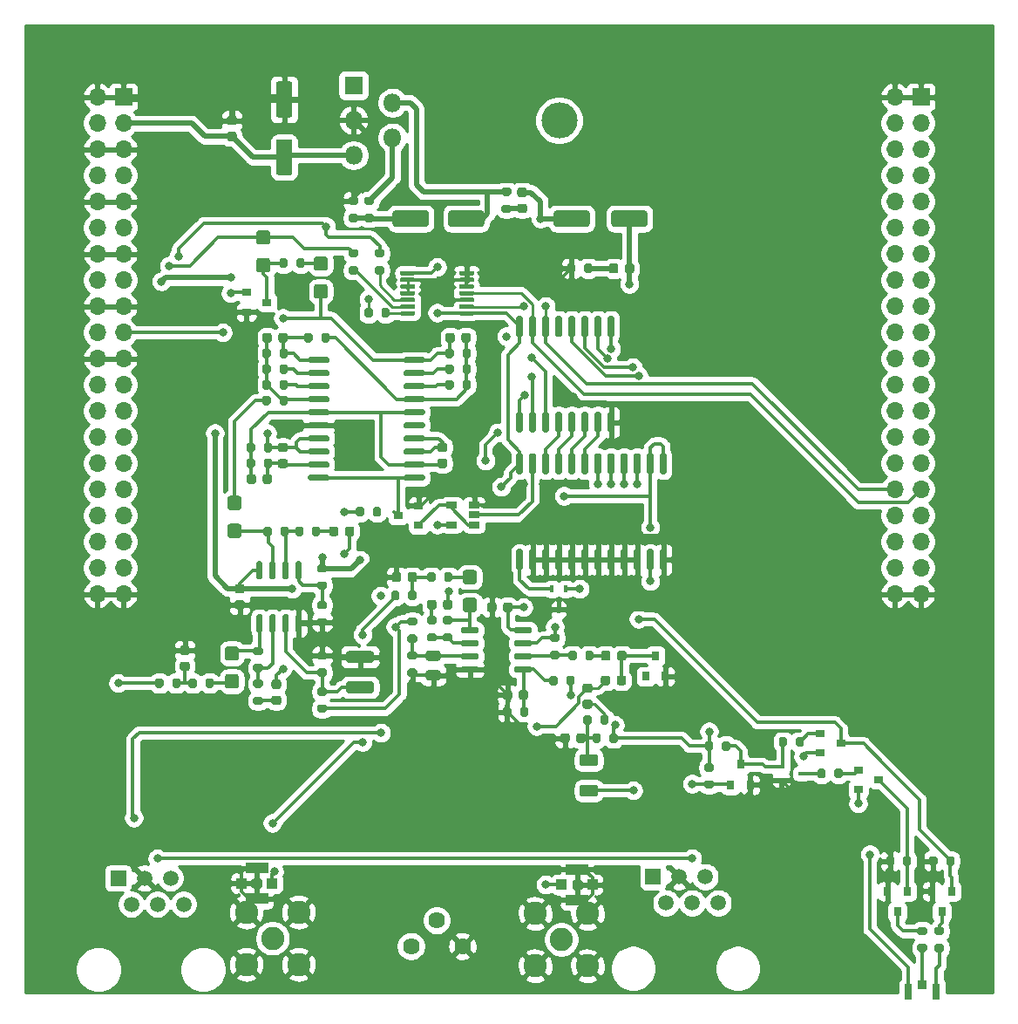
<source format=gtl>
%TF.GenerationSoftware,KiCad,Pcbnew,5.99.0+really5.1.12+dfsg1-1~bpo11+1*%
%TF.CreationDate,2021-12-25T19:54:22+01:00*%
%TF.ProjectId,Audio IN_OUT,41756469-6f20-4494-9e5f-4f55542e6b69,rev?*%
%TF.SameCoordinates,Original*%
%TF.FileFunction,Copper,L1,Top*%
%TF.FilePolarity,Positive*%
%FSLAX46Y46*%
G04 Gerber Fmt 4.6, Leading zero omitted, Abs format (unit mm)*
G04 Created by KiCad (PCBNEW 5.99.0+really5.1.12+dfsg1-1~bpo11+1) date 2021-12-25 19:54:22*
%MOMM*%
%LPD*%
G01*
G04 APERTURE LIST*
%TA.AperFunction,SMDPad,CuDef*%
%ADD10R,0.900000X0.800000*%
%TD*%
%TA.AperFunction,ComponentPad*%
%ADD11C,1.620000*%
%TD*%
%TA.AperFunction,ComponentPad*%
%ADD12O,1.800000X1.800000*%
%TD*%
%TA.AperFunction,ComponentPad*%
%ADD13R,1.800000X1.800000*%
%TD*%
%TA.AperFunction,ComponentPad*%
%ADD14O,3.500000X3.500000*%
%TD*%
%TA.AperFunction,ComponentPad*%
%ADD15O,1.700000X1.700000*%
%TD*%
%TA.AperFunction,ComponentPad*%
%ADD16R,1.700000X1.700000*%
%TD*%
%TA.AperFunction,ComponentPad*%
%ADD17R,1.520000X1.520000*%
%TD*%
%TA.AperFunction,ComponentPad*%
%ADD18C,1.520000*%
%TD*%
%TA.AperFunction,SMDPad,CuDef*%
%ADD19R,0.750000X1.500000*%
%TD*%
%TA.AperFunction,SMDPad,CuDef*%
%ADD20R,0.900000X0.900000*%
%TD*%
%TA.AperFunction,SMDPad,CuDef*%
%ADD21R,0.800000X0.900000*%
%TD*%
%TA.AperFunction,SMDPad,CuDef*%
%ADD22R,1.060000X0.650000*%
%TD*%
%TA.AperFunction,SMDPad,CuDef*%
%ADD23R,0.450000X0.700000*%
%TD*%
%TA.AperFunction,SMDPad,CuDef*%
%ADD24R,0.700000X0.450000*%
%TD*%
%TA.AperFunction,ComponentPad*%
%ADD25C,2.250000*%
%TD*%
%TA.AperFunction,SMDPad,CuDef*%
%ADD26R,2.200000X1.050000*%
%TD*%
%TA.AperFunction,SMDPad,CuDef*%
%ADD27R,1.000000X1.000000*%
%TD*%
%TA.AperFunction,ViaPad*%
%ADD28C,0.800000*%
%TD*%
%TA.AperFunction,Conductor*%
%ADD29C,0.500000*%
%TD*%
%TA.AperFunction,Conductor*%
%ADD30C,0.300000*%
%TD*%
%TA.AperFunction,Conductor*%
%ADD31C,0.250000*%
%TD*%
%TA.AperFunction,Conductor*%
%ADD32C,0.254000*%
%TD*%
%TA.AperFunction,Conductor*%
%ADD33C,0.100000*%
%TD*%
G04 APERTURE END LIST*
%TO.P,C207,1*%
%TO.N,/BFE*%
%TA.AperFunction,SMDPad,CuDef*%
G36*
G01*
X181995000Y-115361000D02*
X182495000Y-115361000D01*
G75*
G02*
X182720000Y-115586000I0J-225000D01*
G01*
X182720000Y-116036000D01*
G75*
G02*
X182495000Y-116261000I-225000J0D01*
G01*
X181995000Y-116261000D01*
G75*
G02*
X181770000Y-116036000I0J225000D01*
G01*
X181770000Y-115586000D01*
G75*
G02*
X181995000Y-115361000I225000J0D01*
G01*
G37*
%TD.AperFunction*%
%TO.P,C207,2*%
%TO.N,Net-(C207-Pad2)*%
%TA.AperFunction,SMDPad,CuDef*%
G36*
G01*
X181995000Y-116911000D02*
X182495000Y-116911000D01*
G75*
G02*
X182720000Y-117136000I0J-225000D01*
G01*
X182720000Y-117586000D01*
G75*
G02*
X182495000Y-117811000I-225000J0D01*
G01*
X181995000Y-117811000D01*
G75*
G02*
X181770000Y-117586000I0J225000D01*
G01*
X181770000Y-117136000D01*
G75*
G02*
X181995000Y-116911000I225000J0D01*
G01*
G37*
%TD.AperFunction*%
%TD*%
D10*
%TO.P,Q305,1*%
%TO.N,Net-(Q305-Pad1)*%
X165846000Y-100010000D03*
%TO.P,Q305,2*%
%TO.N,GND*%
X165846000Y-98110000D03*
%TO.P,Q305,3*%
%TO.N,/Audio-out/OSC-MF10/FOSC*%
X163846000Y-99060000D03*
%TD*%
%TO.P,R3015,1*%
%TO.N,Net-(C3020-Pad2)*%
%TA.AperFunction,SMDPad,CuDef*%
G36*
G01*
X152318000Y-74824000D02*
X152318000Y-74274000D01*
G75*
G02*
X152518000Y-74074000I200000J0D01*
G01*
X152918000Y-74074000D01*
G75*
G02*
X153118000Y-74274000I0J-200000D01*
G01*
X153118000Y-74824000D01*
G75*
G02*
X152918000Y-75024000I-200000J0D01*
G01*
X152518000Y-75024000D01*
G75*
G02*
X152318000Y-74824000I0J200000D01*
G01*
G37*
%TD.AperFunction*%
%TO.P,R3015,2*%
%TO.N,Net-(C3010-Pad1)*%
%TA.AperFunction,SMDPad,CuDef*%
G36*
G01*
X153968000Y-74824000D02*
X153968000Y-74274000D01*
G75*
G02*
X154168000Y-74074000I200000J0D01*
G01*
X154568000Y-74074000D01*
G75*
G02*
X154768000Y-74274000I0J-200000D01*
G01*
X154768000Y-74824000D01*
G75*
G02*
X154568000Y-75024000I-200000J0D01*
G01*
X154168000Y-75024000D01*
G75*
G02*
X153968000Y-74824000I0J200000D01*
G01*
G37*
%TD.AperFunction*%
%TD*%
D11*
%TO.P,RV201,1*%
%TO.N,Net-(C3020-Pad1)*%
X165100000Y-140843000D03*
%TO.P,RV201,2*%
%TO.N,Net-(JP201-Pad1)*%
X167600000Y-138343000D03*
%TO.P,RV201,3*%
%TO.N,GND*%
X170100000Y-140843000D03*
%TD*%
%TO.P,U202,14*%
%TO.N,Net-(R211-Pad2)*%
%TA.AperFunction,SMDPad,CuDef*%
G36*
G01*
X165515000Y-79320000D02*
X165515000Y-79520000D01*
G75*
G02*
X165415000Y-79620000I-100000J0D01*
G01*
X164140000Y-79620000D01*
G75*
G02*
X164040000Y-79520000I0J100000D01*
G01*
X164040000Y-79320000D01*
G75*
G02*
X164140000Y-79220000I100000J0D01*
G01*
X165415000Y-79220000D01*
G75*
G02*
X165515000Y-79320000I0J-100000D01*
G01*
G37*
%TD.AperFunction*%
%TO.P,U202,13*%
%TO.N,Net-(JP202-Pad2)*%
%TA.AperFunction,SMDPad,CuDef*%
G36*
G01*
X165515000Y-78670000D02*
X165515000Y-78870000D01*
G75*
G02*
X165415000Y-78970000I-100000J0D01*
G01*
X164140000Y-78970000D01*
G75*
G02*
X164040000Y-78870000I0J100000D01*
G01*
X164040000Y-78670000D01*
G75*
G02*
X164140000Y-78570000I100000J0D01*
G01*
X165415000Y-78570000D01*
G75*
G02*
X165515000Y-78670000I0J-100000D01*
G01*
G37*
%TD.AperFunction*%
%TO.P,U202,12*%
%TO.N,Net-(JP201-Pad2)*%
%TA.AperFunction,SMDPad,CuDef*%
G36*
G01*
X165515000Y-78020000D02*
X165515000Y-78220000D01*
G75*
G02*
X165415000Y-78320000I-100000J0D01*
G01*
X164140000Y-78320000D01*
G75*
G02*
X164040000Y-78220000I0J100000D01*
G01*
X164040000Y-78020000D01*
G75*
G02*
X164140000Y-77920000I100000J0D01*
G01*
X165415000Y-77920000D01*
G75*
G02*
X165515000Y-78020000I0J-100000D01*
G01*
G37*
%TD.AperFunction*%
%TO.P,U202,11*%
%TO.N,GND*%
%TA.AperFunction,SMDPad,CuDef*%
G36*
G01*
X165515000Y-77370000D02*
X165515000Y-77570000D01*
G75*
G02*
X165415000Y-77670000I-100000J0D01*
G01*
X164140000Y-77670000D01*
G75*
G02*
X164040000Y-77570000I0J100000D01*
G01*
X164040000Y-77370000D01*
G75*
G02*
X164140000Y-77270000I100000J0D01*
G01*
X165415000Y-77270000D01*
G75*
G02*
X165515000Y-77370000I0J-100000D01*
G01*
G37*
%TD.AperFunction*%
%TO.P,U202,10*%
%TA.AperFunction,SMDPad,CuDef*%
G36*
G01*
X165515000Y-76720000D02*
X165515000Y-76920000D01*
G75*
G02*
X165415000Y-77020000I-100000J0D01*
G01*
X164140000Y-77020000D01*
G75*
G02*
X164040000Y-76920000I0J100000D01*
G01*
X164040000Y-76720000D01*
G75*
G02*
X164140000Y-76620000I100000J0D01*
G01*
X165415000Y-76620000D01*
G75*
G02*
X165515000Y-76720000I0J-100000D01*
G01*
G37*
%TD.AperFunction*%
%TO.P,U202,9*%
%TA.AperFunction,SMDPad,CuDef*%
G36*
G01*
X165515000Y-76070000D02*
X165515000Y-76270000D01*
G75*
G02*
X165415000Y-76370000I-100000J0D01*
G01*
X164140000Y-76370000D01*
G75*
G02*
X164040000Y-76270000I0J100000D01*
G01*
X164040000Y-76070000D01*
G75*
G02*
X164140000Y-75970000I100000J0D01*
G01*
X165415000Y-75970000D01*
G75*
G02*
X165515000Y-76070000I0J-100000D01*
G01*
G37*
%TD.AperFunction*%
%TO.P,U202,8*%
%TO.N,+3V3*%
%TA.AperFunction,SMDPad,CuDef*%
G36*
G01*
X165515000Y-75420000D02*
X165515000Y-75620000D01*
G75*
G02*
X165415000Y-75720000I-100000J0D01*
G01*
X164140000Y-75720000D01*
G75*
G02*
X164040000Y-75620000I0J100000D01*
G01*
X164040000Y-75420000D01*
G75*
G02*
X164140000Y-75320000I100000J0D01*
G01*
X165415000Y-75320000D01*
G75*
G02*
X165515000Y-75420000I0J-100000D01*
G01*
G37*
%TD.AperFunction*%
%TO.P,U202,7*%
%TO.N,GND*%
%TA.AperFunction,SMDPad,CuDef*%
G36*
G01*
X171240000Y-75420000D02*
X171240000Y-75620000D01*
G75*
G02*
X171140000Y-75720000I-100000J0D01*
G01*
X169865000Y-75720000D01*
G75*
G02*
X169765000Y-75620000I0J100000D01*
G01*
X169765000Y-75420000D01*
G75*
G02*
X169865000Y-75320000I100000J0D01*
G01*
X171140000Y-75320000D01*
G75*
G02*
X171240000Y-75420000I0J-100000D01*
G01*
G37*
%TD.AperFunction*%
%TO.P,U202,6*%
%TA.AperFunction,SMDPad,CuDef*%
G36*
G01*
X171240000Y-76070000D02*
X171240000Y-76270000D01*
G75*
G02*
X171140000Y-76370000I-100000J0D01*
G01*
X169865000Y-76370000D01*
G75*
G02*
X169765000Y-76270000I0J100000D01*
G01*
X169765000Y-76070000D01*
G75*
G02*
X169865000Y-75970000I100000J0D01*
G01*
X171140000Y-75970000D01*
G75*
G02*
X171240000Y-76070000I0J-100000D01*
G01*
G37*
%TD.AperFunction*%
%TO.P,U202,5*%
%TA.AperFunction,SMDPad,CuDef*%
G36*
G01*
X171240000Y-76720000D02*
X171240000Y-76920000D01*
G75*
G02*
X171140000Y-77020000I-100000J0D01*
G01*
X169865000Y-77020000D01*
G75*
G02*
X169765000Y-76920000I0J100000D01*
G01*
X169765000Y-76720000D01*
G75*
G02*
X169865000Y-76620000I100000J0D01*
G01*
X171140000Y-76620000D01*
G75*
G02*
X171240000Y-76720000I0J-100000D01*
G01*
G37*
%TD.AperFunction*%
%TO.P,U202,4*%
%TO.N,/SDA1*%
%TA.AperFunction,SMDPad,CuDef*%
G36*
G01*
X171240000Y-77370000D02*
X171240000Y-77570000D01*
G75*
G02*
X171140000Y-77670000I-100000J0D01*
G01*
X169865000Y-77670000D01*
G75*
G02*
X169765000Y-77570000I0J100000D01*
G01*
X169765000Y-77370000D01*
G75*
G02*
X169865000Y-77270000I100000J0D01*
G01*
X171140000Y-77270000D01*
G75*
G02*
X171240000Y-77370000I0J-100000D01*
G01*
G37*
%TD.AperFunction*%
%TO.P,U202,3*%
%TO.N,GND*%
%TA.AperFunction,SMDPad,CuDef*%
G36*
G01*
X171240000Y-78020000D02*
X171240000Y-78220000D01*
G75*
G02*
X171140000Y-78320000I-100000J0D01*
G01*
X169865000Y-78320000D01*
G75*
G02*
X169765000Y-78220000I0J100000D01*
G01*
X169765000Y-78020000D01*
G75*
G02*
X169865000Y-77920000I100000J0D01*
G01*
X171140000Y-77920000D01*
G75*
G02*
X171240000Y-78020000I0J-100000D01*
G01*
G37*
%TD.AperFunction*%
%TO.P,U202,2*%
%TO.N,/SCL1*%
%TA.AperFunction,SMDPad,CuDef*%
G36*
G01*
X171240000Y-78670000D02*
X171240000Y-78870000D01*
G75*
G02*
X171140000Y-78970000I-100000J0D01*
G01*
X169865000Y-78970000D01*
G75*
G02*
X169765000Y-78870000I0J100000D01*
G01*
X169765000Y-78670000D01*
G75*
G02*
X169865000Y-78570000I100000J0D01*
G01*
X171140000Y-78570000D01*
G75*
G02*
X171240000Y-78670000I0J-100000D01*
G01*
G37*
%TD.AperFunction*%
%TO.P,U202,1*%
%TO.N,+3V3*%
%TA.AperFunction,SMDPad,CuDef*%
G36*
G01*
X171240000Y-79320000D02*
X171240000Y-79520000D01*
G75*
G02*
X171140000Y-79620000I-100000J0D01*
G01*
X169865000Y-79620000D01*
G75*
G02*
X169765000Y-79520000I0J100000D01*
G01*
X169765000Y-79320000D01*
G75*
G02*
X169865000Y-79220000I100000J0D01*
G01*
X171140000Y-79220000D01*
G75*
G02*
X171240000Y-79320000I0J-100000D01*
G01*
G37*
%TD.AperFunction*%
%TD*%
%TO.P,R211,2*%
%TO.N,Net-(R211-Pad2)*%
%TA.AperFunction,SMDPad,CuDef*%
G36*
G01*
X162223000Y-79650000D02*
X162223000Y-79100000D01*
G75*
G02*
X162423000Y-78900000I200000J0D01*
G01*
X162823000Y-78900000D01*
G75*
G02*
X163023000Y-79100000I0J-200000D01*
G01*
X163023000Y-79650000D01*
G75*
G02*
X162823000Y-79850000I-200000J0D01*
G01*
X162423000Y-79850000D01*
G75*
G02*
X162223000Y-79650000I0J200000D01*
G01*
G37*
%TD.AperFunction*%
%TO.P,R211,1*%
%TO.N,+5VD*%
%TA.AperFunction,SMDPad,CuDef*%
G36*
G01*
X160573000Y-79650000D02*
X160573000Y-79100000D01*
G75*
G02*
X160773000Y-78900000I200000J0D01*
G01*
X161173000Y-78900000D01*
G75*
G02*
X161373000Y-79100000I0J-200000D01*
G01*
X161373000Y-79650000D01*
G75*
G02*
X161173000Y-79850000I-200000J0D01*
G01*
X160773000Y-79850000D01*
G75*
G02*
X160573000Y-79650000I0J200000D01*
G01*
G37*
%TD.AperFunction*%
%TD*%
D12*
%TO.P,U3003,5*%
%TO.N,+BATT*%
X159512000Y-64077000D03*
%TO.P,U3003,4*%
%TO.N,Net-(C3015-Pad1)*%
X163312000Y-62377000D03*
%TO.P,U3003,3*%
%TO.N,GND*%
X159512000Y-60677000D03*
%TO.P,U3003,2*%
%TO.N,Net-(C3014-Pad1)*%
X163312000Y-58977000D03*
D13*
%TO.P,U3003,1*%
%TO.N,Net-(JP201-Pad1)*%
X159512000Y-57277000D03*
D14*
%TO.P,U3003,*%
%TO.N,*%
X179492000Y-60677000D03*
%TD*%
%TO.P,C3020,1*%
%TO.N,Net-(C3020-Pad1)*%
%TA.AperFunction,SMDPad,CuDef*%
G36*
G01*
X150323999Y-71356000D02*
X151174001Y-71356000D01*
G75*
G02*
X151424000Y-71605999I0J-249999D01*
G01*
X151424000Y-72506001D01*
G75*
G02*
X151174001Y-72756000I-249999J0D01*
G01*
X150323999Y-72756000D01*
G75*
G02*
X150074000Y-72506001I0J249999D01*
G01*
X150074000Y-71605999D01*
G75*
G02*
X150323999Y-71356000I249999J0D01*
G01*
G37*
%TD.AperFunction*%
%TO.P,C3020,2*%
%TO.N,Net-(C3020-Pad2)*%
%TA.AperFunction,SMDPad,CuDef*%
G36*
G01*
X150323999Y-74056000D02*
X151174001Y-74056000D01*
G75*
G02*
X151424000Y-74305999I0J-249999D01*
G01*
X151424000Y-75206001D01*
G75*
G02*
X151174001Y-75456000I-249999J0D01*
G01*
X150323999Y-75456000D01*
G75*
G02*
X150074000Y-75206001I0J249999D01*
G01*
X150074000Y-74305999D01*
G75*
G02*
X150323999Y-74056000I249999J0D01*
G01*
G37*
%TD.AperFunction*%
%TD*%
%TO.P,C3014,1*%
%TO.N,Net-(C3014-Pad1)*%
%TA.AperFunction,SMDPad,CuDef*%
G36*
G01*
X172217000Y-69681000D02*
X172217000Y-70781000D01*
G75*
G02*
X171967000Y-71031000I-250000J0D01*
G01*
X168967000Y-71031000D01*
G75*
G02*
X168717000Y-70781000I0J250000D01*
G01*
X168717000Y-69681000D01*
G75*
G02*
X168967000Y-69431000I250000J0D01*
G01*
X171967000Y-69431000D01*
G75*
G02*
X172217000Y-69681000I0J-250000D01*
G01*
G37*
%TD.AperFunction*%
%TO.P,C3014,2*%
%TO.N,Net-(C3014-Pad2)*%
%TA.AperFunction,SMDPad,CuDef*%
G36*
G01*
X166817000Y-69681000D02*
X166817000Y-70781000D01*
G75*
G02*
X166567000Y-71031000I-250000J0D01*
G01*
X163567000Y-71031000D01*
G75*
G02*
X163317000Y-70781000I0J250000D01*
G01*
X163317000Y-69681000D01*
G75*
G02*
X163567000Y-69431000I250000J0D01*
G01*
X166567000Y-69431000D01*
G75*
G02*
X166817000Y-69681000I0J-250000D01*
G01*
G37*
%TD.AperFunction*%
%TD*%
%TO.P,C3015,1*%
%TO.N,Net-(C3015-Pad1)*%
%TA.AperFunction,SMDPad,CuDef*%
G36*
G01*
X175645000Y-67228000D02*
X176145000Y-67228000D01*
G75*
G02*
X176370000Y-67453000I0J-225000D01*
G01*
X176370000Y-67903000D01*
G75*
G02*
X176145000Y-68128000I-225000J0D01*
G01*
X175645000Y-68128000D01*
G75*
G02*
X175420000Y-67903000I0J225000D01*
G01*
X175420000Y-67453000D01*
G75*
G02*
X175645000Y-67228000I225000J0D01*
G01*
G37*
%TD.AperFunction*%
%TO.P,C3015,2*%
%TO.N,Net-(C3015-Pad2)*%
%TA.AperFunction,SMDPad,CuDef*%
G36*
G01*
X175645000Y-68778000D02*
X176145000Y-68778000D01*
G75*
G02*
X176370000Y-69003000I0J-225000D01*
G01*
X176370000Y-69453000D01*
G75*
G02*
X176145000Y-69678000I-225000J0D01*
G01*
X175645000Y-69678000D01*
G75*
G02*
X175420000Y-69453000I0J225000D01*
G01*
X175420000Y-69003000D01*
G75*
G02*
X175645000Y-68778000I225000J0D01*
G01*
G37*
%TD.AperFunction*%
%TD*%
%TO.P,C3019,2*%
%TO.N,Net-(C3019-Pad2)*%
%TA.AperFunction,SMDPad,CuDef*%
G36*
G01*
X185235000Y-74807000D02*
X185235000Y-75307000D01*
G75*
G02*
X185010000Y-75532000I-225000J0D01*
G01*
X184560000Y-75532000D01*
G75*
G02*
X184335000Y-75307000I0J225000D01*
G01*
X184335000Y-74807000D01*
G75*
G02*
X184560000Y-74582000I225000J0D01*
G01*
X185010000Y-74582000D01*
G75*
G02*
X185235000Y-74807000I0J-225000D01*
G01*
G37*
%TD.AperFunction*%
%TO.P,C3019,1*%
%TO.N,/HP*%
%TA.AperFunction,SMDPad,CuDef*%
G36*
G01*
X186785000Y-74807000D02*
X186785000Y-75307000D01*
G75*
G02*
X186560000Y-75532000I-225000J0D01*
G01*
X186110000Y-75532000D01*
G75*
G02*
X185885000Y-75307000I0J225000D01*
G01*
X185885000Y-74807000D01*
G75*
G02*
X186110000Y-74582000I225000J0D01*
G01*
X186560000Y-74582000D01*
G75*
G02*
X186785000Y-74807000I0J-225000D01*
G01*
G37*
%TD.AperFunction*%
%TD*%
%TO.P,R3024,2*%
%TO.N,GND*%
%TA.AperFunction,SMDPad,CuDef*%
G36*
G01*
X181058000Y-74782000D02*
X181058000Y-75332000D01*
G75*
G02*
X180858000Y-75532000I-200000J0D01*
G01*
X180458000Y-75532000D01*
G75*
G02*
X180258000Y-75332000I0J200000D01*
G01*
X180258000Y-74782000D01*
G75*
G02*
X180458000Y-74582000I200000J0D01*
G01*
X180858000Y-74582000D01*
G75*
G02*
X181058000Y-74782000I0J-200000D01*
G01*
G37*
%TD.AperFunction*%
%TO.P,R3024,1*%
%TO.N,Net-(C3019-Pad2)*%
%TA.AperFunction,SMDPad,CuDef*%
G36*
G01*
X182708000Y-74782000D02*
X182708000Y-75332000D01*
G75*
G02*
X182508000Y-75532000I-200000J0D01*
G01*
X182108000Y-75532000D01*
G75*
G02*
X181908000Y-75332000I0J200000D01*
G01*
X181908000Y-74782000D01*
G75*
G02*
X182108000Y-74582000I200000J0D01*
G01*
X182508000Y-74582000D01*
G75*
G02*
X182708000Y-74782000I0J-200000D01*
G01*
G37*
%TD.AperFunction*%
%TD*%
%TO.P,R3019,1*%
%TO.N,Net-(C3015-Pad2)*%
%TA.AperFunction,SMDPad,CuDef*%
G36*
G01*
X174646000Y-69678000D02*
X174096000Y-69678000D01*
G75*
G02*
X173896000Y-69478000I0J200000D01*
G01*
X173896000Y-69078000D01*
G75*
G02*
X174096000Y-68878000I200000J0D01*
G01*
X174646000Y-68878000D01*
G75*
G02*
X174846000Y-69078000I0J-200000D01*
G01*
X174846000Y-69478000D01*
G75*
G02*
X174646000Y-69678000I-200000J0D01*
G01*
G37*
%TD.AperFunction*%
%TO.P,R3019,2*%
%TO.N,Net-(C3014-Pad1)*%
%TA.AperFunction,SMDPad,CuDef*%
G36*
G01*
X174646000Y-68028000D02*
X174096000Y-68028000D01*
G75*
G02*
X173896000Y-67828000I0J200000D01*
G01*
X173896000Y-67428000D01*
G75*
G02*
X174096000Y-67228000I200000J0D01*
G01*
X174646000Y-67228000D01*
G75*
G02*
X174846000Y-67428000I0J-200000D01*
G01*
X174846000Y-67828000D01*
G75*
G02*
X174646000Y-68028000I-200000J0D01*
G01*
G37*
%TD.AperFunction*%
%TD*%
%TO.P,C3017,1*%
%TO.N,Net-(C3015-Pad1)*%
%TA.AperFunction,SMDPad,CuDef*%
G36*
G01*
X178965000Y-70781000D02*
X178965000Y-69681000D01*
G75*
G02*
X179215000Y-69431000I250000J0D01*
G01*
X182215000Y-69431000D01*
G75*
G02*
X182465000Y-69681000I0J-250000D01*
G01*
X182465000Y-70781000D01*
G75*
G02*
X182215000Y-71031000I-250000J0D01*
G01*
X179215000Y-71031000D01*
G75*
G02*
X178965000Y-70781000I0J250000D01*
G01*
G37*
%TD.AperFunction*%
%TO.P,C3017,2*%
%TO.N,/HP*%
%TA.AperFunction,SMDPad,CuDef*%
G36*
G01*
X184565000Y-70781000D02*
X184565000Y-69681000D01*
G75*
G02*
X184815000Y-69431000I250000J0D01*
G01*
X187815000Y-69431000D01*
G75*
G02*
X188065000Y-69681000I0J-250000D01*
G01*
X188065000Y-70781000D01*
G75*
G02*
X187815000Y-71031000I-250000J0D01*
G01*
X184815000Y-71031000D01*
G75*
G02*
X184565000Y-70781000I0J250000D01*
G01*
G37*
%TD.AperFunction*%
%TD*%
%TO.P,C3003,2*%
%TO.N,Net-(C3003-Pad2)*%
%TA.AperFunction,SMDPad,CuDef*%
G36*
G01*
X148380001Y-98537000D02*
X147529999Y-98537000D01*
G75*
G02*
X147280000Y-98287001I0J249999D01*
G01*
X147280000Y-97386999D01*
G75*
G02*
X147529999Y-97137000I249999J0D01*
G01*
X148380001Y-97137000D01*
G75*
G02*
X148630000Y-97386999I0J-249999D01*
G01*
X148630000Y-98287001D01*
G75*
G02*
X148380001Y-98537000I-249999J0D01*
G01*
G37*
%TD.AperFunction*%
%TO.P,C3003,1*%
%TO.N,Net-(C3003-Pad1)*%
%TA.AperFunction,SMDPad,CuDef*%
G36*
G01*
X148380001Y-101237000D02*
X147529999Y-101237000D01*
G75*
G02*
X147280000Y-100987001I0J249999D01*
G01*
X147280000Y-100086999D01*
G75*
G02*
X147529999Y-99837000I249999J0D01*
G01*
X148380001Y-99837000D01*
G75*
G02*
X148630000Y-100086999I0J-249999D01*
G01*
X148630000Y-100987001D01*
G75*
G02*
X148380001Y-101237000I-249999J0D01*
G01*
G37*
%TD.AperFunction*%
%TD*%
D15*
%TO.P,J1001,40*%
%TO.N,GND*%
X212090000Y-106680000D03*
%TO.P,J1001,39*%
X214630000Y-106680000D03*
%TO.P,J1001,38*%
%TO.N,N/C*%
X212090000Y-104140000D03*
%TO.P,J1001,37*%
X214630000Y-104140000D03*
%TO.P,J1001,36*%
X212090000Y-101600000D03*
%TO.P,J1001,35*%
X214630000Y-101600000D03*
%TO.P,J1001,34*%
X212090000Y-99060000D03*
%TO.P,J1001,33*%
X214630000Y-99060000D03*
%TO.P,J1001,32*%
%TO.N,/SCL1*%
X212090000Y-96520000D03*
%TO.P,J1001,31*%
%TO.N,/SDA1*%
X214630000Y-96520000D03*
%TO.P,J1001,30*%
%TO.N,N/C*%
X212090000Y-93980000D03*
%TO.P,J1001,29*%
X214630000Y-93980000D03*
%TO.P,J1001,28*%
X212090000Y-91440000D03*
%TO.P,J1001,27*%
X214630000Y-91440000D03*
%TO.P,J1001,26*%
X212090000Y-88900000D03*
%TO.P,J1001,25*%
X214630000Y-88900000D03*
%TO.P,J1001,24*%
X212090000Y-86360000D03*
%TO.P,J1001,23*%
X214630000Y-86360000D03*
%TO.P,J1001,22*%
X212090000Y-83820000D03*
%TO.P,J1001,21*%
X214630000Y-83820000D03*
%TO.P,J1001,20*%
X212090000Y-81280000D03*
%TO.P,J1001,19*%
X214630000Y-81280000D03*
%TO.P,J1001,18*%
X212090000Y-78740000D03*
%TO.P,J1001,17*%
X214630000Y-78740000D03*
%TO.P,J1001,16*%
X212090000Y-76200000D03*
%TO.P,J1001,15*%
X214630000Y-76200000D03*
%TO.P,J1001,14*%
X212090000Y-73660000D03*
%TO.P,J1001,13*%
X214630000Y-73660000D03*
%TO.P,J1001,12*%
X212090000Y-71120000D03*
%TO.P,J1001,11*%
X214630000Y-71120000D03*
%TO.P,J1001,10*%
X212090000Y-68580000D03*
%TO.P,J1001,9*%
X214630000Y-68580000D03*
%TO.P,J1001,8*%
X212090000Y-66040000D03*
%TO.P,J1001,7*%
X214630000Y-66040000D03*
%TO.P,J1001,6*%
X212090000Y-63500000D03*
%TO.P,J1001,5*%
X214630000Y-63500000D03*
%TO.P,J1001,4*%
X212090000Y-60960000D03*
%TO.P,J1001,3*%
X214630000Y-60960000D03*
%TO.P,J1001,2*%
%TO.N,GND*%
X212090000Y-58420000D03*
D16*
%TO.P,J1001,1*%
X214630000Y-58420000D03*
%TD*%
%TO.P,J1002,1*%
%TO.N,GND*%
X137160000Y-58420000D03*
D15*
%TO.P,J1002,2*%
X134620000Y-58420000D03*
%TO.P,J1002,3*%
%TO.N,+BATT*%
X137160000Y-60960000D03*
%TO.P,J1002,4*%
X134620000Y-60960000D03*
%TO.P,J1002,5*%
%TO.N,GND*%
X137160000Y-63500000D03*
%TO.P,J1002,6*%
X134620000Y-63500000D03*
%TO.P,J1002,7*%
%TO.N,+12V*%
X137160000Y-66040000D03*
%TO.P,J1002,8*%
X134620000Y-66040000D03*
%TO.P,J1002,9*%
%TO.N,GND*%
X137160000Y-68580000D03*
%TO.P,J1002,10*%
X134620000Y-68580000D03*
%TO.P,J1002,11*%
%TO.N,+5VA*%
X137160000Y-71120000D03*
%TO.P,J1002,12*%
X134620000Y-71120000D03*
%TO.P,J1002,13*%
%TO.N,GND*%
X137160000Y-73660000D03*
%TO.P,J1002,14*%
X134620000Y-73660000D03*
%TO.P,J1002,15*%
%TO.N,+5VD*%
X137160000Y-76200000D03*
%TO.P,J1002,16*%
X134620000Y-76200000D03*
%TO.P,J1002,17*%
%TO.N,GND*%
X137160000Y-78740000D03*
%TO.P,J1002,18*%
X134620000Y-78740000D03*
%TO.P,J1002,19*%
%TO.N,+3V3*%
X137160000Y-81280000D03*
%TO.P,J1002,20*%
X134620000Y-81280000D03*
%TO.P,J1002,21*%
%TO.N,GND*%
X137160000Y-83820000D03*
%TO.P,J1002,22*%
X134620000Y-83820000D03*
%TO.P,J1002,23*%
%TO.N,N/C*%
X137160000Y-86360000D03*
%TO.P,J1002,24*%
X134620000Y-86360000D03*
%TO.P,J1002,25*%
X137160000Y-88900000D03*
%TO.P,J1002,26*%
X134620000Y-88900000D03*
%TO.P,J1002,27*%
X137160000Y-91440000D03*
%TO.P,J1002,28*%
X134620000Y-91440000D03*
%TO.P,J1002,29*%
X137160000Y-93980000D03*
%TO.P,J1002,30*%
X134620000Y-93980000D03*
%TO.P,J1002,31*%
X137160000Y-96520000D03*
%TO.P,J1002,32*%
X134620000Y-96520000D03*
%TO.P,J1002,33*%
X137160000Y-99060000D03*
%TO.P,J1002,34*%
X134620000Y-99060000D03*
%TO.P,J1002,35*%
X137160000Y-101600000D03*
%TO.P,J1002,36*%
X134620000Y-101600000D03*
%TO.P,J1002,37*%
X137160000Y-104140000D03*
%TO.P,J1002,38*%
X134620000Y-104140000D03*
%TO.P,J1002,39*%
%TO.N,GND*%
X137160000Y-106680000D03*
%TO.P,J1002,40*%
X134620000Y-106680000D03*
%TD*%
%TO.P,C3001,2*%
%TO.N,GND*%
%TA.AperFunction,SMDPad,CuDef*%
G36*
G01*
X148213000Y-107259000D02*
X148713000Y-107259000D01*
G75*
G02*
X148938000Y-107484000I0J-225000D01*
G01*
X148938000Y-107934000D01*
G75*
G02*
X148713000Y-108159000I-225000J0D01*
G01*
X148213000Y-108159000D01*
G75*
G02*
X147988000Y-107934000I0J225000D01*
G01*
X147988000Y-107484000D01*
G75*
G02*
X148213000Y-107259000I225000J0D01*
G01*
G37*
%TD.AperFunction*%
%TO.P,C3001,1*%
%TO.N,+5VA*%
%TA.AperFunction,SMDPad,CuDef*%
G36*
G01*
X148213000Y-105709000D02*
X148713000Y-105709000D01*
G75*
G02*
X148938000Y-105934000I0J-225000D01*
G01*
X148938000Y-106384000D01*
G75*
G02*
X148713000Y-106609000I-225000J0D01*
G01*
X148213000Y-106609000D01*
G75*
G02*
X147988000Y-106384000I0J225000D01*
G01*
X147988000Y-105934000D01*
G75*
G02*
X148213000Y-105709000I225000J0D01*
G01*
G37*
%TD.AperFunction*%
%TD*%
%TO.P,C3002,2*%
%TO.N,/DEMOD*%
%TA.AperFunction,SMDPad,CuDef*%
G36*
G01*
X158694000Y-100834000D02*
X158694000Y-100334000D01*
G75*
G02*
X158919000Y-100109000I225000J0D01*
G01*
X159369000Y-100109000D01*
G75*
G02*
X159594000Y-100334000I0J-225000D01*
G01*
X159594000Y-100834000D01*
G75*
G02*
X159369000Y-101059000I-225000J0D01*
G01*
X158919000Y-101059000D01*
G75*
G02*
X158694000Y-100834000I0J225000D01*
G01*
G37*
%TD.AperFunction*%
%TO.P,C3002,1*%
%TO.N,Net-(C3002-Pad1)*%
%TA.AperFunction,SMDPad,CuDef*%
G36*
G01*
X157144000Y-100834000D02*
X157144000Y-100334000D01*
G75*
G02*
X157369000Y-100109000I225000J0D01*
G01*
X157819000Y-100109000D01*
G75*
G02*
X158044000Y-100334000I0J-225000D01*
G01*
X158044000Y-100834000D01*
G75*
G02*
X157819000Y-101059000I-225000J0D01*
G01*
X157369000Y-101059000D01*
G75*
G02*
X157144000Y-100834000I0J225000D01*
G01*
G37*
%TD.AperFunction*%
%TD*%
%TO.P,C3004,2*%
%TO.N,Net-(C3004-Pad2)*%
%TA.AperFunction,SMDPad,CuDef*%
G36*
G01*
X150043000Y-95254000D02*
X150043000Y-95754000D01*
G75*
G02*
X149818000Y-95979000I-225000J0D01*
G01*
X149368000Y-95979000D01*
G75*
G02*
X149143000Y-95754000I0J225000D01*
G01*
X149143000Y-95254000D01*
G75*
G02*
X149368000Y-95029000I225000J0D01*
G01*
X149818000Y-95029000D01*
G75*
G02*
X150043000Y-95254000I0J-225000D01*
G01*
G37*
%TD.AperFunction*%
%TO.P,C3004,1*%
%TO.N,Net-(C3004-Pad1)*%
%TA.AperFunction,SMDPad,CuDef*%
G36*
G01*
X151593000Y-95254000D02*
X151593000Y-95754000D01*
G75*
G02*
X151368000Y-95979000I-225000J0D01*
G01*
X150918000Y-95979000D01*
G75*
G02*
X150693000Y-95754000I0J225000D01*
G01*
X150693000Y-95254000D01*
G75*
G02*
X150918000Y-95029000I225000J0D01*
G01*
X151368000Y-95029000D01*
G75*
G02*
X151593000Y-95254000I0J-225000D01*
G01*
G37*
%TD.AperFunction*%
%TD*%
%TO.P,C3005,1*%
%TO.N,+5VA*%
%TA.AperFunction,SMDPad,CuDef*%
G36*
G01*
X152404000Y-92006000D02*
X152904000Y-92006000D01*
G75*
G02*
X153129000Y-92231000I0J-225000D01*
G01*
X153129000Y-92681000D01*
G75*
G02*
X152904000Y-92906000I-225000J0D01*
G01*
X152404000Y-92906000D01*
G75*
G02*
X152179000Y-92681000I0J225000D01*
G01*
X152179000Y-92231000D01*
G75*
G02*
X152404000Y-92006000I225000J0D01*
G01*
G37*
%TD.AperFunction*%
%TO.P,C3005,2*%
%TO.N,Net-(C3004-Pad1)*%
%TA.AperFunction,SMDPad,CuDef*%
G36*
G01*
X152404000Y-93556000D02*
X152904000Y-93556000D01*
G75*
G02*
X153129000Y-93781000I0J-225000D01*
G01*
X153129000Y-94231000D01*
G75*
G02*
X152904000Y-94456000I-225000J0D01*
G01*
X152404000Y-94456000D01*
G75*
G02*
X152179000Y-94231000I0J225000D01*
G01*
X152179000Y-93781000D01*
G75*
G02*
X152404000Y-93556000I225000J0D01*
G01*
G37*
%TD.AperFunction*%
%TD*%
%TO.P,C3006,1*%
%TO.N,Net-(C3006-Pad1)*%
%TA.AperFunction,SMDPad,CuDef*%
G36*
G01*
X153117000Y-81538000D02*
X153117000Y-82038000D01*
G75*
G02*
X152892000Y-82263000I-225000J0D01*
G01*
X152442000Y-82263000D01*
G75*
G02*
X152217000Y-82038000I0J225000D01*
G01*
X152217000Y-81538000D01*
G75*
G02*
X152442000Y-81313000I225000J0D01*
G01*
X152892000Y-81313000D01*
G75*
G02*
X153117000Y-81538000I0J-225000D01*
G01*
G37*
%TD.AperFunction*%
%TO.P,C3006,2*%
%TO.N,Net-(C3006-Pad2)*%
%TA.AperFunction,SMDPad,CuDef*%
G36*
G01*
X151567000Y-81538000D02*
X151567000Y-82038000D01*
G75*
G02*
X151342000Y-82263000I-225000J0D01*
G01*
X150892000Y-82263000D01*
G75*
G02*
X150667000Y-82038000I0J225000D01*
G01*
X150667000Y-81538000D01*
G75*
G02*
X150892000Y-81313000I225000J0D01*
G01*
X151342000Y-81313000D01*
G75*
G02*
X151567000Y-81538000I0J-225000D01*
G01*
G37*
%TD.AperFunction*%
%TD*%
%TO.P,C3007,2*%
%TO.N,Net-(C3007-Pad2)*%
%TA.AperFunction,SMDPad,CuDef*%
G36*
G01*
X169347000Y-81538000D02*
X169347000Y-82038000D01*
G75*
G02*
X169122000Y-82263000I-225000J0D01*
G01*
X168672000Y-82263000D01*
G75*
G02*
X168447000Y-82038000I0J225000D01*
G01*
X168447000Y-81538000D01*
G75*
G02*
X168672000Y-81313000I225000J0D01*
G01*
X169122000Y-81313000D01*
G75*
G02*
X169347000Y-81538000I0J-225000D01*
G01*
G37*
%TD.AperFunction*%
%TO.P,C3007,1*%
%TO.N,Net-(C3007-Pad1)*%
%TA.AperFunction,SMDPad,CuDef*%
G36*
G01*
X170897000Y-81538000D02*
X170897000Y-82038000D01*
G75*
G02*
X170672000Y-82263000I-225000J0D01*
G01*
X170222000Y-82263000D01*
G75*
G02*
X169997000Y-82038000I0J225000D01*
G01*
X169997000Y-81538000D01*
G75*
G02*
X170222000Y-81313000I225000J0D01*
G01*
X170672000Y-81313000D01*
G75*
G02*
X170897000Y-81538000I0J-225000D01*
G01*
G37*
%TD.AperFunction*%
%TD*%
%TO.P,C3008,1*%
%TO.N,Net-(C3008-Pad1)*%
%TA.AperFunction,SMDPad,CuDef*%
G36*
G01*
X167898000Y-91993000D02*
X168398000Y-91993000D01*
G75*
G02*
X168623000Y-92218000I0J-225000D01*
G01*
X168623000Y-92668000D01*
G75*
G02*
X168398000Y-92893000I-225000J0D01*
G01*
X167898000Y-92893000D01*
G75*
G02*
X167673000Y-92668000I0J225000D01*
G01*
X167673000Y-92218000D01*
G75*
G02*
X167898000Y-91993000I225000J0D01*
G01*
G37*
%TD.AperFunction*%
%TO.P,C3008,2*%
%TO.N,Net-(C3004-Pad2)*%
%TA.AperFunction,SMDPad,CuDef*%
G36*
G01*
X167898000Y-93543000D02*
X168398000Y-93543000D01*
G75*
G02*
X168623000Y-93768000I0J-225000D01*
G01*
X168623000Y-94218000D01*
G75*
G02*
X168398000Y-94443000I-225000J0D01*
G01*
X167898000Y-94443000D01*
G75*
G02*
X167673000Y-94218000I0J225000D01*
G01*
X167673000Y-93768000D01*
G75*
G02*
X167898000Y-93543000I225000J0D01*
G01*
G37*
%TD.AperFunction*%
%TD*%
%TO.P,C3009,1*%
%TO.N,Net-(C3009-Pad1)*%
%TA.AperFunction,SMDPad,CuDef*%
G36*
G01*
X152269000Y-117430000D02*
X151769000Y-117430000D01*
G75*
G02*
X151544000Y-117205000I0J225000D01*
G01*
X151544000Y-116755000D01*
G75*
G02*
X151769000Y-116530000I225000J0D01*
G01*
X152269000Y-116530000D01*
G75*
G02*
X152494000Y-116755000I0J-225000D01*
G01*
X152494000Y-117205000D01*
G75*
G02*
X152269000Y-117430000I-225000J0D01*
G01*
G37*
%TD.AperFunction*%
%TO.P,C3009,2*%
%TO.N,Net-(C3007-Pad2)*%
%TA.AperFunction,SMDPad,CuDef*%
G36*
G01*
X152269000Y-115880000D02*
X151769000Y-115880000D01*
G75*
G02*
X151544000Y-115655000I0J225000D01*
G01*
X151544000Y-115205000D01*
G75*
G02*
X151769000Y-114980000I225000J0D01*
G01*
X152269000Y-114980000D01*
G75*
G02*
X152494000Y-115205000I0J-225000D01*
G01*
X152494000Y-115655000D01*
G75*
G02*
X152269000Y-115880000I-225000J0D01*
G01*
G37*
%TD.AperFunction*%
%TD*%
%TO.P,C3011,1*%
%TO.N,+BATT*%
%TA.AperFunction,SMDPad,CuDef*%
G36*
G01*
X147951000Y-62706000D02*
X147451000Y-62706000D01*
G75*
G02*
X147226000Y-62481000I0J225000D01*
G01*
X147226000Y-62031000D01*
G75*
G02*
X147451000Y-61806000I225000J0D01*
G01*
X147951000Y-61806000D01*
G75*
G02*
X148176000Y-62031000I0J-225000D01*
G01*
X148176000Y-62481000D01*
G75*
G02*
X147951000Y-62706000I-225000J0D01*
G01*
G37*
%TD.AperFunction*%
%TO.P,C3011,2*%
%TO.N,GND*%
%TA.AperFunction,SMDPad,CuDef*%
G36*
G01*
X147951000Y-61156000D02*
X147451000Y-61156000D01*
G75*
G02*
X147226000Y-60931000I0J225000D01*
G01*
X147226000Y-60481000D01*
G75*
G02*
X147451000Y-60256000I225000J0D01*
G01*
X147951000Y-60256000D01*
G75*
G02*
X148176000Y-60481000I0J-225000D01*
G01*
X148176000Y-60931000D01*
G75*
G02*
X147951000Y-61156000I-225000J0D01*
G01*
G37*
%TD.AperFunction*%
%TD*%
%TO.P,C3018,2*%
%TO.N,GND*%
%TA.AperFunction,SMDPad,CuDef*%
G36*
G01*
X143379000Y-112578000D02*
X142879000Y-112578000D01*
G75*
G02*
X142654000Y-112353000I0J225000D01*
G01*
X142654000Y-111903000D01*
G75*
G02*
X142879000Y-111678000I225000J0D01*
G01*
X143379000Y-111678000D01*
G75*
G02*
X143604000Y-111903000I0J-225000D01*
G01*
X143604000Y-112353000D01*
G75*
G02*
X143379000Y-112578000I-225000J0D01*
G01*
G37*
%TD.AperFunction*%
%TO.P,C3018,1*%
%TO.N,Net-(C3018-Pad1)*%
%TA.AperFunction,SMDPad,CuDef*%
G36*
G01*
X143379000Y-114128000D02*
X142879000Y-114128000D01*
G75*
G02*
X142654000Y-113903000I0J225000D01*
G01*
X142654000Y-113453000D01*
G75*
G02*
X142879000Y-113228000I225000J0D01*
G01*
X143379000Y-113228000D01*
G75*
G02*
X143604000Y-113453000I0J-225000D01*
G01*
X143604000Y-113903000D01*
G75*
G02*
X143379000Y-114128000I-225000J0D01*
G01*
G37*
%TD.AperFunction*%
%TD*%
D10*
%TO.P,Q3001,1*%
%TO.N,/CMD-TX*%
X149114000Y-77409000D03*
%TO.P,Q3001,2*%
%TO.N,GND*%
X149114000Y-79309000D03*
%TO.P,Q3001,3*%
%TO.N,Net-(C3020-Pad2)*%
X151114000Y-78359000D03*
%TD*%
D17*
%TO.P,J1003,1*%
%TO.N,/HP*%
X188595000Y-134112000D03*
D18*
%TO.P,J1003,2*%
%TO.N,/MICRO*%
X189865000Y-136652000D03*
%TO.P,J1003,3*%
%TO.N,GND*%
X191135000Y-134112000D03*
%TO.P,J1003,4*%
%TO.N,/PTT*%
X192405000Y-136652000D03*
%TO.P,J1003,5*%
%TO.N,N/C*%
X193675000Y-134112000D03*
%TO.P,J1003,6*%
X194945000Y-136652000D03*
%TD*%
%TO.P,J1004,6*%
%TO.N,N/C*%
X143002000Y-136779000D03*
%TO.P,J1004,5*%
X141732000Y-134239000D03*
%TO.P,J1004,4*%
%TO.N,/PTT*%
X140462000Y-136779000D03*
%TO.P,J1004,3*%
%TO.N,GND*%
X139192000Y-134239000D03*
%TO.P,J1004,2*%
%TO.N,/BFE*%
X137922000Y-136779000D03*
D17*
%TO.P,J1004,1*%
%TO.N,/BFR*%
X136652000Y-134239000D03*
%TD*%
%TO.P,R3007,1*%
%TO.N,Net-(C3006-Pad2)*%
%TA.AperFunction,SMDPad,CuDef*%
G36*
G01*
X153117000Y-87609000D02*
X153117000Y-88159000D01*
G75*
G02*
X152917000Y-88359000I-200000J0D01*
G01*
X152517000Y-88359000D01*
G75*
G02*
X152317000Y-88159000I0J200000D01*
G01*
X152317000Y-87609000D01*
G75*
G02*
X152517000Y-87409000I200000J0D01*
G01*
X152917000Y-87409000D01*
G75*
G02*
X153117000Y-87609000I0J-200000D01*
G01*
G37*
%TD.AperFunction*%
%TO.P,R3007,2*%
%TO.N,Net-(C3003-Pad2)*%
%TA.AperFunction,SMDPad,CuDef*%
G36*
G01*
X151467000Y-87609000D02*
X151467000Y-88159000D01*
G75*
G02*
X151267000Y-88359000I-200000J0D01*
G01*
X150867000Y-88359000D01*
G75*
G02*
X150667000Y-88159000I0J200000D01*
G01*
X150667000Y-87609000D01*
G75*
G02*
X150867000Y-87409000I200000J0D01*
G01*
X151267000Y-87409000D01*
G75*
G02*
X151467000Y-87609000I0J-200000D01*
G01*
G37*
%TD.AperFunction*%
%TD*%
%TO.P,R3008,2*%
%TO.N,Net-(C3006-Pad2)*%
%TA.AperFunction,SMDPad,CuDef*%
G36*
G01*
X151467000Y-83037000D02*
X151467000Y-83587000D01*
G75*
G02*
X151267000Y-83787000I-200000J0D01*
G01*
X150867000Y-83787000D01*
G75*
G02*
X150667000Y-83587000I0J200000D01*
G01*
X150667000Y-83037000D01*
G75*
G02*
X150867000Y-82837000I200000J0D01*
G01*
X151267000Y-82837000D01*
G75*
G02*
X151467000Y-83037000I0J-200000D01*
G01*
G37*
%TD.AperFunction*%
%TO.P,R3008,1*%
%TO.N,Net-(C3006-Pad1)*%
%TA.AperFunction,SMDPad,CuDef*%
G36*
G01*
X153117000Y-83037000D02*
X153117000Y-83587000D01*
G75*
G02*
X152917000Y-83787000I-200000J0D01*
G01*
X152517000Y-83787000D01*
G75*
G02*
X152317000Y-83587000I0J200000D01*
G01*
X152317000Y-83037000D01*
G75*
G02*
X152517000Y-82837000I200000J0D01*
G01*
X152917000Y-82837000D01*
G75*
G02*
X153117000Y-83037000I0J-200000D01*
G01*
G37*
%TD.AperFunction*%
%TD*%
%TO.P,R3009,2*%
%TO.N,Net-(C3006-Pad2)*%
%TA.AperFunction,SMDPad,CuDef*%
G36*
G01*
X151467000Y-84561000D02*
X151467000Y-85111000D01*
G75*
G02*
X151267000Y-85311000I-200000J0D01*
G01*
X150867000Y-85311000D01*
G75*
G02*
X150667000Y-85111000I0J200000D01*
G01*
X150667000Y-84561000D01*
G75*
G02*
X150867000Y-84361000I200000J0D01*
G01*
X151267000Y-84361000D01*
G75*
G02*
X151467000Y-84561000I0J-200000D01*
G01*
G37*
%TD.AperFunction*%
%TO.P,R3009,1*%
%TO.N,Net-(R3009-Pad1)*%
%TA.AperFunction,SMDPad,CuDef*%
G36*
G01*
X153117000Y-84561000D02*
X153117000Y-85111000D01*
G75*
G02*
X152917000Y-85311000I-200000J0D01*
G01*
X152517000Y-85311000D01*
G75*
G02*
X152317000Y-85111000I0J200000D01*
G01*
X152317000Y-84561000D01*
G75*
G02*
X152517000Y-84361000I200000J0D01*
G01*
X152917000Y-84361000D01*
G75*
G02*
X153117000Y-84561000I0J-200000D01*
G01*
G37*
%TD.AperFunction*%
%TD*%
%TO.P,R3010,1*%
%TO.N,Net-(R3010-Pad1)*%
%TA.AperFunction,SMDPad,CuDef*%
G36*
G01*
X153117000Y-86085000D02*
X153117000Y-86635000D01*
G75*
G02*
X152917000Y-86835000I-200000J0D01*
G01*
X152517000Y-86835000D01*
G75*
G02*
X152317000Y-86635000I0J200000D01*
G01*
X152317000Y-86085000D01*
G75*
G02*
X152517000Y-85885000I200000J0D01*
G01*
X152917000Y-85885000D01*
G75*
G02*
X153117000Y-86085000I0J-200000D01*
G01*
G37*
%TD.AperFunction*%
%TO.P,R3010,2*%
%TO.N,Net-(C3006-Pad2)*%
%TA.AperFunction,SMDPad,CuDef*%
G36*
G01*
X151467000Y-86085000D02*
X151467000Y-86635000D01*
G75*
G02*
X151267000Y-86835000I-200000J0D01*
G01*
X150867000Y-86835000D01*
G75*
G02*
X150667000Y-86635000I0J200000D01*
G01*
X150667000Y-86085000D01*
G75*
G02*
X150867000Y-85885000I200000J0D01*
G01*
X151267000Y-85885000D01*
G75*
G02*
X151467000Y-86085000I0J-200000D01*
G01*
G37*
%TD.AperFunction*%
%TD*%
%TO.P,R3011,1*%
%TO.N,Net-(C3007-Pad1)*%
%TA.AperFunction,SMDPad,CuDef*%
G36*
G01*
X170897000Y-83037000D02*
X170897000Y-83587000D01*
G75*
G02*
X170697000Y-83787000I-200000J0D01*
G01*
X170297000Y-83787000D01*
G75*
G02*
X170097000Y-83587000I0J200000D01*
G01*
X170097000Y-83037000D01*
G75*
G02*
X170297000Y-82837000I200000J0D01*
G01*
X170697000Y-82837000D01*
G75*
G02*
X170897000Y-83037000I0J-200000D01*
G01*
G37*
%TD.AperFunction*%
%TO.P,R3011,2*%
%TO.N,Net-(C3007-Pad2)*%
%TA.AperFunction,SMDPad,CuDef*%
G36*
G01*
X169247000Y-83037000D02*
X169247000Y-83587000D01*
G75*
G02*
X169047000Y-83787000I-200000J0D01*
G01*
X168647000Y-83787000D01*
G75*
G02*
X168447000Y-83587000I0J200000D01*
G01*
X168447000Y-83037000D01*
G75*
G02*
X168647000Y-82837000I200000J0D01*
G01*
X169047000Y-82837000D01*
G75*
G02*
X169247000Y-83037000I0J-200000D01*
G01*
G37*
%TD.AperFunction*%
%TD*%
%TO.P,R3012,1*%
%TO.N,Net-(C3007-Pad1)*%
%TA.AperFunction,SMDPad,CuDef*%
G36*
G01*
X170897000Y-84561000D02*
X170897000Y-85111000D01*
G75*
G02*
X170697000Y-85311000I-200000J0D01*
G01*
X170297000Y-85311000D01*
G75*
G02*
X170097000Y-85111000I0J200000D01*
G01*
X170097000Y-84561000D01*
G75*
G02*
X170297000Y-84361000I200000J0D01*
G01*
X170697000Y-84361000D01*
G75*
G02*
X170897000Y-84561000I0J-200000D01*
G01*
G37*
%TD.AperFunction*%
%TO.P,R3012,2*%
%TO.N,Net-(R3012-Pad2)*%
%TA.AperFunction,SMDPad,CuDef*%
G36*
G01*
X169247000Y-84561000D02*
X169247000Y-85111000D01*
G75*
G02*
X169047000Y-85311000I-200000J0D01*
G01*
X168647000Y-85311000D01*
G75*
G02*
X168447000Y-85111000I0J200000D01*
G01*
X168447000Y-84561000D01*
G75*
G02*
X168647000Y-84361000I200000J0D01*
G01*
X169047000Y-84361000D01*
G75*
G02*
X169247000Y-84561000I0J-200000D01*
G01*
G37*
%TD.AperFunction*%
%TD*%
%TO.P,R3013,2*%
%TO.N,Net-(R3013-Pad2)*%
%TA.AperFunction,SMDPad,CuDef*%
G36*
G01*
X169247000Y-86085000D02*
X169247000Y-86635000D01*
G75*
G02*
X169047000Y-86835000I-200000J0D01*
G01*
X168647000Y-86835000D01*
G75*
G02*
X168447000Y-86635000I0J200000D01*
G01*
X168447000Y-86085000D01*
G75*
G02*
X168647000Y-85885000I200000J0D01*
G01*
X169047000Y-85885000D01*
G75*
G02*
X169247000Y-86085000I0J-200000D01*
G01*
G37*
%TD.AperFunction*%
%TO.P,R3013,1*%
%TO.N,Net-(C3007-Pad1)*%
%TA.AperFunction,SMDPad,CuDef*%
G36*
G01*
X170897000Y-86085000D02*
X170897000Y-86635000D01*
G75*
G02*
X170697000Y-86835000I-200000J0D01*
G01*
X170297000Y-86835000D01*
G75*
G02*
X170097000Y-86635000I0J200000D01*
G01*
X170097000Y-86085000D01*
G75*
G02*
X170297000Y-85885000I200000J0D01*
G01*
X170697000Y-85885000D01*
G75*
G02*
X170897000Y-86085000I0J-200000D01*
G01*
G37*
%TD.AperFunction*%
%TD*%
%TO.P,R3014,2*%
%TO.N,Net-(C3007-Pad1)*%
%TA.AperFunction,SMDPad,CuDef*%
G36*
G01*
X156381000Y-82063000D02*
X156381000Y-81513000D01*
G75*
G02*
X156581000Y-81313000I200000J0D01*
G01*
X156981000Y-81313000D01*
G75*
G02*
X157181000Y-81513000I0J-200000D01*
G01*
X157181000Y-82063000D01*
G75*
G02*
X156981000Y-82263000I-200000J0D01*
G01*
X156581000Y-82263000D01*
G75*
G02*
X156381000Y-82063000I0J200000D01*
G01*
G37*
%TD.AperFunction*%
%TO.P,R3014,1*%
%TO.N,Net-(C3006-Pad1)*%
%TA.AperFunction,SMDPad,CuDef*%
G36*
G01*
X154731000Y-82063000D02*
X154731000Y-81513000D01*
G75*
G02*
X154931000Y-81313000I200000J0D01*
G01*
X155331000Y-81313000D01*
G75*
G02*
X155531000Y-81513000I0J-200000D01*
G01*
X155531000Y-82063000D01*
G75*
G02*
X155331000Y-82263000I-200000J0D01*
G01*
X154931000Y-82263000D01*
G75*
G02*
X154731000Y-82063000I0J200000D01*
G01*
G37*
%TD.AperFunction*%
%TD*%
%TO.P,R3016,1*%
%TO.N,Net-(C3013-Pad1)*%
%TA.AperFunction,SMDPad,CuDef*%
G36*
G01*
X156739000Y-114699000D02*
X156189000Y-114699000D01*
G75*
G02*
X155989000Y-114499000I0J200000D01*
G01*
X155989000Y-114099000D01*
G75*
G02*
X156189000Y-113899000I200000J0D01*
G01*
X156739000Y-113899000D01*
G75*
G02*
X156939000Y-114099000I0J-200000D01*
G01*
X156939000Y-114499000D01*
G75*
G02*
X156739000Y-114699000I-200000J0D01*
G01*
G37*
%TD.AperFunction*%
%TO.P,R3016,2*%
%TO.N,GND*%
%TA.AperFunction,SMDPad,CuDef*%
G36*
G01*
X156739000Y-113049000D02*
X156189000Y-113049000D01*
G75*
G02*
X155989000Y-112849000I0J200000D01*
G01*
X155989000Y-112449000D01*
G75*
G02*
X156189000Y-112249000I200000J0D01*
G01*
X156739000Y-112249000D01*
G75*
G02*
X156939000Y-112449000I0J-200000D01*
G01*
X156939000Y-112849000D01*
G75*
G02*
X156739000Y-113049000I-200000J0D01*
G01*
G37*
%TD.AperFunction*%
%TD*%
%TO.P,R3017,2*%
%TO.N,Net-(C3009-Pad1)*%
%TA.AperFunction,SMDPad,CuDef*%
G36*
G01*
X149966000Y-116630000D02*
X150516000Y-116630000D01*
G75*
G02*
X150716000Y-116830000I0J-200000D01*
G01*
X150716000Y-117230000D01*
G75*
G02*
X150516000Y-117430000I-200000J0D01*
G01*
X149966000Y-117430000D01*
G75*
G02*
X149766000Y-117230000I0J200000D01*
G01*
X149766000Y-116830000D01*
G75*
G02*
X149966000Y-116630000I200000J0D01*
G01*
G37*
%TD.AperFunction*%
%TO.P,R3017,1*%
%TO.N,Net-(R3017-Pad1)*%
%TA.AperFunction,SMDPad,CuDef*%
G36*
G01*
X149966000Y-114980000D02*
X150516000Y-114980000D01*
G75*
G02*
X150716000Y-115180000I0J-200000D01*
G01*
X150716000Y-115580000D01*
G75*
G02*
X150516000Y-115780000I-200000J0D01*
G01*
X149966000Y-115780000D01*
G75*
G02*
X149766000Y-115580000I0J200000D01*
G01*
X149766000Y-115180000D01*
G75*
G02*
X149966000Y-114980000I200000J0D01*
G01*
G37*
%TD.AperFunction*%
%TD*%
%TO.P,R3018,2*%
%TO.N,Net-(C3013-Pad1)*%
%TA.AperFunction,SMDPad,CuDef*%
G36*
G01*
X156739000Y-116542000D02*
X156189000Y-116542000D01*
G75*
G02*
X155989000Y-116342000I0J200000D01*
G01*
X155989000Y-115942000D01*
G75*
G02*
X156189000Y-115742000I200000J0D01*
G01*
X156739000Y-115742000D01*
G75*
G02*
X156939000Y-115942000I0J-200000D01*
G01*
X156939000Y-116342000D01*
G75*
G02*
X156739000Y-116542000I-200000J0D01*
G01*
G37*
%TD.AperFunction*%
%TO.P,R3018,1*%
%TO.N,+5VA*%
%TA.AperFunction,SMDPad,CuDef*%
G36*
G01*
X156739000Y-118192000D02*
X156189000Y-118192000D01*
G75*
G02*
X155989000Y-117992000I0J200000D01*
G01*
X155989000Y-117592000D01*
G75*
G02*
X156189000Y-117392000I200000J0D01*
G01*
X156739000Y-117392000D01*
G75*
G02*
X156939000Y-117592000I0J-200000D01*
G01*
X156939000Y-117992000D01*
G75*
G02*
X156739000Y-118192000I-200000J0D01*
G01*
G37*
%TD.AperFunction*%
%TD*%
%TO.P,R3020,1*%
%TO.N,Net-(C3016-Pad1)*%
%TA.AperFunction,SMDPad,CuDef*%
G36*
G01*
X149966000Y-111805000D02*
X150516000Y-111805000D01*
G75*
G02*
X150716000Y-112005000I0J-200000D01*
G01*
X150716000Y-112405000D01*
G75*
G02*
X150516000Y-112605000I-200000J0D01*
G01*
X149966000Y-112605000D01*
G75*
G02*
X149766000Y-112405000I0J200000D01*
G01*
X149766000Y-112005000D01*
G75*
G02*
X149966000Y-111805000I200000J0D01*
G01*
G37*
%TD.AperFunction*%
%TO.P,R3020,2*%
%TO.N,Net-(R3017-Pad1)*%
%TA.AperFunction,SMDPad,CuDef*%
G36*
G01*
X149966000Y-113455000D02*
X150516000Y-113455000D01*
G75*
G02*
X150716000Y-113655000I0J-200000D01*
G01*
X150716000Y-114055000D01*
G75*
G02*
X150516000Y-114255000I-200000J0D01*
G01*
X149966000Y-114255000D01*
G75*
G02*
X149766000Y-114055000I0J200000D01*
G01*
X149766000Y-113655000D01*
G75*
G02*
X149966000Y-113455000I200000J0D01*
G01*
G37*
%TD.AperFunction*%
%TD*%
%TO.P,R3021,2*%
%TO.N,Net-(C3014-Pad2)*%
%TA.AperFunction,SMDPad,CuDef*%
G36*
G01*
X160761000Y-69767000D02*
X161311000Y-69767000D01*
G75*
G02*
X161511000Y-69967000I0J-200000D01*
G01*
X161511000Y-70367000D01*
G75*
G02*
X161311000Y-70567000I-200000J0D01*
G01*
X160761000Y-70567000D01*
G75*
G02*
X160561000Y-70367000I0J200000D01*
G01*
X160561000Y-69967000D01*
G75*
G02*
X160761000Y-69767000I200000J0D01*
G01*
G37*
%TD.AperFunction*%
%TO.P,R3021,1*%
%TO.N,Net-(C3015-Pad1)*%
%TA.AperFunction,SMDPad,CuDef*%
G36*
G01*
X160761000Y-68117000D02*
X161311000Y-68117000D01*
G75*
G02*
X161511000Y-68317000I0J-200000D01*
G01*
X161511000Y-68717000D01*
G75*
G02*
X161311000Y-68917000I-200000J0D01*
G01*
X160761000Y-68917000D01*
G75*
G02*
X160561000Y-68717000I0J200000D01*
G01*
X160561000Y-68317000D01*
G75*
G02*
X160761000Y-68117000I200000J0D01*
G01*
G37*
%TD.AperFunction*%
%TD*%
%TO.P,R3022,1*%
%TO.N,Net-(C3014-Pad2)*%
%TA.AperFunction,SMDPad,CuDef*%
G36*
G01*
X159787000Y-70567000D02*
X159237000Y-70567000D01*
G75*
G02*
X159037000Y-70367000I0J200000D01*
G01*
X159037000Y-69967000D01*
G75*
G02*
X159237000Y-69767000I200000J0D01*
G01*
X159787000Y-69767000D01*
G75*
G02*
X159987000Y-69967000I0J-200000D01*
G01*
X159987000Y-70367000D01*
G75*
G02*
X159787000Y-70567000I-200000J0D01*
G01*
G37*
%TD.AperFunction*%
%TO.P,R3022,2*%
%TO.N,GND*%
%TA.AperFunction,SMDPad,CuDef*%
G36*
G01*
X159787000Y-68917000D02*
X159237000Y-68917000D01*
G75*
G02*
X159037000Y-68717000I0J200000D01*
G01*
X159037000Y-68317000D01*
G75*
G02*
X159237000Y-68117000I200000J0D01*
G01*
X159787000Y-68117000D01*
G75*
G02*
X159987000Y-68317000I0J-200000D01*
G01*
X159987000Y-68717000D01*
G75*
G02*
X159787000Y-68917000I-200000J0D01*
G01*
G37*
%TD.AperFunction*%
%TD*%
%TO.P,R3023,1*%
%TO.N,Net-(C3018-Pad1)*%
%TA.AperFunction,SMDPad,CuDef*%
G36*
G01*
X143491000Y-115591000D02*
X143491000Y-115041000D01*
G75*
G02*
X143691000Y-114841000I200000J0D01*
G01*
X144091000Y-114841000D01*
G75*
G02*
X144291000Y-115041000I0J-200000D01*
G01*
X144291000Y-115591000D01*
G75*
G02*
X144091000Y-115791000I-200000J0D01*
G01*
X143691000Y-115791000D01*
G75*
G02*
X143491000Y-115591000I0J200000D01*
G01*
G37*
%TD.AperFunction*%
%TO.P,R3023,2*%
%TO.N,Net-(C3016-Pad2)*%
%TA.AperFunction,SMDPad,CuDef*%
G36*
G01*
X145141000Y-115591000D02*
X145141000Y-115041000D01*
G75*
G02*
X145341000Y-114841000I200000J0D01*
G01*
X145741000Y-114841000D01*
G75*
G02*
X145941000Y-115041000I0J-200000D01*
G01*
X145941000Y-115591000D01*
G75*
G02*
X145741000Y-115791000I-200000J0D01*
G01*
X145341000Y-115791000D01*
G75*
G02*
X145141000Y-115591000I0J200000D01*
G01*
G37*
%TD.AperFunction*%
%TD*%
%TO.P,R3025,2*%
%TO.N,Net-(C3018-Pad1)*%
%TA.AperFunction,SMDPad,CuDef*%
G36*
G01*
X141903000Y-115591000D02*
X141903000Y-115041000D01*
G75*
G02*
X142103000Y-114841000I200000J0D01*
G01*
X142503000Y-114841000D01*
G75*
G02*
X142703000Y-115041000I0J-200000D01*
G01*
X142703000Y-115591000D01*
G75*
G02*
X142503000Y-115791000I-200000J0D01*
G01*
X142103000Y-115791000D01*
G75*
G02*
X141903000Y-115591000I0J200000D01*
G01*
G37*
%TD.AperFunction*%
%TO.P,R3025,1*%
%TO.N,/BFR*%
%TA.AperFunction,SMDPad,CuDef*%
G36*
G01*
X140253000Y-115591000D02*
X140253000Y-115041000D01*
G75*
G02*
X140453000Y-114841000I200000J0D01*
G01*
X140853000Y-114841000D01*
G75*
G02*
X141053000Y-115041000I0J-200000D01*
G01*
X141053000Y-115591000D01*
G75*
G02*
X140853000Y-115791000I-200000J0D01*
G01*
X140453000Y-115791000D01*
G75*
G02*
X140253000Y-115591000I0J200000D01*
G01*
G37*
%TD.AperFunction*%
%TD*%
%TO.P,U3001,1*%
%TO.N,Net-(C3016-Pad1)*%
%TA.AperFunction,SMDPad,CuDef*%
G36*
G01*
X150518000Y-110384000D02*
X150218000Y-110384000D01*
G75*
G02*
X150068000Y-110234000I0J150000D01*
G01*
X150068000Y-108784000D01*
G75*
G02*
X150218000Y-108634000I150000J0D01*
G01*
X150518000Y-108634000D01*
G75*
G02*
X150668000Y-108784000I0J-150000D01*
G01*
X150668000Y-110234000D01*
G75*
G02*
X150518000Y-110384000I-150000J0D01*
G01*
G37*
%TD.AperFunction*%
%TO.P,U3001,2*%
%TO.N,Net-(R3017-Pad1)*%
%TA.AperFunction,SMDPad,CuDef*%
G36*
G01*
X151788000Y-110384000D02*
X151488000Y-110384000D01*
G75*
G02*
X151338000Y-110234000I0J150000D01*
G01*
X151338000Y-108784000D01*
G75*
G02*
X151488000Y-108634000I150000J0D01*
G01*
X151788000Y-108634000D01*
G75*
G02*
X151938000Y-108784000I0J-150000D01*
G01*
X151938000Y-110234000D01*
G75*
G02*
X151788000Y-110384000I-150000J0D01*
G01*
G37*
%TD.AperFunction*%
%TO.P,U3001,3*%
%TO.N,Net-(C3013-Pad1)*%
%TA.AperFunction,SMDPad,CuDef*%
G36*
G01*
X153058000Y-110384000D02*
X152758000Y-110384000D01*
G75*
G02*
X152608000Y-110234000I0J150000D01*
G01*
X152608000Y-108784000D01*
G75*
G02*
X152758000Y-108634000I150000J0D01*
G01*
X153058000Y-108634000D01*
G75*
G02*
X153208000Y-108784000I0J-150000D01*
G01*
X153208000Y-110234000D01*
G75*
G02*
X153058000Y-110384000I-150000J0D01*
G01*
G37*
%TD.AperFunction*%
%TO.P,U3001,4*%
%TO.N,GND*%
%TA.AperFunction,SMDPad,CuDef*%
G36*
G01*
X154328000Y-110384000D02*
X154028000Y-110384000D01*
G75*
G02*
X153878000Y-110234000I0J150000D01*
G01*
X153878000Y-108784000D01*
G75*
G02*
X154028000Y-108634000I150000J0D01*
G01*
X154328000Y-108634000D01*
G75*
G02*
X154478000Y-108784000I0J-150000D01*
G01*
X154478000Y-110234000D01*
G75*
G02*
X154328000Y-110384000I-150000J0D01*
G01*
G37*
%TD.AperFunction*%
%TO.P,U3001,5*%
%TO.N,Net-(R3001-Pad1)*%
%TA.AperFunction,SMDPad,CuDef*%
G36*
G01*
X154328000Y-105234000D02*
X154028000Y-105234000D01*
G75*
G02*
X153878000Y-105084000I0J150000D01*
G01*
X153878000Y-103634000D01*
G75*
G02*
X154028000Y-103484000I150000J0D01*
G01*
X154328000Y-103484000D01*
G75*
G02*
X154478000Y-103634000I0J-150000D01*
G01*
X154478000Y-105084000D01*
G75*
G02*
X154328000Y-105234000I-150000J0D01*
G01*
G37*
%TD.AperFunction*%
%TO.P,U3001,6*%
%TO.N,Net-(R3002-Pad1)*%
%TA.AperFunction,SMDPad,CuDef*%
G36*
G01*
X153058000Y-105234000D02*
X152758000Y-105234000D01*
G75*
G02*
X152608000Y-105084000I0J150000D01*
G01*
X152608000Y-103634000D01*
G75*
G02*
X152758000Y-103484000I150000J0D01*
G01*
X153058000Y-103484000D01*
G75*
G02*
X153208000Y-103634000I0J-150000D01*
G01*
X153208000Y-105084000D01*
G75*
G02*
X153058000Y-105234000I-150000J0D01*
G01*
G37*
%TD.AperFunction*%
%TO.P,U3001,7*%
%TO.N,Net-(C3003-Pad1)*%
%TA.AperFunction,SMDPad,CuDef*%
G36*
G01*
X151788000Y-105234000D02*
X151488000Y-105234000D01*
G75*
G02*
X151338000Y-105084000I0J150000D01*
G01*
X151338000Y-103634000D01*
G75*
G02*
X151488000Y-103484000I150000J0D01*
G01*
X151788000Y-103484000D01*
G75*
G02*
X151938000Y-103634000I0J-150000D01*
G01*
X151938000Y-105084000D01*
G75*
G02*
X151788000Y-105234000I-150000J0D01*
G01*
G37*
%TD.AperFunction*%
%TO.P,U3001,8*%
%TO.N,+5VA*%
%TA.AperFunction,SMDPad,CuDef*%
G36*
G01*
X150518000Y-105234000D02*
X150218000Y-105234000D01*
G75*
G02*
X150068000Y-105084000I0J150000D01*
G01*
X150068000Y-103634000D01*
G75*
G02*
X150218000Y-103484000I150000J0D01*
G01*
X150518000Y-103484000D01*
G75*
G02*
X150668000Y-103634000I0J-150000D01*
G01*
X150668000Y-105084000D01*
G75*
G02*
X150518000Y-105234000I-150000J0D01*
G01*
G37*
%TD.AperFunction*%
%TD*%
%TO.P,C3016,1*%
%TO.N,Net-(C3016-Pad1)*%
%TA.AperFunction,SMDPad,CuDef*%
G36*
G01*
X147275999Y-111742000D02*
X148126001Y-111742000D01*
G75*
G02*
X148376000Y-111991999I0J-249999D01*
G01*
X148376000Y-112892001D01*
G75*
G02*
X148126001Y-113142000I-249999J0D01*
G01*
X147275999Y-113142000D01*
G75*
G02*
X147026000Y-112892001I0J249999D01*
G01*
X147026000Y-111991999D01*
G75*
G02*
X147275999Y-111742000I249999J0D01*
G01*
G37*
%TD.AperFunction*%
%TO.P,C3016,2*%
%TO.N,Net-(C3016-Pad2)*%
%TA.AperFunction,SMDPad,CuDef*%
G36*
G01*
X147275999Y-114442000D02*
X148126001Y-114442000D01*
G75*
G02*
X148376000Y-114691999I0J-249999D01*
G01*
X148376000Y-115592001D01*
G75*
G02*
X148126001Y-115842000I-249999J0D01*
G01*
X147275999Y-115842000D01*
G75*
G02*
X147026000Y-115592001I0J249999D01*
G01*
X147026000Y-114691999D01*
G75*
G02*
X147275999Y-114442000I249999J0D01*
G01*
G37*
%TD.AperFunction*%
%TD*%
%TO.P,C3013,1*%
%TO.N,Net-(C3013-Pad1)*%
%TA.AperFunction,SMDPad,CuDef*%
G36*
G01*
X161247001Y-116301000D02*
X159046999Y-116301000D01*
G75*
G02*
X158797000Y-116051001I0J249999D01*
G01*
X158797000Y-115400999D01*
G75*
G02*
X159046999Y-115151000I249999J0D01*
G01*
X161247001Y-115151000D01*
G75*
G02*
X161497000Y-115400999I0J-249999D01*
G01*
X161497000Y-116051001D01*
G75*
G02*
X161247001Y-116301000I-249999J0D01*
G01*
G37*
%TD.AperFunction*%
%TO.P,C3013,2*%
%TO.N,GND*%
%TA.AperFunction,SMDPad,CuDef*%
G36*
G01*
X161247001Y-113351000D02*
X159046999Y-113351000D01*
G75*
G02*
X158797000Y-113101001I0J249999D01*
G01*
X158797000Y-112450999D01*
G75*
G02*
X159046999Y-112201000I249999J0D01*
G01*
X161247001Y-112201000D01*
G75*
G02*
X161497000Y-112450999I0J-249999D01*
G01*
X161497000Y-113101001D01*
G75*
G02*
X161247001Y-113351000I-249999J0D01*
G01*
G37*
%TD.AperFunction*%
%TD*%
%TO.P,C3010,1*%
%TO.N,Net-(C3010-Pad1)*%
%TA.AperFunction,SMDPad,CuDef*%
G36*
G01*
X155911999Y-73896000D02*
X156762001Y-73896000D01*
G75*
G02*
X157012000Y-74145999I0J-249999D01*
G01*
X157012000Y-75046001D01*
G75*
G02*
X156762001Y-75296000I-249999J0D01*
G01*
X155911999Y-75296000D01*
G75*
G02*
X155662000Y-75046001I0J249999D01*
G01*
X155662000Y-74145999D01*
G75*
G02*
X155911999Y-73896000I249999J0D01*
G01*
G37*
%TD.AperFunction*%
%TO.P,C3010,2*%
%TO.N,Net-(C3007-Pad2)*%
%TA.AperFunction,SMDPad,CuDef*%
G36*
G01*
X155911999Y-76596000D02*
X156762001Y-76596000D01*
G75*
G02*
X157012000Y-76845999I0J-249999D01*
G01*
X157012000Y-77746001D01*
G75*
G02*
X156762001Y-77996000I-249999J0D01*
G01*
X155911999Y-77996000D01*
G75*
G02*
X155662000Y-77746001I0J249999D01*
G01*
X155662000Y-76845999D01*
G75*
G02*
X155911999Y-76596000I249999J0D01*
G01*
G37*
%TD.AperFunction*%
%TD*%
%TO.P,C201,1*%
%TO.N,Net-(C201-Pad1)*%
%TA.AperFunction,SMDPad,CuDef*%
G36*
G01*
X165690000Y-104779000D02*
X165690000Y-105279000D01*
G75*
G02*
X165465000Y-105504000I-225000J0D01*
G01*
X165015000Y-105504000D01*
G75*
G02*
X164790000Y-105279000I0J225000D01*
G01*
X164790000Y-104779000D01*
G75*
G02*
X165015000Y-104554000I225000J0D01*
G01*
X165465000Y-104554000D01*
G75*
G02*
X165690000Y-104779000I0J-225000D01*
G01*
G37*
%TD.AperFunction*%
%TO.P,C201,2*%
%TO.N,GND*%
%TA.AperFunction,SMDPad,CuDef*%
G36*
G01*
X164140000Y-104779000D02*
X164140000Y-105279000D01*
G75*
G02*
X163915000Y-105504000I-225000J0D01*
G01*
X163465000Y-105504000D01*
G75*
G02*
X163240000Y-105279000I0J225000D01*
G01*
X163240000Y-104779000D01*
G75*
G02*
X163465000Y-104554000I225000J0D01*
G01*
X163915000Y-104554000D01*
G75*
G02*
X164140000Y-104779000I0J-225000D01*
G01*
G37*
%TD.AperFunction*%
%TD*%
%TO.P,C203,1*%
%TO.N,Net-(C203-Pad1)*%
%TA.AperFunction,SMDPad,CuDef*%
G36*
G01*
X171240001Y-108429000D02*
X170389999Y-108429000D01*
G75*
G02*
X170140000Y-108179001I0J249999D01*
G01*
X170140000Y-107278999D01*
G75*
G02*
X170389999Y-107029000I249999J0D01*
G01*
X171240001Y-107029000D01*
G75*
G02*
X171490000Y-107278999I0J-249999D01*
G01*
X171490000Y-108179001D01*
G75*
G02*
X171240001Y-108429000I-249999J0D01*
G01*
G37*
%TD.AperFunction*%
%TO.P,C203,2*%
%TO.N,Net-(C203-Pad2)*%
%TA.AperFunction,SMDPad,CuDef*%
G36*
G01*
X171240001Y-105729000D02*
X170389999Y-105729000D01*
G75*
G02*
X170140000Y-105479001I0J249999D01*
G01*
X170140000Y-104578999D01*
G75*
G02*
X170389999Y-104329000I249999J0D01*
G01*
X171240001Y-104329000D01*
G75*
G02*
X171490000Y-104578999I0J-249999D01*
G01*
X171490000Y-105479001D01*
G75*
G02*
X171240001Y-105729000I-249999J0D01*
G01*
G37*
%TD.AperFunction*%
%TD*%
%TO.P,C205,2*%
%TO.N,Net-(C205-Pad2)*%
%TA.AperFunction,SMDPad,CuDef*%
G36*
G01*
X168219000Y-107946000D02*
X168219000Y-107446000D01*
G75*
G02*
X168444000Y-107221000I225000J0D01*
G01*
X168894000Y-107221000D01*
G75*
G02*
X169119000Y-107446000I0J-225000D01*
G01*
X169119000Y-107946000D01*
G75*
G02*
X168894000Y-108171000I-225000J0D01*
G01*
X168444000Y-108171000D01*
G75*
G02*
X168219000Y-107946000I0J225000D01*
G01*
G37*
%TD.AperFunction*%
%TO.P,C205,1*%
%TO.N,Net-(C205-Pad1)*%
%TA.AperFunction,SMDPad,CuDef*%
G36*
G01*
X166669000Y-107946000D02*
X166669000Y-107446000D01*
G75*
G02*
X166894000Y-107221000I225000J0D01*
G01*
X167344000Y-107221000D01*
G75*
G02*
X167569000Y-107446000I0J-225000D01*
G01*
X167569000Y-107946000D01*
G75*
G02*
X167344000Y-108171000I-225000J0D01*
G01*
X166894000Y-108171000D01*
G75*
G02*
X166669000Y-107946000I0J225000D01*
G01*
G37*
%TD.AperFunction*%
%TD*%
%TO.P,C3012,1*%
%TO.N,+BATT*%
%TA.AperFunction,SMDPad,CuDef*%
G36*
G01*
X153331000Y-66018000D02*
X152231000Y-66018000D01*
G75*
G02*
X151981000Y-65768000I0J250000D01*
G01*
X151981000Y-62768000D01*
G75*
G02*
X152231000Y-62518000I250000J0D01*
G01*
X153331000Y-62518000D01*
G75*
G02*
X153581000Y-62768000I0J-250000D01*
G01*
X153581000Y-65768000D01*
G75*
G02*
X153331000Y-66018000I-250000J0D01*
G01*
G37*
%TD.AperFunction*%
%TO.P,C3012,2*%
%TO.N,GND*%
%TA.AperFunction,SMDPad,CuDef*%
G36*
G01*
X153331000Y-60418000D02*
X152231000Y-60418000D01*
G75*
G02*
X151981000Y-60168000I0J250000D01*
G01*
X151981000Y-57168000D01*
G75*
G02*
X152231000Y-56918000I250000J0D01*
G01*
X153331000Y-56918000D01*
G75*
G02*
X153581000Y-57168000I0J-250000D01*
G01*
X153581000Y-60168000D01*
G75*
G02*
X153331000Y-60418000I-250000J0D01*
G01*
G37*
%TD.AperFunction*%
%TD*%
%TO.P,R201,2*%
%TO.N,Net-(C201-Pad1)*%
%TA.AperFunction,SMDPad,CuDef*%
G36*
G01*
X164827000Y-107082000D02*
X164827000Y-106532000D01*
G75*
G02*
X165027000Y-106332000I200000J0D01*
G01*
X165427000Y-106332000D01*
G75*
G02*
X165627000Y-106532000I0J-200000D01*
G01*
X165627000Y-107082000D01*
G75*
G02*
X165427000Y-107282000I-200000J0D01*
G01*
X165027000Y-107282000D01*
G75*
G02*
X164827000Y-107082000I0J200000D01*
G01*
G37*
%TD.AperFunction*%
%TO.P,R201,1*%
%TO.N,/MOD*%
%TA.AperFunction,SMDPad,CuDef*%
G36*
G01*
X163177000Y-107082000D02*
X163177000Y-106532000D01*
G75*
G02*
X163377000Y-106332000I200000J0D01*
G01*
X163777000Y-106332000D01*
G75*
G02*
X163977000Y-106532000I0J-200000D01*
G01*
X163977000Y-107082000D01*
G75*
G02*
X163777000Y-107282000I-200000J0D01*
G01*
X163377000Y-107282000D01*
G75*
G02*
X163177000Y-107082000I0J200000D01*
G01*
G37*
%TD.AperFunction*%
%TD*%
%TO.P,R202,1*%
%TO.N,Net-(C201-Pad1)*%
%TA.AperFunction,SMDPad,CuDef*%
G36*
G01*
X166669000Y-105304000D02*
X166669000Y-104754000D01*
G75*
G02*
X166869000Y-104554000I200000J0D01*
G01*
X167269000Y-104554000D01*
G75*
G02*
X167469000Y-104754000I0J-200000D01*
G01*
X167469000Y-105304000D01*
G75*
G02*
X167269000Y-105504000I-200000J0D01*
G01*
X166869000Y-105504000D01*
G75*
G02*
X166669000Y-105304000I0J200000D01*
G01*
G37*
%TD.AperFunction*%
%TO.P,R202,2*%
%TO.N,Net-(C203-Pad2)*%
%TA.AperFunction,SMDPad,CuDef*%
G36*
G01*
X168319000Y-105304000D02*
X168319000Y-104754000D01*
G75*
G02*
X168519000Y-104554000I200000J0D01*
G01*
X168919000Y-104554000D01*
G75*
G02*
X169119000Y-104754000I0J-200000D01*
G01*
X169119000Y-105304000D01*
G75*
G02*
X168919000Y-105504000I-200000J0D01*
G01*
X168519000Y-105504000D01*
G75*
G02*
X168319000Y-105304000I0J200000D01*
G01*
G37*
%TD.AperFunction*%
%TD*%
%TO.P,R203,2*%
%TO.N,Net-(R203-Pad2)*%
%TA.AperFunction,SMDPad,CuDef*%
G36*
G01*
X168381000Y-110470000D02*
X168931000Y-110470000D01*
G75*
G02*
X169131000Y-110670000I0J-200000D01*
G01*
X169131000Y-111070000D01*
G75*
G02*
X168931000Y-111270000I-200000J0D01*
G01*
X168381000Y-111270000D01*
G75*
G02*
X168181000Y-111070000I0J200000D01*
G01*
X168181000Y-110670000D01*
G75*
G02*
X168381000Y-110470000I200000J0D01*
G01*
G37*
%TD.AperFunction*%
%TO.P,R203,1*%
%TO.N,Net-(C203-Pad1)*%
%TA.AperFunction,SMDPad,CuDef*%
G36*
G01*
X168381000Y-108820000D02*
X168931000Y-108820000D01*
G75*
G02*
X169131000Y-109020000I0J-200000D01*
G01*
X169131000Y-109420000D01*
G75*
G02*
X168931000Y-109620000I-200000J0D01*
G01*
X168381000Y-109620000D01*
G75*
G02*
X168181000Y-109420000I0J200000D01*
G01*
X168181000Y-109020000D01*
G75*
G02*
X168381000Y-108820000I200000J0D01*
G01*
G37*
%TD.AperFunction*%
%TD*%
%TO.P,R204,1*%
%TO.N,+5VA*%
%TA.AperFunction,SMDPad,CuDef*%
G36*
G01*
X164952000Y-108947000D02*
X165502000Y-108947000D01*
G75*
G02*
X165702000Y-109147000I0J-200000D01*
G01*
X165702000Y-109547000D01*
G75*
G02*
X165502000Y-109747000I-200000J0D01*
G01*
X164952000Y-109747000D01*
G75*
G02*
X164752000Y-109547000I0J200000D01*
G01*
X164752000Y-109147000D01*
G75*
G02*
X164952000Y-108947000I200000J0D01*
G01*
G37*
%TD.AperFunction*%
%TO.P,R204,2*%
%TO.N,Net-(C204-Pad1)*%
%TA.AperFunction,SMDPad,CuDef*%
G36*
G01*
X164952000Y-110597000D02*
X165502000Y-110597000D01*
G75*
G02*
X165702000Y-110797000I0J-200000D01*
G01*
X165702000Y-111197000D01*
G75*
G02*
X165502000Y-111397000I-200000J0D01*
G01*
X164952000Y-111397000D01*
G75*
G02*
X164752000Y-111197000I0J200000D01*
G01*
X164752000Y-110797000D01*
G75*
G02*
X164952000Y-110597000I200000J0D01*
G01*
G37*
%TD.AperFunction*%
%TD*%
%TO.P,R205,1*%
%TO.N,Net-(R203-Pad2)*%
%TA.AperFunction,SMDPad,CuDef*%
G36*
G01*
X167407000Y-111271000D02*
X166857000Y-111271000D01*
G75*
G02*
X166657000Y-111071000I0J200000D01*
G01*
X166657000Y-110671000D01*
G75*
G02*
X166857000Y-110471000I200000J0D01*
G01*
X167407000Y-110471000D01*
G75*
G02*
X167607000Y-110671000I0J-200000D01*
G01*
X167607000Y-111071000D01*
G75*
G02*
X167407000Y-111271000I-200000J0D01*
G01*
G37*
%TD.AperFunction*%
%TO.P,R205,2*%
%TO.N,Net-(C205-Pad1)*%
%TA.AperFunction,SMDPad,CuDef*%
G36*
G01*
X167407000Y-109621000D02*
X166857000Y-109621000D01*
G75*
G02*
X166657000Y-109421000I0J200000D01*
G01*
X166657000Y-109021000D01*
G75*
G02*
X166857000Y-108821000I200000J0D01*
G01*
X167407000Y-108821000D01*
G75*
G02*
X167607000Y-109021000I0J-200000D01*
G01*
X167607000Y-109421000D01*
G75*
G02*
X167407000Y-109621000I-200000J0D01*
G01*
G37*
%TD.AperFunction*%
%TD*%
%TO.P,R206,2*%
%TO.N,GND*%
%TA.AperFunction,SMDPad,CuDef*%
G36*
G01*
X164952000Y-113900000D02*
X165502000Y-113900000D01*
G75*
G02*
X165702000Y-114100000I0J-200000D01*
G01*
X165702000Y-114500000D01*
G75*
G02*
X165502000Y-114700000I-200000J0D01*
G01*
X164952000Y-114700000D01*
G75*
G02*
X164752000Y-114500000I0J200000D01*
G01*
X164752000Y-114100000D01*
G75*
G02*
X164952000Y-113900000I200000J0D01*
G01*
G37*
%TD.AperFunction*%
%TO.P,R206,1*%
%TO.N,Net-(C204-Pad1)*%
%TA.AperFunction,SMDPad,CuDef*%
G36*
G01*
X164952000Y-112250000D02*
X165502000Y-112250000D01*
G75*
G02*
X165702000Y-112450000I0J-200000D01*
G01*
X165702000Y-112850000D01*
G75*
G02*
X165502000Y-113050000I-200000J0D01*
G01*
X164952000Y-113050000D01*
G75*
G02*
X164752000Y-112850000I0J200000D01*
G01*
X164752000Y-112450000D01*
G75*
G02*
X164952000Y-112250000I200000J0D01*
G01*
G37*
%TD.AperFunction*%
%TD*%
%TO.P,C202,2*%
%TO.N,GND*%
%TA.AperFunction,SMDPad,CuDef*%
G36*
G01*
X173398000Y-107700000D02*
X173398000Y-108200000D01*
G75*
G02*
X173173000Y-108425000I-225000J0D01*
G01*
X172723000Y-108425000D01*
G75*
G02*
X172498000Y-108200000I0J225000D01*
G01*
X172498000Y-107700000D01*
G75*
G02*
X172723000Y-107475000I225000J0D01*
G01*
X173173000Y-107475000D01*
G75*
G02*
X173398000Y-107700000I0J-225000D01*
G01*
G37*
%TD.AperFunction*%
%TO.P,C202,1*%
%TO.N,+5VA*%
%TA.AperFunction,SMDPad,CuDef*%
G36*
G01*
X174948000Y-107700000D02*
X174948000Y-108200000D01*
G75*
G02*
X174723000Y-108425000I-225000J0D01*
G01*
X174273000Y-108425000D01*
G75*
G02*
X174048000Y-108200000I0J225000D01*
G01*
X174048000Y-107700000D01*
G75*
G02*
X174273000Y-107475000I225000J0D01*
G01*
X174723000Y-107475000D01*
G75*
G02*
X174948000Y-107700000I0J-225000D01*
G01*
G37*
%TD.AperFunction*%
%TD*%
%TO.P,C206,1*%
%TO.N,GND*%
%TA.AperFunction,SMDPad,CuDef*%
G36*
G01*
X174022000Y-116709000D02*
X174022000Y-116209000D01*
G75*
G02*
X174247000Y-115984000I225000J0D01*
G01*
X174697000Y-115984000D01*
G75*
G02*
X174922000Y-116209000I0J-225000D01*
G01*
X174922000Y-116709000D01*
G75*
G02*
X174697000Y-116934000I-225000J0D01*
G01*
X174247000Y-116934000D01*
G75*
G02*
X174022000Y-116709000I0J225000D01*
G01*
G37*
%TD.AperFunction*%
%TO.P,C206,2*%
%TO.N,Net-(C206-Pad2)*%
%TA.AperFunction,SMDPad,CuDef*%
G36*
G01*
X175572000Y-116709000D02*
X175572000Y-116209000D01*
G75*
G02*
X175797000Y-115984000I225000J0D01*
G01*
X176247000Y-115984000D01*
G75*
G02*
X176472000Y-116209000I0J-225000D01*
G01*
X176472000Y-116709000D01*
G75*
G02*
X176247000Y-116934000I-225000J0D01*
G01*
X175797000Y-116934000D01*
G75*
G02*
X175572000Y-116709000I0J225000D01*
G01*
G37*
%TD.AperFunction*%
%TD*%
%TO.P,C208,2*%
%TO.N,Net-(C208-Pad2)*%
%TA.AperFunction,SMDPad,CuDef*%
G36*
G01*
X184473000Y-112399000D02*
X184473000Y-112899000D01*
G75*
G02*
X184248000Y-113124000I-225000J0D01*
G01*
X183798000Y-113124000D01*
G75*
G02*
X183573000Y-112899000I0J225000D01*
G01*
X183573000Y-112399000D01*
G75*
G02*
X183798000Y-112174000I225000J0D01*
G01*
X184248000Y-112174000D01*
G75*
G02*
X184473000Y-112399000I0J-225000D01*
G01*
G37*
%TD.AperFunction*%
%TO.P,C208,1*%
%TO.N,Net-(C208-Pad1)*%
%TA.AperFunction,SMDPad,CuDef*%
G36*
G01*
X186023000Y-112399000D02*
X186023000Y-112899000D01*
G75*
G02*
X185798000Y-113124000I-225000J0D01*
G01*
X185348000Y-113124000D01*
G75*
G02*
X185123000Y-112899000I0J225000D01*
G01*
X185123000Y-112399000D01*
G75*
G02*
X185348000Y-112174000I225000J0D01*
G01*
X185798000Y-112174000D01*
G75*
G02*
X186023000Y-112399000I0J-225000D01*
G01*
G37*
%TD.AperFunction*%
%TD*%
%TO.P,C209,1*%
%TO.N,Net-(C208-Pad1)*%
%TA.AperFunction,SMDPad,CuDef*%
G36*
G01*
X185997000Y-114812000D02*
X185997000Y-115312000D01*
G75*
G02*
X185772000Y-115537000I-225000J0D01*
G01*
X185322000Y-115537000D01*
G75*
G02*
X185097000Y-115312000I0J225000D01*
G01*
X185097000Y-114812000D01*
G75*
G02*
X185322000Y-114587000I225000J0D01*
G01*
X185772000Y-114587000D01*
G75*
G02*
X185997000Y-114812000I0J-225000D01*
G01*
G37*
%TD.AperFunction*%
%TO.P,C209,2*%
%TO.N,/BFE*%
%TA.AperFunction,SMDPad,CuDef*%
G36*
G01*
X184447000Y-114812000D02*
X184447000Y-115312000D01*
G75*
G02*
X184222000Y-115537000I-225000J0D01*
G01*
X183772000Y-115537000D01*
G75*
G02*
X183547000Y-115312000I0J225000D01*
G01*
X183547000Y-114812000D01*
G75*
G02*
X183772000Y-114587000I225000J0D01*
G01*
X184222000Y-114587000D01*
G75*
G02*
X184447000Y-114812000I0J-225000D01*
G01*
G37*
%TD.AperFunction*%
%TD*%
%TO.P,C210,2*%
%TO.N,GND*%
%TA.AperFunction,SMDPad,CuDef*%
G36*
G01*
X180510000Y-120400000D02*
X180510000Y-120900000D01*
G75*
G02*
X180285000Y-121125000I-225000J0D01*
G01*
X179835000Y-121125000D01*
G75*
G02*
X179610000Y-120900000I0J225000D01*
G01*
X179610000Y-120400000D01*
G75*
G02*
X179835000Y-120175000I225000J0D01*
G01*
X180285000Y-120175000D01*
G75*
G02*
X180510000Y-120400000I0J-225000D01*
G01*
G37*
%TD.AperFunction*%
%TO.P,C210,1*%
%TO.N,Net-(C210-Pad1)*%
%TA.AperFunction,SMDPad,CuDef*%
G36*
G01*
X182060000Y-120400000D02*
X182060000Y-120900000D01*
G75*
G02*
X181835000Y-121125000I-225000J0D01*
G01*
X181385000Y-121125000D01*
G75*
G02*
X181160000Y-120900000I0J225000D01*
G01*
X181160000Y-120400000D01*
G75*
G02*
X181385000Y-120175000I225000J0D01*
G01*
X181835000Y-120175000D01*
G75*
G02*
X182060000Y-120400000I0J-225000D01*
G01*
G37*
%TD.AperFunction*%
%TD*%
%TO.P,L201,1*%
%TO.N,Net-(C210-Pad1)*%
%TA.AperFunction,SMDPad,CuDef*%
G36*
G01*
X181721999Y-122234000D02*
X183022001Y-122234000D01*
G75*
G02*
X183272000Y-122483999I0J-249999D01*
G01*
X183272000Y-123134001D01*
G75*
G02*
X183022001Y-123384000I-249999J0D01*
G01*
X181721999Y-123384000D01*
G75*
G02*
X181472000Y-123134001I0J249999D01*
G01*
X181472000Y-122483999D01*
G75*
G02*
X181721999Y-122234000I249999J0D01*
G01*
G37*
%TD.AperFunction*%
%TO.P,L201,2*%
%TO.N,/MICRO*%
%TA.AperFunction,SMDPad,CuDef*%
G36*
G01*
X181721999Y-125184000D02*
X183022001Y-125184000D01*
G75*
G02*
X183272000Y-125433999I0J-249999D01*
G01*
X183272000Y-126084001D01*
G75*
G02*
X183022001Y-126334000I-249999J0D01*
G01*
X181721999Y-126334000D01*
G75*
G02*
X181472000Y-126084001I0J249999D01*
G01*
X181472000Y-125433999D01*
G75*
G02*
X181721999Y-125184000I249999J0D01*
G01*
G37*
%TD.AperFunction*%
%TD*%
%TO.P,R207,2*%
%TO.N,Net-(C205-Pad2)*%
%TA.AperFunction,SMDPad,CuDef*%
G36*
G01*
X179345000Y-111335000D02*
X178795000Y-111335000D01*
G75*
G02*
X178595000Y-111135000I0J200000D01*
G01*
X178595000Y-110735000D01*
G75*
G02*
X178795000Y-110535000I200000J0D01*
G01*
X179345000Y-110535000D01*
G75*
G02*
X179545000Y-110735000I0J-200000D01*
G01*
X179545000Y-111135000D01*
G75*
G02*
X179345000Y-111335000I-200000J0D01*
G01*
G37*
%TD.AperFunction*%
%TO.P,R207,1*%
%TO.N,Net-(R207-Pad1)*%
%TA.AperFunction,SMDPad,CuDef*%
G36*
G01*
X179345000Y-112985000D02*
X178795000Y-112985000D01*
G75*
G02*
X178595000Y-112785000I0J200000D01*
G01*
X178595000Y-112385000D01*
G75*
G02*
X178795000Y-112185000I200000J0D01*
G01*
X179345000Y-112185000D01*
G75*
G02*
X179545000Y-112385000I0J-200000D01*
G01*
X179545000Y-112785000D01*
G75*
G02*
X179345000Y-112985000I-200000J0D01*
G01*
G37*
%TD.AperFunction*%
%TD*%
%TO.P,R208,2*%
%TO.N,Net-(C206-Pad2)*%
%TA.AperFunction,SMDPad,CuDef*%
G36*
G01*
X179343000Y-114787000D02*
X179343000Y-115337000D01*
G75*
G02*
X179143000Y-115537000I-200000J0D01*
G01*
X178743000Y-115537000D01*
G75*
G02*
X178543000Y-115337000I0J200000D01*
G01*
X178543000Y-114787000D01*
G75*
G02*
X178743000Y-114587000I200000J0D01*
G01*
X179143000Y-114587000D01*
G75*
G02*
X179343000Y-114787000I0J-200000D01*
G01*
G37*
%TD.AperFunction*%
%TO.P,R208,1*%
%TO.N,+5VA*%
%TA.AperFunction,SMDPad,CuDef*%
G36*
G01*
X180993000Y-114787000D02*
X180993000Y-115337000D01*
G75*
G02*
X180793000Y-115537000I-200000J0D01*
G01*
X180393000Y-115537000D01*
G75*
G02*
X180193000Y-115337000I0J200000D01*
G01*
X180193000Y-114787000D01*
G75*
G02*
X180393000Y-114587000I200000J0D01*
G01*
X180793000Y-114587000D01*
G75*
G02*
X180993000Y-114787000I0J-200000D01*
G01*
G37*
%TD.AperFunction*%
%TD*%
%TO.P,R209,1*%
%TO.N,GND*%
%TA.AperFunction,SMDPad,CuDef*%
G36*
G01*
X174035000Y-118385000D02*
X174035000Y-117835000D01*
G75*
G02*
X174235000Y-117635000I200000J0D01*
G01*
X174635000Y-117635000D01*
G75*
G02*
X174835000Y-117835000I0J-200000D01*
G01*
X174835000Y-118385000D01*
G75*
G02*
X174635000Y-118585000I-200000J0D01*
G01*
X174235000Y-118585000D01*
G75*
G02*
X174035000Y-118385000I0J200000D01*
G01*
G37*
%TD.AperFunction*%
%TO.P,R209,2*%
%TO.N,Net-(C206-Pad2)*%
%TA.AperFunction,SMDPad,CuDef*%
G36*
G01*
X175685000Y-118385000D02*
X175685000Y-117835000D01*
G75*
G02*
X175885000Y-117635000I200000J0D01*
G01*
X176285000Y-117635000D01*
G75*
G02*
X176485000Y-117835000I0J-200000D01*
G01*
X176485000Y-118385000D01*
G75*
G02*
X176285000Y-118585000I-200000J0D01*
G01*
X175885000Y-118585000D01*
G75*
G02*
X175685000Y-118385000I0J200000D01*
G01*
G37*
%TD.AperFunction*%
%TD*%
%TO.P,R210,1*%
%TO.N,Net-(C208-Pad2)*%
%TA.AperFunction,SMDPad,CuDef*%
G36*
G01*
X182835000Y-112374000D02*
X182835000Y-112924000D01*
G75*
G02*
X182635000Y-113124000I-200000J0D01*
G01*
X182235000Y-113124000D01*
G75*
G02*
X182035000Y-112924000I0J200000D01*
G01*
X182035000Y-112374000D01*
G75*
G02*
X182235000Y-112174000I200000J0D01*
G01*
X182635000Y-112174000D01*
G75*
G02*
X182835000Y-112374000I0J-200000D01*
G01*
G37*
%TD.AperFunction*%
%TO.P,R210,2*%
%TO.N,Net-(R207-Pad1)*%
%TA.AperFunction,SMDPad,CuDef*%
G36*
G01*
X181185000Y-112374000D02*
X181185000Y-112924000D01*
G75*
G02*
X180985000Y-113124000I-200000J0D01*
G01*
X180585000Y-113124000D01*
G75*
G02*
X180385000Y-112924000I0J200000D01*
G01*
X180385000Y-112374000D01*
G75*
G02*
X180585000Y-112174000I200000J0D01*
G01*
X180985000Y-112174000D01*
G75*
G02*
X181185000Y-112374000I0J-200000D01*
G01*
G37*
%TD.AperFunction*%
%TD*%
%TO.P,R212,2*%
%TO.N,Net-(C207-Pad2)*%
%TA.AperFunction,SMDPad,CuDef*%
G36*
G01*
X183496000Y-119147000D02*
X183496000Y-118597000D01*
G75*
G02*
X183696000Y-118397000I200000J0D01*
G01*
X184096000Y-118397000D01*
G75*
G02*
X184296000Y-118597000I0J-200000D01*
G01*
X184296000Y-119147000D01*
G75*
G02*
X184096000Y-119347000I-200000J0D01*
G01*
X183696000Y-119347000D01*
G75*
G02*
X183496000Y-119147000I0J200000D01*
G01*
G37*
%TD.AperFunction*%
%TO.P,R212,1*%
%TO.N,Net-(C210-Pad1)*%
%TA.AperFunction,SMDPad,CuDef*%
G36*
G01*
X181846000Y-119147000D02*
X181846000Y-118597000D01*
G75*
G02*
X182046000Y-118397000I200000J0D01*
G01*
X182446000Y-118397000D01*
G75*
G02*
X182646000Y-118597000I0J-200000D01*
G01*
X182646000Y-119147000D01*
G75*
G02*
X182446000Y-119347000I-200000J0D01*
G01*
X182046000Y-119347000D01*
G75*
G02*
X181846000Y-119147000I0J200000D01*
G01*
G37*
%TD.AperFunction*%
%TD*%
%TO.P,R213,1*%
%TO.N,+5VA*%
%TA.AperFunction,SMDPad,CuDef*%
G36*
G01*
X185184000Y-120375000D02*
X185184000Y-120925000D01*
G75*
G02*
X184984000Y-121125000I-200000J0D01*
G01*
X184584000Y-121125000D01*
G75*
G02*
X184384000Y-120925000I0J200000D01*
G01*
X184384000Y-120375000D01*
G75*
G02*
X184584000Y-120175000I200000J0D01*
G01*
X184984000Y-120175000D01*
G75*
G02*
X185184000Y-120375000I0J-200000D01*
G01*
G37*
%TD.AperFunction*%
%TO.P,R213,2*%
%TO.N,Net-(C210-Pad1)*%
%TA.AperFunction,SMDPad,CuDef*%
G36*
G01*
X183534000Y-120375000D02*
X183534000Y-120925000D01*
G75*
G02*
X183334000Y-121125000I-200000J0D01*
G01*
X182934000Y-121125000D01*
G75*
G02*
X182734000Y-120925000I0J200000D01*
G01*
X182734000Y-120375000D01*
G75*
G02*
X182934000Y-120175000I200000J0D01*
G01*
X183334000Y-120175000D01*
G75*
G02*
X183534000Y-120375000I0J-200000D01*
G01*
G37*
%TD.AperFunction*%
%TD*%
%TO.P,U201,1*%
%TO.N,Net-(C203-Pad1)*%
%TA.AperFunction,SMDPad,CuDef*%
G36*
G01*
X169947001Y-110317001D02*
X169947001Y-110017001D01*
G75*
G02*
X170097001Y-109867001I150000J0D01*
G01*
X171547001Y-109867001D01*
G75*
G02*
X171697001Y-110017001I0J-150000D01*
G01*
X171697001Y-110317001D01*
G75*
G02*
X171547001Y-110467001I-150000J0D01*
G01*
X170097001Y-110467001D01*
G75*
G02*
X169947001Y-110317001I0J150000D01*
G01*
G37*
%TD.AperFunction*%
%TO.P,U201,2*%
%TO.N,Net-(R203-Pad2)*%
%TA.AperFunction,SMDPad,CuDef*%
G36*
G01*
X169947001Y-111587001D02*
X169947001Y-111287001D01*
G75*
G02*
X170097001Y-111137001I150000J0D01*
G01*
X171547001Y-111137001D01*
G75*
G02*
X171697001Y-111287001I0J-150000D01*
G01*
X171697001Y-111587001D01*
G75*
G02*
X171547001Y-111737001I-150000J0D01*
G01*
X170097001Y-111737001D01*
G75*
G02*
X169947001Y-111587001I0J150000D01*
G01*
G37*
%TD.AperFunction*%
%TO.P,U201,3*%
%TO.N,Net-(C204-Pad1)*%
%TA.AperFunction,SMDPad,CuDef*%
G36*
G01*
X169947001Y-112857001D02*
X169947001Y-112557001D01*
G75*
G02*
X170097001Y-112407001I150000J0D01*
G01*
X171547001Y-112407001D01*
G75*
G02*
X171697001Y-112557001I0J-150000D01*
G01*
X171697001Y-112857001D01*
G75*
G02*
X171547001Y-113007001I-150000J0D01*
G01*
X170097001Y-113007001D01*
G75*
G02*
X169947001Y-112857001I0J150000D01*
G01*
G37*
%TD.AperFunction*%
%TO.P,U201,4*%
%TO.N,GND*%
%TA.AperFunction,SMDPad,CuDef*%
G36*
G01*
X169947001Y-114127001D02*
X169947001Y-113827001D01*
G75*
G02*
X170097001Y-113677001I150000J0D01*
G01*
X171547001Y-113677001D01*
G75*
G02*
X171697001Y-113827001I0J-150000D01*
G01*
X171697001Y-114127001D01*
G75*
G02*
X171547001Y-114277001I-150000J0D01*
G01*
X170097001Y-114277001D01*
G75*
G02*
X169947001Y-114127001I0J150000D01*
G01*
G37*
%TD.AperFunction*%
%TO.P,U201,5*%
%TO.N,Net-(C206-Pad2)*%
%TA.AperFunction,SMDPad,CuDef*%
G36*
G01*
X175097001Y-114127001D02*
X175097001Y-113827001D01*
G75*
G02*
X175247001Y-113677001I150000J0D01*
G01*
X176697001Y-113677001D01*
G75*
G02*
X176847001Y-113827001I0J-150000D01*
G01*
X176847001Y-114127001D01*
G75*
G02*
X176697001Y-114277001I-150000J0D01*
G01*
X175247001Y-114277001D01*
G75*
G02*
X175097001Y-114127001I0J150000D01*
G01*
G37*
%TD.AperFunction*%
%TO.P,U201,6*%
%TO.N,Net-(R207-Pad1)*%
%TA.AperFunction,SMDPad,CuDef*%
G36*
G01*
X175097001Y-112857001D02*
X175097001Y-112557001D01*
G75*
G02*
X175247001Y-112407001I150000J0D01*
G01*
X176697001Y-112407001D01*
G75*
G02*
X176847001Y-112557001I0J-150000D01*
G01*
X176847001Y-112857001D01*
G75*
G02*
X176697001Y-113007001I-150000J0D01*
G01*
X175247001Y-113007001D01*
G75*
G02*
X175097001Y-112857001I0J150000D01*
G01*
G37*
%TD.AperFunction*%
%TO.P,U201,7*%
%TO.N,Net-(C205-Pad2)*%
%TA.AperFunction,SMDPad,CuDef*%
G36*
G01*
X175097001Y-111587001D02*
X175097001Y-111287001D01*
G75*
G02*
X175247001Y-111137001I150000J0D01*
G01*
X176697001Y-111137001D01*
G75*
G02*
X176847001Y-111287001I0J-150000D01*
G01*
X176847001Y-111587001D01*
G75*
G02*
X176697001Y-111737001I-150000J0D01*
G01*
X175247001Y-111737001D01*
G75*
G02*
X175097001Y-111587001I0J150000D01*
G01*
G37*
%TD.AperFunction*%
%TO.P,U201,8*%
%TO.N,+5VA*%
%TA.AperFunction,SMDPad,CuDef*%
G36*
G01*
X175097001Y-110317001D02*
X175097001Y-110017001D01*
G75*
G02*
X175247001Y-109867001I150000J0D01*
G01*
X176697001Y-109867001D01*
G75*
G02*
X176847001Y-110017001I0J-150000D01*
G01*
X176847001Y-110317001D01*
G75*
G02*
X176697001Y-110467001I-150000J0D01*
G01*
X175247001Y-110467001D01*
G75*
G02*
X175097001Y-110317001I0J150000D01*
G01*
G37*
%TD.AperFunction*%
%TD*%
D19*
%TO.P,D401,3*%
%TO.N,+5VA*%
X213382000Y-145288000D03*
%TO.P,D401,1*%
%TO.N,Net-(D401-Pad1)*%
X216132000Y-145288000D03*
D20*
%TO.P,D401,2*%
%TO.N,Net-(D401-Pad2)*%
X214757000Y-144638000D03*
%TD*%
D21*
%TO.P,Q201,3*%
%TO.N,Net-(C208-Pad1)*%
X188849000Y-112665000D03*
%TO.P,Q201,2*%
%TO.N,GND*%
X189799000Y-114665000D03*
%TO.P,Q201,1*%
%TO.N,N/C*%
X187899000Y-114665000D03*
%TD*%
%TO.P,Q301,1*%
%TO.N,/PTT*%
X196154000Y-125206000D03*
%TO.P,Q301,2*%
%TO.N,GND*%
X198054000Y-125206000D03*
%TO.P,Q301,3*%
%TO.N,Net-(Q301-Pad3)*%
X197104000Y-123206000D03*
%TD*%
%TO.P,Q401,3*%
%TO.N,Net-(Q401-Pad3)*%
X212344000Y-137525000D03*
%TO.P,Q401,2*%
%TO.N,GND*%
X211394000Y-135525000D03*
%TO.P,Q401,1*%
%TO.N,/CMD-RX*%
X213294000Y-135525000D03*
%TD*%
%TO.P,Q402,1*%
%TO.N,/CMD-TX*%
X217612000Y-135525000D03*
%TO.P,Q402,2*%
%TO.N,GND*%
X215712000Y-135525000D03*
%TO.P,Q402,3*%
%TO.N,Net-(Q402-Pad3)*%
X216662000Y-137525000D03*
%TD*%
%TO.P,R301,1*%
%TO.N,/PTT*%
%TA.AperFunction,SMDPad,CuDef*%
G36*
G01*
X194331000Y-125558000D02*
X193781000Y-125558000D01*
G75*
G02*
X193581000Y-125358000I0J200000D01*
G01*
X193581000Y-124958000D01*
G75*
G02*
X193781000Y-124758000I200000J0D01*
G01*
X194331000Y-124758000D01*
G75*
G02*
X194531000Y-124958000I0J-200000D01*
G01*
X194531000Y-125358000D01*
G75*
G02*
X194331000Y-125558000I-200000J0D01*
G01*
G37*
%TD.AperFunction*%
%TO.P,R301,2*%
%TO.N,+5VA*%
%TA.AperFunction,SMDPad,CuDef*%
G36*
G01*
X194331000Y-123908000D02*
X193781000Y-123908000D01*
G75*
G02*
X193581000Y-123708000I0J200000D01*
G01*
X193581000Y-123308000D01*
G75*
G02*
X193781000Y-123108000I200000J0D01*
G01*
X194331000Y-123108000D01*
G75*
G02*
X194531000Y-123308000I0J-200000D01*
G01*
X194531000Y-123708000D01*
G75*
G02*
X194331000Y-123908000I-200000J0D01*
G01*
G37*
%TD.AperFunction*%
%TD*%
%TO.P,R302,2*%
%TO.N,Net-(Q301-Pad3)*%
%TA.AperFunction,SMDPad,CuDef*%
G36*
G01*
X195307000Y-121687000D02*
X195307000Y-121137000D01*
G75*
G02*
X195507000Y-120937000I200000J0D01*
G01*
X195907000Y-120937000D01*
G75*
G02*
X196107000Y-121137000I0J-200000D01*
G01*
X196107000Y-121687000D01*
G75*
G02*
X195907000Y-121887000I-200000J0D01*
G01*
X195507000Y-121887000D01*
G75*
G02*
X195307000Y-121687000I0J200000D01*
G01*
G37*
%TD.AperFunction*%
%TO.P,R302,1*%
%TO.N,+5VA*%
%TA.AperFunction,SMDPad,CuDef*%
G36*
G01*
X193657000Y-121687000D02*
X193657000Y-121137000D01*
G75*
G02*
X193857000Y-120937000I200000J0D01*
G01*
X194257000Y-120937000D01*
G75*
G02*
X194457000Y-121137000I0J-200000D01*
G01*
X194457000Y-121687000D01*
G75*
G02*
X194257000Y-121887000I-200000J0D01*
G01*
X193857000Y-121887000D01*
G75*
G02*
X193657000Y-121687000I0J200000D01*
G01*
G37*
%TD.AperFunction*%
%TD*%
%TO.P,R303,1*%
%TO.N,Net-(Q301-Pad3)*%
%TA.AperFunction,SMDPad,CuDef*%
G36*
G01*
X200832000Y-121306000D02*
X200832000Y-120756000D01*
G75*
G02*
X201032000Y-120556000I200000J0D01*
G01*
X201432000Y-120556000D01*
G75*
G02*
X201632000Y-120756000I0J-200000D01*
G01*
X201632000Y-121306000D01*
G75*
G02*
X201432000Y-121506000I-200000J0D01*
G01*
X201032000Y-121506000D01*
G75*
G02*
X200832000Y-121306000I0J200000D01*
G01*
G37*
%TD.AperFunction*%
%TO.P,R303,2*%
%TO.N,Net-(Q302-Pad1)*%
%TA.AperFunction,SMDPad,CuDef*%
G36*
G01*
X202482000Y-121306000D02*
X202482000Y-120756000D01*
G75*
G02*
X202682000Y-120556000I200000J0D01*
G01*
X203082000Y-120556000D01*
G75*
G02*
X203282000Y-120756000I0J-200000D01*
G01*
X203282000Y-121306000D01*
G75*
G02*
X203082000Y-121506000I-200000J0D01*
G01*
X202682000Y-121506000D01*
G75*
G02*
X202482000Y-121306000I0J200000D01*
G01*
G37*
%TD.AperFunction*%
%TD*%
%TO.P,R304,2*%
%TO.N,GND*%
%TA.AperFunction,SMDPad,CuDef*%
G36*
G01*
X216237000Y-132313000D02*
X216237000Y-132863000D01*
G75*
G02*
X216037000Y-133063000I-200000J0D01*
G01*
X215637000Y-133063000D01*
G75*
G02*
X215437000Y-132863000I0J200000D01*
G01*
X215437000Y-132313000D01*
G75*
G02*
X215637000Y-132113000I200000J0D01*
G01*
X216037000Y-132113000D01*
G75*
G02*
X216237000Y-132313000I0J-200000D01*
G01*
G37*
%TD.AperFunction*%
%TO.P,R304,1*%
%TO.N,/CMD-TX*%
%TA.AperFunction,SMDPad,CuDef*%
G36*
G01*
X217887000Y-132313000D02*
X217887000Y-132863000D01*
G75*
G02*
X217687000Y-133063000I-200000J0D01*
G01*
X217287000Y-133063000D01*
G75*
G02*
X217087000Y-132863000I0J200000D01*
G01*
X217087000Y-132313000D01*
G75*
G02*
X217287000Y-132113000I200000J0D01*
G01*
X217687000Y-132113000D01*
G75*
G02*
X217887000Y-132313000I0J-200000D01*
G01*
G37*
%TD.AperFunction*%
%TD*%
%TO.P,R305,2*%
%TO.N,Net-(Q304-Pad1)*%
%TA.AperFunction,SMDPad,CuDef*%
G36*
G01*
X206228000Y-124354000D02*
X206228000Y-123804000D01*
G75*
G02*
X206428000Y-123604000I200000J0D01*
G01*
X206828000Y-123604000D01*
G75*
G02*
X207028000Y-123804000I0J-200000D01*
G01*
X207028000Y-124354000D01*
G75*
G02*
X206828000Y-124554000I-200000J0D01*
G01*
X206428000Y-124554000D01*
G75*
G02*
X206228000Y-124354000I0J200000D01*
G01*
G37*
%TD.AperFunction*%
%TO.P,R305,1*%
%TO.N,Net-(Q303-Pad3)*%
%TA.AperFunction,SMDPad,CuDef*%
G36*
G01*
X204578000Y-124354000D02*
X204578000Y-123804000D01*
G75*
G02*
X204778000Y-123604000I200000J0D01*
G01*
X205178000Y-123604000D01*
G75*
G02*
X205378000Y-123804000I0J-200000D01*
G01*
X205378000Y-124354000D01*
G75*
G02*
X205178000Y-124554000I-200000J0D01*
G01*
X204778000Y-124554000D01*
G75*
G02*
X204578000Y-124354000I0J200000D01*
G01*
G37*
%TD.AperFunction*%
%TD*%
%TO.P,R306,1*%
%TO.N,/CMD-RX*%
%TA.AperFunction,SMDPad,CuDef*%
G36*
G01*
X213696000Y-132313000D02*
X213696000Y-132863000D01*
G75*
G02*
X213496000Y-133063000I-200000J0D01*
G01*
X213096000Y-133063000D01*
G75*
G02*
X212896000Y-132863000I0J200000D01*
G01*
X212896000Y-132313000D01*
G75*
G02*
X213096000Y-132113000I200000J0D01*
G01*
X213496000Y-132113000D01*
G75*
G02*
X213696000Y-132313000I0J-200000D01*
G01*
G37*
%TD.AperFunction*%
%TO.P,R306,2*%
%TO.N,GND*%
%TA.AperFunction,SMDPad,CuDef*%
G36*
G01*
X212046000Y-132313000D02*
X212046000Y-132863000D01*
G75*
G02*
X211846000Y-133063000I-200000J0D01*
G01*
X211446000Y-133063000D01*
G75*
G02*
X211246000Y-132863000I0J200000D01*
G01*
X211246000Y-132313000D01*
G75*
G02*
X211446000Y-132113000I200000J0D01*
G01*
X211846000Y-132113000D01*
G75*
G02*
X212046000Y-132313000I0J-200000D01*
G01*
G37*
%TD.AperFunction*%
%TD*%
%TO.P,R401,2*%
%TO.N,Net-(Q401-Pad3)*%
%TA.AperFunction,SMDPad,CuDef*%
G36*
G01*
X215032000Y-139783000D02*
X214482000Y-139783000D01*
G75*
G02*
X214282000Y-139583000I0J200000D01*
G01*
X214282000Y-139183000D01*
G75*
G02*
X214482000Y-138983000I200000J0D01*
G01*
X215032000Y-138983000D01*
G75*
G02*
X215232000Y-139183000I0J-200000D01*
G01*
X215232000Y-139583000D01*
G75*
G02*
X215032000Y-139783000I-200000J0D01*
G01*
G37*
%TD.AperFunction*%
%TO.P,R401,1*%
%TO.N,Net-(D401-Pad2)*%
%TA.AperFunction,SMDPad,CuDef*%
G36*
G01*
X215032000Y-141433000D02*
X214482000Y-141433000D01*
G75*
G02*
X214282000Y-141233000I0J200000D01*
G01*
X214282000Y-140833000D01*
G75*
G02*
X214482000Y-140633000I200000J0D01*
G01*
X215032000Y-140633000D01*
G75*
G02*
X215232000Y-140833000I0J-200000D01*
G01*
X215232000Y-141233000D01*
G75*
G02*
X215032000Y-141433000I-200000J0D01*
G01*
G37*
%TD.AperFunction*%
%TD*%
%TO.P,R402,1*%
%TO.N,Net-(D401-Pad1)*%
%TA.AperFunction,SMDPad,CuDef*%
G36*
G01*
X216683000Y-141433000D02*
X216133000Y-141433000D01*
G75*
G02*
X215933000Y-141233000I0J200000D01*
G01*
X215933000Y-140833000D01*
G75*
G02*
X216133000Y-140633000I200000J0D01*
G01*
X216683000Y-140633000D01*
G75*
G02*
X216883000Y-140833000I0J-200000D01*
G01*
X216883000Y-141233000D01*
G75*
G02*
X216683000Y-141433000I-200000J0D01*
G01*
G37*
%TD.AperFunction*%
%TO.P,R402,2*%
%TO.N,Net-(Q402-Pad3)*%
%TA.AperFunction,SMDPad,CuDef*%
G36*
G01*
X216683000Y-139783000D02*
X216133000Y-139783000D01*
G75*
G02*
X215933000Y-139583000I0J200000D01*
G01*
X215933000Y-139183000D01*
G75*
G02*
X216133000Y-138983000I200000J0D01*
G01*
X216683000Y-138983000D01*
G75*
G02*
X216883000Y-139183000I0J-200000D01*
G01*
X216883000Y-139583000D01*
G75*
G02*
X216683000Y-139783000I-200000J0D01*
G01*
G37*
%TD.AperFunction*%
%TD*%
D22*
%TO.P,U301,1*%
%TO.N,Net-(Q305-Pad1)*%
X171237000Y-99944000D03*
%TO.P,U301,2*%
%TO.N,Net-(U301-Pad2)*%
X171237000Y-98994000D03*
%TO.P,U301,3*%
%TO.N,GND*%
X171237000Y-98044000D03*
%TO.P,U301,4*%
%TO.N,Net-(Q305-Pad1)*%
X169037000Y-98044000D03*
%TO.P,U301,5*%
%TO.N,+3V3*%
X169037000Y-99944000D03*
%TD*%
%TO.P,U302,1*%
%TO.N,Net-(R307-Pad2)*%
%TA.AperFunction,SMDPad,CuDef*%
G36*
G01*
X175791000Y-91019000D02*
X175491000Y-91019000D01*
G75*
G02*
X175341000Y-90869000I0J150000D01*
G01*
X175341000Y-89119000D01*
G75*
G02*
X175491000Y-88969000I150000J0D01*
G01*
X175791000Y-88969000D01*
G75*
G02*
X175941000Y-89119000I0J-150000D01*
G01*
X175941000Y-90869000D01*
G75*
G02*
X175791000Y-91019000I-150000J0D01*
G01*
G37*
%TD.AperFunction*%
%TO.P,U302,2*%
%TO.N,Net-(R309-Pad1)*%
%TA.AperFunction,SMDPad,CuDef*%
G36*
G01*
X177061000Y-91019000D02*
X176761000Y-91019000D01*
G75*
G02*
X176611000Y-90869000I0J150000D01*
G01*
X176611000Y-89119000D01*
G75*
G02*
X176761000Y-88969000I150000J0D01*
G01*
X177061000Y-88969000D01*
G75*
G02*
X177211000Y-89119000I0J-150000D01*
G01*
X177211000Y-90869000D01*
G75*
G02*
X177061000Y-91019000I-150000J0D01*
G01*
G37*
%TD.AperFunction*%
%TO.P,U302,3*%
%TO.N,Net-(R311-Pad2)*%
%TA.AperFunction,SMDPad,CuDef*%
G36*
G01*
X178331000Y-91019000D02*
X178031000Y-91019000D01*
G75*
G02*
X177881000Y-90869000I0J150000D01*
G01*
X177881000Y-89119000D01*
G75*
G02*
X178031000Y-88969000I150000J0D01*
G01*
X178331000Y-88969000D01*
G75*
G02*
X178481000Y-89119000I0J-150000D01*
G01*
X178481000Y-90869000D01*
G75*
G02*
X178331000Y-91019000I-150000J0D01*
G01*
G37*
%TD.AperFunction*%
%TO.P,U302,4*%
%TO.N,Net-(U302-Pad4)*%
%TA.AperFunction,SMDPad,CuDef*%
G36*
G01*
X179601000Y-91019000D02*
X179301000Y-91019000D01*
G75*
G02*
X179151000Y-90869000I0J150000D01*
G01*
X179151000Y-89119000D01*
G75*
G02*
X179301000Y-88969000I150000J0D01*
G01*
X179601000Y-88969000D01*
G75*
G02*
X179751000Y-89119000I0J-150000D01*
G01*
X179751000Y-90869000D01*
G75*
G02*
X179601000Y-91019000I-150000J0D01*
G01*
G37*
%TD.AperFunction*%
%TO.P,U302,5*%
%TO.N,Net-(U302-Pad5)*%
%TA.AperFunction,SMDPad,CuDef*%
G36*
G01*
X180871000Y-91019000D02*
X180571000Y-91019000D01*
G75*
G02*
X180421000Y-90869000I0J150000D01*
G01*
X180421000Y-89119000D01*
G75*
G02*
X180571000Y-88969000I150000J0D01*
G01*
X180871000Y-88969000D01*
G75*
G02*
X181021000Y-89119000I0J-150000D01*
G01*
X181021000Y-90869000D01*
G75*
G02*
X180871000Y-91019000I-150000J0D01*
G01*
G37*
%TD.AperFunction*%
%TO.P,U302,6*%
%TO.N,Net-(U302-Pad6)*%
%TA.AperFunction,SMDPad,CuDef*%
G36*
G01*
X182141000Y-91019000D02*
X181841000Y-91019000D01*
G75*
G02*
X181691000Y-90869000I0J150000D01*
G01*
X181691000Y-89119000D01*
G75*
G02*
X181841000Y-88969000I150000J0D01*
G01*
X182141000Y-88969000D01*
G75*
G02*
X182291000Y-89119000I0J-150000D01*
G01*
X182291000Y-90869000D01*
G75*
G02*
X182141000Y-91019000I-150000J0D01*
G01*
G37*
%TD.AperFunction*%
%TO.P,U302,7*%
%TO.N,Net-(U302-Pad7)*%
%TA.AperFunction,SMDPad,CuDef*%
G36*
G01*
X183411000Y-91019000D02*
X183111000Y-91019000D01*
G75*
G02*
X182961000Y-90869000I0J150000D01*
G01*
X182961000Y-89119000D01*
G75*
G02*
X183111000Y-88969000I150000J0D01*
G01*
X183411000Y-88969000D01*
G75*
G02*
X183561000Y-89119000I0J-150000D01*
G01*
X183561000Y-90869000D01*
G75*
G02*
X183411000Y-91019000I-150000J0D01*
G01*
G37*
%TD.AperFunction*%
%TO.P,U302,8*%
%TO.N,GND*%
%TA.AperFunction,SMDPad,CuDef*%
G36*
G01*
X184681000Y-91019000D02*
X184381000Y-91019000D01*
G75*
G02*
X184231000Y-90869000I0J150000D01*
G01*
X184231000Y-89119000D01*
G75*
G02*
X184381000Y-88969000I150000J0D01*
G01*
X184681000Y-88969000D01*
G75*
G02*
X184831000Y-89119000I0J-150000D01*
G01*
X184831000Y-90869000D01*
G75*
G02*
X184681000Y-91019000I-150000J0D01*
G01*
G37*
%TD.AperFunction*%
%TO.P,U302,9*%
%TO.N,Net-(U302-Pad9)*%
%TA.AperFunction,SMDPad,CuDef*%
G36*
G01*
X184681000Y-81719000D02*
X184381000Y-81719000D01*
G75*
G02*
X184231000Y-81569000I0J150000D01*
G01*
X184231000Y-79819000D01*
G75*
G02*
X184381000Y-79669000I150000J0D01*
G01*
X184681000Y-79669000D01*
G75*
G02*
X184831000Y-79819000I0J-150000D01*
G01*
X184831000Y-81569000D01*
G75*
G02*
X184681000Y-81719000I-150000J0D01*
G01*
G37*
%TD.AperFunction*%
%TO.P,U302,10*%
%TO.N,Net-(U302-Pad10)*%
%TA.AperFunction,SMDPad,CuDef*%
G36*
G01*
X183411000Y-81719000D02*
X183111000Y-81719000D01*
G75*
G02*
X182961000Y-81569000I0J150000D01*
G01*
X182961000Y-79819000D01*
G75*
G02*
X183111000Y-79669000I150000J0D01*
G01*
X183411000Y-79669000D01*
G75*
G02*
X183561000Y-79819000I0J-150000D01*
G01*
X183561000Y-81569000D01*
G75*
G02*
X183411000Y-81719000I-150000J0D01*
G01*
G37*
%TD.AperFunction*%
%TO.P,U302,11*%
%TO.N,Net-(U302-Pad11)*%
%TA.AperFunction,SMDPad,CuDef*%
G36*
G01*
X182141000Y-81719000D02*
X181841000Y-81719000D01*
G75*
G02*
X181691000Y-81569000I0J150000D01*
G01*
X181691000Y-79819000D01*
G75*
G02*
X181841000Y-79669000I150000J0D01*
G01*
X182141000Y-79669000D01*
G75*
G02*
X182291000Y-79819000I0J-150000D01*
G01*
X182291000Y-81569000D01*
G75*
G02*
X182141000Y-81719000I-150000J0D01*
G01*
G37*
%TD.AperFunction*%
%TO.P,U302,12*%
%TO.N,Net-(U302-Pad12)*%
%TA.AperFunction,SMDPad,CuDef*%
G36*
G01*
X180871000Y-81719000D02*
X180571000Y-81719000D01*
G75*
G02*
X180421000Y-81569000I0J150000D01*
G01*
X180421000Y-79819000D01*
G75*
G02*
X180571000Y-79669000I150000J0D01*
G01*
X180871000Y-79669000D01*
G75*
G02*
X181021000Y-79819000I0J-150000D01*
G01*
X181021000Y-81569000D01*
G75*
G02*
X180871000Y-81719000I-150000J0D01*
G01*
G37*
%TD.AperFunction*%
%TO.P,U302,13*%
%TO.N,N/C*%
%TA.AperFunction,SMDPad,CuDef*%
G36*
G01*
X179601000Y-81719000D02*
X179301000Y-81719000D01*
G75*
G02*
X179151000Y-81569000I0J150000D01*
G01*
X179151000Y-79819000D01*
G75*
G02*
X179301000Y-79669000I150000J0D01*
G01*
X179601000Y-79669000D01*
G75*
G02*
X179751000Y-79819000I0J-150000D01*
G01*
X179751000Y-81569000D01*
G75*
G02*
X179601000Y-81719000I-150000J0D01*
G01*
G37*
%TD.AperFunction*%
%TO.P,U302,14*%
%TO.N,/SCL1*%
%TA.AperFunction,SMDPad,CuDef*%
G36*
G01*
X178331000Y-81719000D02*
X178031000Y-81719000D01*
G75*
G02*
X177881000Y-81569000I0J150000D01*
G01*
X177881000Y-79819000D01*
G75*
G02*
X178031000Y-79669000I150000J0D01*
G01*
X178331000Y-79669000D01*
G75*
G02*
X178481000Y-79819000I0J-150000D01*
G01*
X178481000Y-81569000D01*
G75*
G02*
X178331000Y-81719000I-150000J0D01*
G01*
G37*
%TD.AperFunction*%
%TO.P,U302,15*%
%TO.N,/SDA1*%
%TA.AperFunction,SMDPad,CuDef*%
G36*
G01*
X177061000Y-81719000D02*
X176761000Y-81719000D01*
G75*
G02*
X176611000Y-81569000I0J150000D01*
G01*
X176611000Y-79819000D01*
G75*
G02*
X176761000Y-79669000I150000J0D01*
G01*
X177061000Y-79669000D01*
G75*
G02*
X177211000Y-79819000I0J-150000D01*
G01*
X177211000Y-81569000D01*
G75*
G02*
X177061000Y-81719000I-150000J0D01*
G01*
G37*
%TD.AperFunction*%
%TO.P,U302,16*%
%TO.N,+3V3*%
%TA.AperFunction,SMDPad,CuDef*%
G36*
G01*
X175791000Y-81719000D02*
X175491000Y-81719000D01*
G75*
G02*
X175341000Y-81569000I0J150000D01*
G01*
X175341000Y-79819000D01*
G75*
G02*
X175491000Y-79669000I150000J0D01*
G01*
X175791000Y-79669000D01*
G75*
G02*
X175941000Y-79819000I0J-150000D01*
G01*
X175941000Y-81569000D01*
G75*
G02*
X175791000Y-81719000I-150000J0D01*
G01*
G37*
%TD.AperFunction*%
%TD*%
%TO.P,U303,1*%
%TO.N,Net-(U303-Pad1)*%
%TA.AperFunction,SMDPad,CuDef*%
G36*
G01*
X175791000Y-104354000D02*
X175491000Y-104354000D01*
G75*
G02*
X175341000Y-104204000I0J150000D01*
G01*
X175341000Y-102454000D01*
G75*
G02*
X175491000Y-102304000I150000J0D01*
G01*
X175791000Y-102304000D01*
G75*
G02*
X175941000Y-102454000I0J-150000D01*
G01*
X175941000Y-104204000D01*
G75*
G02*
X175791000Y-104354000I-150000J0D01*
G01*
G37*
%TD.AperFunction*%
%TO.P,U303,2*%
%TO.N,GND*%
%TA.AperFunction,SMDPad,CuDef*%
G36*
G01*
X177061000Y-104354000D02*
X176761000Y-104354000D01*
G75*
G02*
X176611000Y-104204000I0J150000D01*
G01*
X176611000Y-102454000D01*
G75*
G02*
X176761000Y-102304000I150000J0D01*
G01*
X177061000Y-102304000D01*
G75*
G02*
X177211000Y-102454000I0J-150000D01*
G01*
X177211000Y-104204000D01*
G75*
G02*
X177061000Y-104354000I-150000J0D01*
G01*
G37*
%TD.AperFunction*%
%TO.P,U303,3*%
%TA.AperFunction,SMDPad,CuDef*%
G36*
G01*
X178331000Y-104354000D02*
X178031000Y-104354000D01*
G75*
G02*
X177881000Y-104204000I0J150000D01*
G01*
X177881000Y-102454000D01*
G75*
G02*
X178031000Y-102304000I150000J0D01*
G01*
X178331000Y-102304000D01*
G75*
G02*
X178481000Y-102454000I0J-150000D01*
G01*
X178481000Y-104204000D01*
G75*
G02*
X178331000Y-104354000I-150000J0D01*
G01*
G37*
%TD.AperFunction*%
%TO.P,U303,4*%
%TA.AperFunction,SMDPad,CuDef*%
G36*
G01*
X179601000Y-104354000D02*
X179301000Y-104354000D01*
G75*
G02*
X179151000Y-104204000I0J150000D01*
G01*
X179151000Y-102454000D01*
G75*
G02*
X179301000Y-102304000I150000J0D01*
G01*
X179601000Y-102304000D01*
G75*
G02*
X179751000Y-102454000I0J-150000D01*
G01*
X179751000Y-104204000D01*
G75*
G02*
X179601000Y-104354000I-150000J0D01*
G01*
G37*
%TD.AperFunction*%
%TO.P,U303,5*%
%TA.AperFunction,SMDPad,CuDef*%
G36*
G01*
X180871000Y-104354000D02*
X180571000Y-104354000D01*
G75*
G02*
X180421000Y-104204000I0J150000D01*
G01*
X180421000Y-102454000D01*
G75*
G02*
X180571000Y-102304000I150000J0D01*
G01*
X180871000Y-102304000D01*
G75*
G02*
X181021000Y-102454000I0J-150000D01*
G01*
X181021000Y-104204000D01*
G75*
G02*
X180871000Y-104354000I-150000J0D01*
G01*
G37*
%TD.AperFunction*%
%TO.P,U303,6*%
%TA.AperFunction,SMDPad,CuDef*%
G36*
G01*
X182141000Y-104354000D02*
X181841000Y-104354000D01*
G75*
G02*
X181691000Y-104204000I0J150000D01*
G01*
X181691000Y-102454000D01*
G75*
G02*
X181841000Y-102304000I150000J0D01*
G01*
X182141000Y-102304000D01*
G75*
G02*
X182291000Y-102454000I0J-150000D01*
G01*
X182291000Y-104204000D01*
G75*
G02*
X182141000Y-104354000I-150000J0D01*
G01*
G37*
%TD.AperFunction*%
%TO.P,U303,7*%
%TA.AperFunction,SMDPad,CuDef*%
G36*
G01*
X183411000Y-104354000D02*
X183111000Y-104354000D01*
G75*
G02*
X182961000Y-104204000I0J150000D01*
G01*
X182961000Y-102454000D01*
G75*
G02*
X183111000Y-102304000I150000J0D01*
G01*
X183411000Y-102304000D01*
G75*
G02*
X183561000Y-102454000I0J-150000D01*
G01*
X183561000Y-104204000D01*
G75*
G02*
X183411000Y-104354000I-150000J0D01*
G01*
G37*
%TD.AperFunction*%
%TO.P,U303,8*%
%TA.AperFunction,SMDPad,CuDef*%
G36*
G01*
X184681000Y-104354000D02*
X184381000Y-104354000D01*
G75*
G02*
X184231000Y-104204000I0J150000D01*
G01*
X184231000Y-102454000D01*
G75*
G02*
X184381000Y-102304000I150000J0D01*
G01*
X184681000Y-102304000D01*
G75*
G02*
X184831000Y-102454000I0J-150000D01*
G01*
X184831000Y-104204000D01*
G75*
G02*
X184681000Y-104354000I-150000J0D01*
G01*
G37*
%TD.AperFunction*%
%TO.P,U303,9*%
%TA.AperFunction,SMDPad,CuDef*%
G36*
G01*
X185951000Y-104354000D02*
X185651000Y-104354000D01*
G75*
G02*
X185501000Y-104204000I0J150000D01*
G01*
X185501000Y-102454000D01*
G75*
G02*
X185651000Y-102304000I150000J0D01*
G01*
X185951000Y-102304000D01*
G75*
G02*
X186101000Y-102454000I0J-150000D01*
G01*
X186101000Y-104204000D01*
G75*
G02*
X185951000Y-104354000I-150000J0D01*
G01*
G37*
%TD.AperFunction*%
%TO.P,U303,10*%
%TA.AperFunction,SMDPad,CuDef*%
G36*
G01*
X187221000Y-104354000D02*
X186921000Y-104354000D01*
G75*
G02*
X186771000Y-104204000I0J150000D01*
G01*
X186771000Y-102454000D01*
G75*
G02*
X186921000Y-102304000I150000J0D01*
G01*
X187221000Y-102304000D01*
G75*
G02*
X187371000Y-102454000I0J-150000D01*
G01*
X187371000Y-104204000D01*
G75*
G02*
X187221000Y-104354000I-150000J0D01*
G01*
G37*
%TD.AperFunction*%
%TO.P,U303,11*%
%TO.N,+5VD*%
%TA.AperFunction,SMDPad,CuDef*%
G36*
G01*
X188491000Y-104354000D02*
X188191000Y-104354000D01*
G75*
G02*
X188041000Y-104204000I0J150000D01*
G01*
X188041000Y-102454000D01*
G75*
G02*
X188191000Y-102304000I150000J0D01*
G01*
X188491000Y-102304000D01*
G75*
G02*
X188641000Y-102454000I0J-150000D01*
G01*
X188641000Y-104204000D01*
G75*
G02*
X188491000Y-104354000I-150000J0D01*
G01*
G37*
%TD.AperFunction*%
%TO.P,U303,12*%
%TO.N,GND*%
%TA.AperFunction,SMDPad,CuDef*%
G36*
G01*
X189761000Y-104354000D02*
X189461000Y-104354000D01*
G75*
G02*
X189311000Y-104204000I0J150000D01*
G01*
X189311000Y-102454000D01*
G75*
G02*
X189461000Y-102304000I150000J0D01*
G01*
X189761000Y-102304000D01*
G75*
G02*
X189911000Y-102454000I0J-150000D01*
G01*
X189911000Y-104204000D01*
G75*
G02*
X189761000Y-104354000I-150000J0D01*
G01*
G37*
%TD.AperFunction*%
%TO.P,U303,13*%
%TO.N,+5VD*%
%TA.AperFunction,SMDPad,CuDef*%
G36*
G01*
X189761000Y-95054000D02*
X189461000Y-95054000D01*
G75*
G02*
X189311000Y-94904000I0J150000D01*
G01*
X189311000Y-93154000D01*
G75*
G02*
X189461000Y-93004000I150000J0D01*
G01*
X189761000Y-93004000D01*
G75*
G02*
X189911000Y-93154000I0J-150000D01*
G01*
X189911000Y-94904000D01*
G75*
G02*
X189761000Y-95054000I-150000J0D01*
G01*
G37*
%TD.AperFunction*%
%TO.P,U303,14*%
%TA.AperFunction,SMDPad,CuDef*%
G36*
G01*
X188491000Y-95054000D02*
X188191000Y-95054000D01*
G75*
G02*
X188041000Y-94904000I0J150000D01*
G01*
X188041000Y-93154000D01*
G75*
G02*
X188191000Y-93004000I150000J0D01*
G01*
X188491000Y-93004000D01*
G75*
G02*
X188641000Y-93154000I0J-150000D01*
G01*
X188641000Y-94904000D01*
G75*
G02*
X188491000Y-95054000I-150000J0D01*
G01*
G37*
%TD.AperFunction*%
%TO.P,U303,15*%
%TO.N,Net-(U302-Pad12)*%
%TA.AperFunction,SMDPad,CuDef*%
G36*
G01*
X187221000Y-95054000D02*
X186921000Y-95054000D01*
G75*
G02*
X186771000Y-94904000I0J150000D01*
G01*
X186771000Y-93154000D01*
G75*
G02*
X186921000Y-93004000I150000J0D01*
G01*
X187221000Y-93004000D01*
G75*
G02*
X187371000Y-93154000I0J-150000D01*
G01*
X187371000Y-94904000D01*
G75*
G02*
X187221000Y-95054000I-150000J0D01*
G01*
G37*
%TD.AperFunction*%
%TO.P,U303,16*%
%TO.N,Net-(U302-Pad11)*%
%TA.AperFunction,SMDPad,CuDef*%
G36*
G01*
X185951000Y-95054000D02*
X185651000Y-95054000D01*
G75*
G02*
X185501000Y-94904000I0J150000D01*
G01*
X185501000Y-93154000D01*
G75*
G02*
X185651000Y-93004000I150000J0D01*
G01*
X185951000Y-93004000D01*
G75*
G02*
X186101000Y-93154000I0J-150000D01*
G01*
X186101000Y-94904000D01*
G75*
G02*
X185951000Y-95054000I-150000J0D01*
G01*
G37*
%TD.AperFunction*%
%TO.P,U303,17*%
%TO.N,Net-(U302-Pad10)*%
%TA.AperFunction,SMDPad,CuDef*%
G36*
G01*
X184681000Y-95054000D02*
X184381000Y-95054000D01*
G75*
G02*
X184231000Y-94904000I0J150000D01*
G01*
X184231000Y-93154000D01*
G75*
G02*
X184381000Y-93004000I150000J0D01*
G01*
X184681000Y-93004000D01*
G75*
G02*
X184831000Y-93154000I0J-150000D01*
G01*
X184831000Y-94904000D01*
G75*
G02*
X184681000Y-95054000I-150000J0D01*
G01*
G37*
%TD.AperFunction*%
%TO.P,U303,18*%
%TO.N,Net-(U302-Pad9)*%
%TA.AperFunction,SMDPad,CuDef*%
G36*
G01*
X183411000Y-95054000D02*
X183111000Y-95054000D01*
G75*
G02*
X182961000Y-94904000I0J150000D01*
G01*
X182961000Y-93154000D01*
G75*
G02*
X183111000Y-93004000I150000J0D01*
G01*
X183411000Y-93004000D01*
G75*
G02*
X183561000Y-93154000I0J-150000D01*
G01*
X183561000Y-94904000D01*
G75*
G02*
X183411000Y-95054000I-150000J0D01*
G01*
G37*
%TD.AperFunction*%
%TO.P,U303,19*%
%TO.N,Net-(U302-Pad7)*%
%TA.AperFunction,SMDPad,CuDef*%
G36*
G01*
X182141000Y-95054000D02*
X181841000Y-95054000D01*
G75*
G02*
X181691000Y-94904000I0J150000D01*
G01*
X181691000Y-93154000D01*
G75*
G02*
X181841000Y-93004000I150000J0D01*
G01*
X182141000Y-93004000D01*
G75*
G02*
X182291000Y-93154000I0J-150000D01*
G01*
X182291000Y-94904000D01*
G75*
G02*
X182141000Y-95054000I-150000J0D01*
G01*
G37*
%TD.AperFunction*%
%TO.P,U303,20*%
%TO.N,Net-(U302-Pad6)*%
%TA.AperFunction,SMDPad,CuDef*%
G36*
G01*
X180871000Y-95054000D02*
X180571000Y-95054000D01*
G75*
G02*
X180421000Y-94904000I0J150000D01*
G01*
X180421000Y-93154000D01*
G75*
G02*
X180571000Y-93004000I150000J0D01*
G01*
X180871000Y-93004000D01*
G75*
G02*
X181021000Y-93154000I0J-150000D01*
G01*
X181021000Y-94904000D01*
G75*
G02*
X180871000Y-95054000I-150000J0D01*
G01*
G37*
%TD.AperFunction*%
%TO.P,U303,21*%
%TO.N,Net-(U302-Pad5)*%
%TA.AperFunction,SMDPad,CuDef*%
G36*
G01*
X179601000Y-95054000D02*
X179301000Y-95054000D01*
G75*
G02*
X179151000Y-94904000I0J150000D01*
G01*
X179151000Y-93154000D01*
G75*
G02*
X179301000Y-93004000I150000J0D01*
G01*
X179601000Y-93004000D01*
G75*
G02*
X179751000Y-93154000I0J-150000D01*
G01*
X179751000Y-94904000D01*
G75*
G02*
X179601000Y-95054000I-150000J0D01*
G01*
G37*
%TD.AperFunction*%
%TO.P,U303,22*%
%TO.N,Net-(U302-Pad4)*%
%TA.AperFunction,SMDPad,CuDef*%
G36*
G01*
X178331000Y-95054000D02*
X178031000Y-95054000D01*
G75*
G02*
X177881000Y-94904000I0J150000D01*
G01*
X177881000Y-93154000D01*
G75*
G02*
X178031000Y-93004000I150000J0D01*
G01*
X178331000Y-93004000D01*
G75*
G02*
X178481000Y-93154000I0J-150000D01*
G01*
X178481000Y-94904000D01*
G75*
G02*
X178331000Y-95054000I-150000J0D01*
G01*
G37*
%TD.AperFunction*%
%TO.P,U303,23*%
%TO.N,Net-(U301-Pad2)*%
%TA.AperFunction,SMDPad,CuDef*%
G36*
G01*
X177061000Y-95054000D02*
X176761000Y-95054000D01*
G75*
G02*
X176611000Y-94904000I0J150000D01*
G01*
X176611000Y-93154000D01*
G75*
G02*
X176761000Y-93004000I150000J0D01*
G01*
X177061000Y-93004000D01*
G75*
G02*
X177211000Y-93154000I0J-150000D01*
G01*
X177211000Y-94904000D01*
G75*
G02*
X177061000Y-95054000I-150000J0D01*
G01*
G37*
%TD.AperFunction*%
%TO.P,U303,24*%
%TO.N,+3V3*%
%TA.AperFunction,SMDPad,CuDef*%
G36*
G01*
X175791000Y-95054000D02*
X175491000Y-95054000D01*
G75*
G02*
X175341000Y-94904000I0J150000D01*
G01*
X175341000Y-93154000D01*
G75*
G02*
X175491000Y-93004000I150000J0D01*
G01*
X175791000Y-93004000D01*
G75*
G02*
X175941000Y-93154000I0J-150000D01*
G01*
X175941000Y-94904000D01*
G75*
G02*
X175791000Y-95054000I-150000J0D01*
G01*
G37*
%TD.AperFunction*%
%TD*%
D23*
%TO.P,U304,1*%
%TO.N,+3V3*%
X180101000Y-106188000D03*
%TO.P,U304,2*%
%TO.N,Net-(U303-Pad1)*%
X178801000Y-106188000D03*
%TO.P,U304,3*%
%TO.N,GND*%
X179451000Y-108188000D03*
%TD*%
%TO.P,U3002,1*%
%TO.N,Net-(C3006-Pad1)*%
%TA.AperFunction,SMDPad,CuDef*%
G36*
G01*
X155107000Y-84097000D02*
X155107000Y-83797000D01*
G75*
G02*
X155257000Y-83647000I150000J0D01*
G01*
X157007000Y-83647000D01*
G75*
G02*
X157157000Y-83797000I0J-150000D01*
G01*
X157157000Y-84097000D01*
G75*
G02*
X157007000Y-84247000I-150000J0D01*
G01*
X155257000Y-84247000D01*
G75*
G02*
X155107000Y-84097000I0J150000D01*
G01*
G37*
%TD.AperFunction*%
%TO.P,U3002,2*%
%TO.N,Net-(R3009-Pad1)*%
%TA.AperFunction,SMDPad,CuDef*%
G36*
G01*
X155107000Y-85367000D02*
X155107000Y-85067000D01*
G75*
G02*
X155257000Y-84917000I150000J0D01*
G01*
X157007000Y-84917000D01*
G75*
G02*
X157157000Y-85067000I0J-150000D01*
G01*
X157157000Y-85367000D01*
G75*
G02*
X157007000Y-85517000I-150000J0D01*
G01*
X155257000Y-85517000D01*
G75*
G02*
X155107000Y-85367000I0J150000D01*
G01*
G37*
%TD.AperFunction*%
%TO.P,U3002,3*%
%TO.N,Net-(R3010-Pad1)*%
%TA.AperFunction,SMDPad,CuDef*%
G36*
G01*
X155107000Y-86637000D02*
X155107000Y-86337000D01*
G75*
G02*
X155257000Y-86187000I150000J0D01*
G01*
X157007000Y-86187000D01*
G75*
G02*
X157157000Y-86337000I0J-150000D01*
G01*
X157157000Y-86637000D01*
G75*
G02*
X157007000Y-86787000I-150000J0D01*
G01*
X155257000Y-86787000D01*
G75*
G02*
X155107000Y-86637000I0J150000D01*
G01*
G37*
%TD.AperFunction*%
%TO.P,U3002,4*%
%TO.N,Net-(C3006-Pad2)*%
%TA.AperFunction,SMDPad,CuDef*%
G36*
G01*
X155107000Y-87907000D02*
X155107000Y-87607000D01*
G75*
G02*
X155257000Y-87457000I150000J0D01*
G01*
X157007000Y-87457000D01*
G75*
G02*
X157157000Y-87607000I0J-150000D01*
G01*
X157157000Y-87907000D01*
G75*
G02*
X157007000Y-88057000I-150000J0D01*
G01*
X155257000Y-88057000D01*
G75*
G02*
X155107000Y-87907000I0J150000D01*
G01*
G37*
%TD.AperFunction*%
%TO.P,U3002,5*%
%TO.N,Net-(C3004-Pad2)*%
%TA.AperFunction,SMDPad,CuDef*%
G36*
G01*
X155107000Y-89177000D02*
X155107000Y-88877000D01*
G75*
G02*
X155257000Y-88727000I150000J0D01*
G01*
X157007000Y-88727000D01*
G75*
G02*
X157157000Y-88877000I0J-150000D01*
G01*
X157157000Y-89177000D01*
G75*
G02*
X157007000Y-89327000I-150000J0D01*
G01*
X155257000Y-89327000D01*
G75*
G02*
X155107000Y-89177000I0J150000D01*
G01*
G37*
%TD.AperFunction*%
%TO.P,U3002,6*%
%TO.N,GND*%
%TA.AperFunction,SMDPad,CuDef*%
G36*
G01*
X155107000Y-90447000D02*
X155107000Y-90147000D01*
G75*
G02*
X155257000Y-89997000I150000J0D01*
G01*
X157007000Y-89997000D01*
G75*
G02*
X157157000Y-90147000I0J-150000D01*
G01*
X157157000Y-90447000D01*
G75*
G02*
X157007000Y-90597000I-150000J0D01*
G01*
X155257000Y-90597000D01*
G75*
G02*
X155107000Y-90447000I0J150000D01*
G01*
G37*
%TD.AperFunction*%
%TO.P,U3002,7*%
%TO.N,+5VA*%
%TA.AperFunction,SMDPad,CuDef*%
G36*
G01*
X155107000Y-91717000D02*
X155107000Y-91417000D01*
G75*
G02*
X155257000Y-91267000I150000J0D01*
G01*
X157007000Y-91267000D01*
G75*
G02*
X157157000Y-91417000I0J-150000D01*
G01*
X157157000Y-91717000D01*
G75*
G02*
X157007000Y-91867000I-150000J0D01*
G01*
X155257000Y-91867000D01*
G75*
G02*
X155107000Y-91717000I0J150000D01*
G01*
G37*
%TD.AperFunction*%
%TO.P,U3002,8*%
%TA.AperFunction,SMDPad,CuDef*%
G36*
G01*
X155107000Y-92987000D02*
X155107000Y-92687000D01*
G75*
G02*
X155257000Y-92537000I150000J0D01*
G01*
X157007000Y-92537000D01*
G75*
G02*
X157157000Y-92687000I0J-150000D01*
G01*
X157157000Y-92987000D01*
G75*
G02*
X157007000Y-93137000I-150000J0D01*
G01*
X155257000Y-93137000D01*
G75*
G02*
X155107000Y-92987000I0J150000D01*
G01*
G37*
%TD.AperFunction*%
%TO.P,U3002,9*%
%TO.N,Net-(C3004-Pad1)*%
%TA.AperFunction,SMDPad,CuDef*%
G36*
G01*
X155107000Y-94257000D02*
X155107000Y-93957000D01*
G75*
G02*
X155257000Y-93807000I150000J0D01*
G01*
X157007000Y-93807000D01*
G75*
G02*
X157157000Y-93957000I0J-150000D01*
G01*
X157157000Y-94257000D01*
G75*
G02*
X157007000Y-94407000I-150000J0D01*
G01*
X155257000Y-94407000D01*
G75*
G02*
X155107000Y-94257000I0J150000D01*
G01*
G37*
%TD.AperFunction*%
%TO.P,U3002,10*%
%TO.N,/Audio-out/OSC-MF10/FOSC*%
%TA.AperFunction,SMDPad,CuDef*%
G36*
G01*
X155107000Y-95527000D02*
X155107000Y-95227000D01*
G75*
G02*
X155257000Y-95077000I150000J0D01*
G01*
X157007000Y-95077000D01*
G75*
G02*
X157157000Y-95227000I0J-150000D01*
G01*
X157157000Y-95527000D01*
G75*
G02*
X157007000Y-95677000I-150000J0D01*
G01*
X155257000Y-95677000D01*
G75*
G02*
X155107000Y-95527000I0J150000D01*
G01*
G37*
%TD.AperFunction*%
%TO.P,U3002,11*%
%TA.AperFunction,SMDPad,CuDef*%
G36*
G01*
X164407000Y-95527000D02*
X164407000Y-95227000D01*
G75*
G02*
X164557000Y-95077000I150000J0D01*
G01*
X166307000Y-95077000D01*
G75*
G02*
X166457000Y-95227000I0J-150000D01*
G01*
X166457000Y-95527000D01*
G75*
G02*
X166307000Y-95677000I-150000J0D01*
G01*
X164557000Y-95677000D01*
G75*
G02*
X164407000Y-95527000I0J150000D01*
G01*
G37*
%TD.AperFunction*%
%TO.P,U3002,12*%
%TO.N,Net-(C3004-Pad2)*%
%TA.AperFunction,SMDPad,CuDef*%
G36*
G01*
X164407000Y-94257000D02*
X164407000Y-93957000D01*
G75*
G02*
X164557000Y-93807000I150000J0D01*
G01*
X166307000Y-93807000D01*
G75*
G02*
X166457000Y-93957000I0J-150000D01*
G01*
X166457000Y-94257000D01*
G75*
G02*
X166307000Y-94407000I-150000J0D01*
G01*
X164557000Y-94407000D01*
G75*
G02*
X164407000Y-94257000I0J150000D01*
G01*
G37*
%TD.AperFunction*%
%TO.P,U3002,13*%
%TO.N,Net-(C3008-Pad1)*%
%TA.AperFunction,SMDPad,CuDef*%
G36*
G01*
X164407000Y-92987000D02*
X164407000Y-92687000D01*
G75*
G02*
X164557000Y-92537000I150000J0D01*
G01*
X166307000Y-92537000D01*
G75*
G02*
X166457000Y-92687000I0J-150000D01*
G01*
X166457000Y-92987000D01*
G75*
G02*
X166307000Y-93137000I-150000J0D01*
G01*
X164557000Y-93137000D01*
G75*
G02*
X164407000Y-92987000I0J150000D01*
G01*
G37*
%TD.AperFunction*%
%TO.P,U3002,14*%
%TA.AperFunction,SMDPad,CuDef*%
G36*
G01*
X164407000Y-91717000D02*
X164407000Y-91417000D01*
G75*
G02*
X164557000Y-91267000I150000J0D01*
G01*
X166307000Y-91267000D01*
G75*
G02*
X166457000Y-91417000I0J-150000D01*
G01*
X166457000Y-91717000D01*
G75*
G02*
X166307000Y-91867000I-150000J0D01*
G01*
X164557000Y-91867000D01*
G75*
G02*
X164407000Y-91717000I0J150000D01*
G01*
G37*
%TD.AperFunction*%
%TO.P,U3002,15*%
%TO.N,N/C*%
%TA.AperFunction,SMDPad,CuDef*%
G36*
G01*
X164407000Y-90447000D02*
X164407000Y-90147000D01*
G75*
G02*
X164557000Y-89997000I150000J0D01*
G01*
X166307000Y-89997000D01*
G75*
G02*
X166457000Y-90147000I0J-150000D01*
G01*
X166457000Y-90447000D01*
G75*
G02*
X166307000Y-90597000I-150000J0D01*
G01*
X164557000Y-90597000D01*
G75*
G02*
X164407000Y-90447000I0J150000D01*
G01*
G37*
%TD.AperFunction*%
%TO.P,U3002,16*%
%TO.N,Net-(C3004-Pad2)*%
%TA.AperFunction,SMDPad,CuDef*%
G36*
G01*
X164407000Y-89177000D02*
X164407000Y-88877000D01*
G75*
G02*
X164557000Y-88727000I150000J0D01*
G01*
X166307000Y-88727000D01*
G75*
G02*
X166457000Y-88877000I0J-150000D01*
G01*
X166457000Y-89177000D01*
G75*
G02*
X166307000Y-89327000I-150000J0D01*
G01*
X164557000Y-89327000D01*
G75*
G02*
X164407000Y-89177000I0J150000D01*
G01*
G37*
%TD.AperFunction*%
%TO.P,U3002,17*%
%TO.N,Net-(C3007-Pad1)*%
%TA.AperFunction,SMDPad,CuDef*%
G36*
G01*
X164407000Y-87907000D02*
X164407000Y-87607000D01*
G75*
G02*
X164557000Y-87457000I150000J0D01*
G01*
X166307000Y-87457000D01*
G75*
G02*
X166457000Y-87607000I0J-150000D01*
G01*
X166457000Y-87907000D01*
G75*
G02*
X166307000Y-88057000I-150000J0D01*
G01*
X164557000Y-88057000D01*
G75*
G02*
X164407000Y-87907000I0J150000D01*
G01*
G37*
%TD.AperFunction*%
%TO.P,U3002,18*%
%TO.N,Net-(R3013-Pad2)*%
%TA.AperFunction,SMDPad,CuDef*%
G36*
G01*
X164407000Y-86637000D02*
X164407000Y-86337000D01*
G75*
G02*
X164557000Y-86187000I150000J0D01*
G01*
X166307000Y-86187000D01*
G75*
G02*
X166457000Y-86337000I0J-150000D01*
G01*
X166457000Y-86637000D01*
G75*
G02*
X166307000Y-86787000I-150000J0D01*
G01*
X164557000Y-86787000D01*
G75*
G02*
X164407000Y-86637000I0J150000D01*
G01*
G37*
%TD.AperFunction*%
%TO.P,U3002,19*%
%TO.N,Net-(R3012-Pad2)*%
%TA.AperFunction,SMDPad,CuDef*%
G36*
G01*
X164407000Y-85367000D02*
X164407000Y-85067000D01*
G75*
G02*
X164557000Y-84917000I150000J0D01*
G01*
X166307000Y-84917000D01*
G75*
G02*
X166457000Y-85067000I0J-150000D01*
G01*
X166457000Y-85367000D01*
G75*
G02*
X166307000Y-85517000I-150000J0D01*
G01*
X164557000Y-85517000D01*
G75*
G02*
X164407000Y-85367000I0J150000D01*
G01*
G37*
%TD.AperFunction*%
%TO.P,U3002,20*%
%TO.N,Net-(C3007-Pad2)*%
%TA.AperFunction,SMDPad,CuDef*%
G36*
G01*
X164407000Y-84097000D02*
X164407000Y-83797000D01*
G75*
G02*
X164557000Y-83647000I150000J0D01*
G01*
X166307000Y-83647000D01*
G75*
G02*
X166457000Y-83797000I0J-150000D01*
G01*
X166457000Y-84097000D01*
G75*
G02*
X166307000Y-84247000I-150000J0D01*
G01*
X164557000Y-84247000D01*
G75*
G02*
X164407000Y-84097000I0J150000D01*
G01*
G37*
%TD.AperFunction*%
%TD*%
D10*
%TO.P,Q302,1*%
%TO.N,Net-(Q302-Pad1)*%
X204867000Y-120208000D03*
%TO.P,Q302,2*%
%TO.N,+5VA*%
X204867000Y-122108000D03*
%TO.P,Q302,3*%
%TO.N,/CMD-TX*%
X206867000Y-121158000D03*
%TD*%
D24*
%TO.P,Q303,1*%
%TO.N,Net-(Q301-Pad3)*%
X201057000Y-123429000D03*
%TO.P,Q303,2*%
%TO.N,GND*%
X201057000Y-124729000D03*
%TO.P,Q303,3*%
%TO.N,Net-(Q303-Pad3)*%
X203057000Y-124079000D03*
%TD*%
D10*
%TO.P,Q304,3*%
%TO.N,/CMD-RX*%
X210550000Y-124714000D03*
%TO.P,Q304,2*%
%TO.N,+5VA*%
X208550000Y-125664000D03*
%TO.P,Q304,1*%
%TO.N,Net-(Q304-Pad1)*%
X208550000Y-123764000D03*
%TD*%
%TO.P,C204,1*%
%TO.N,Net-(C204-Pad1)*%
%TA.AperFunction,SMDPad,CuDef*%
G36*
G01*
X166784000Y-112149000D02*
X167734000Y-112149000D01*
G75*
G02*
X167984000Y-112399000I0J-250000D01*
G01*
X167984000Y-112899000D01*
G75*
G02*
X167734000Y-113149000I-250000J0D01*
G01*
X166784000Y-113149000D01*
G75*
G02*
X166534000Y-112899000I0J250000D01*
G01*
X166534000Y-112399000D01*
G75*
G02*
X166784000Y-112149000I250000J0D01*
G01*
G37*
%TD.AperFunction*%
%TO.P,C204,2*%
%TO.N,GND*%
%TA.AperFunction,SMDPad,CuDef*%
G36*
G01*
X166784000Y-114049000D02*
X167734000Y-114049000D01*
G75*
G02*
X167984000Y-114299000I0J-250000D01*
G01*
X167984000Y-114799000D01*
G75*
G02*
X167734000Y-115049000I-250000J0D01*
G01*
X166784000Y-115049000D01*
G75*
G02*
X166534000Y-114799000I0J250000D01*
G01*
X166534000Y-114299000D01*
G75*
G02*
X166784000Y-114049000I250000J0D01*
G01*
G37*
%TD.AperFunction*%
%TD*%
%TO.P,JP201,1*%
%TO.N,Net-(JP201-Pad1)*%
%TA.AperFunction,SMDPad,CuDef*%
G36*
G01*
X161777000Y-73197000D02*
X162327000Y-73197000D01*
G75*
G02*
X162527000Y-73397000I0J-200000D01*
G01*
X162527000Y-73797000D01*
G75*
G02*
X162327000Y-73997000I-200000J0D01*
G01*
X161777000Y-73997000D01*
G75*
G02*
X161577000Y-73797000I0J200000D01*
G01*
X161577000Y-73397000D01*
G75*
G02*
X161777000Y-73197000I200000J0D01*
G01*
G37*
%TD.AperFunction*%
%TO.P,JP201,2*%
%TO.N,Net-(JP201-Pad2)*%
%TA.AperFunction,SMDPad,CuDef*%
G36*
G01*
X161777000Y-74847000D02*
X162327000Y-74847000D01*
G75*
G02*
X162527000Y-75047000I0J-200000D01*
G01*
X162527000Y-75447000D01*
G75*
G02*
X162327000Y-75647000I-200000J0D01*
G01*
X161777000Y-75647000D01*
G75*
G02*
X161577000Y-75447000I0J200000D01*
G01*
X161577000Y-75047000D01*
G75*
G02*
X161777000Y-74847000I200000J0D01*
G01*
G37*
%TD.AperFunction*%
%TD*%
%TO.P,JP202,2*%
%TO.N,Net-(JP202-Pad2)*%
%TA.AperFunction,SMDPad,CuDef*%
G36*
G01*
X159237000Y-74847000D02*
X159787000Y-74847000D01*
G75*
G02*
X159987000Y-75047000I0J-200000D01*
G01*
X159987000Y-75447000D01*
G75*
G02*
X159787000Y-75647000I-200000J0D01*
G01*
X159237000Y-75647000D01*
G75*
G02*
X159037000Y-75447000I0J200000D01*
G01*
X159037000Y-75047000D01*
G75*
G02*
X159237000Y-74847000I200000J0D01*
G01*
G37*
%TD.AperFunction*%
%TO.P,JP202,1*%
%TO.N,Net-(C3020-Pad1)*%
%TA.AperFunction,SMDPad,CuDef*%
G36*
G01*
X159237000Y-73197000D02*
X159787000Y-73197000D01*
G75*
G02*
X159987000Y-73397000I0J-200000D01*
G01*
X159987000Y-73797000D01*
G75*
G02*
X159787000Y-73997000I-200000J0D01*
G01*
X159237000Y-73997000D01*
G75*
G02*
X159037000Y-73797000I0J200000D01*
G01*
X159037000Y-73397000D01*
G75*
G02*
X159237000Y-73197000I200000J0D01*
G01*
G37*
%TD.AperFunction*%
%TD*%
%TO.P,R3001,1*%
%TO.N,Net-(R3001-Pad1)*%
%TA.AperFunction,SMDPad,CuDef*%
G36*
G01*
X156189000Y-107347000D02*
X156739000Y-107347000D01*
G75*
G02*
X156939000Y-107547000I0J-200000D01*
G01*
X156939000Y-107947000D01*
G75*
G02*
X156739000Y-108147000I-200000J0D01*
G01*
X156189000Y-108147000D01*
G75*
G02*
X155989000Y-107947000I0J200000D01*
G01*
X155989000Y-107547000D01*
G75*
G02*
X156189000Y-107347000I200000J0D01*
G01*
G37*
%TD.AperFunction*%
%TO.P,R3001,2*%
%TO.N,GND*%
%TA.AperFunction,SMDPad,CuDef*%
G36*
G01*
X156189000Y-108997000D02*
X156739000Y-108997000D01*
G75*
G02*
X156939000Y-109197000I0J-200000D01*
G01*
X156939000Y-109597000D01*
G75*
G02*
X156739000Y-109797000I-200000J0D01*
G01*
X156189000Y-109797000D01*
G75*
G02*
X155989000Y-109597000I0J200000D01*
G01*
X155989000Y-109197000D01*
G75*
G02*
X156189000Y-108997000I200000J0D01*
G01*
G37*
%TD.AperFunction*%
%TD*%
%TO.P,R3002,2*%
%TO.N,Net-(C3002-Pad1)*%
%TA.AperFunction,SMDPad,CuDef*%
G36*
G01*
X155492000Y-100859000D02*
X155492000Y-100309000D01*
G75*
G02*
X155692000Y-100109000I200000J0D01*
G01*
X156092000Y-100109000D01*
G75*
G02*
X156292000Y-100309000I0J-200000D01*
G01*
X156292000Y-100859000D01*
G75*
G02*
X156092000Y-101059000I-200000J0D01*
G01*
X155692000Y-101059000D01*
G75*
G02*
X155492000Y-100859000I0J200000D01*
G01*
G37*
%TD.AperFunction*%
%TO.P,R3002,1*%
%TO.N,Net-(R3002-Pad1)*%
%TA.AperFunction,SMDPad,CuDef*%
G36*
G01*
X153842000Y-100859000D02*
X153842000Y-100309000D01*
G75*
G02*
X154042000Y-100109000I200000J0D01*
G01*
X154442000Y-100109000D01*
G75*
G02*
X154642000Y-100309000I0J-200000D01*
G01*
X154642000Y-100859000D01*
G75*
G02*
X154442000Y-101059000I-200000J0D01*
G01*
X154042000Y-101059000D01*
G75*
G02*
X153842000Y-100859000I0J200000D01*
G01*
G37*
%TD.AperFunction*%
%TD*%
%TO.P,R3003,2*%
%TO.N,Net-(R3001-Pad1)*%
%TA.AperFunction,SMDPad,CuDef*%
G36*
G01*
X156189000Y-105441000D02*
X156739000Y-105441000D01*
G75*
G02*
X156939000Y-105641000I0J-200000D01*
G01*
X156939000Y-106041000D01*
G75*
G02*
X156739000Y-106241000I-200000J0D01*
G01*
X156189000Y-106241000D01*
G75*
G02*
X155989000Y-106041000I0J200000D01*
G01*
X155989000Y-105641000D01*
G75*
G02*
X156189000Y-105441000I200000J0D01*
G01*
G37*
%TD.AperFunction*%
%TO.P,R3003,1*%
%TO.N,+5VA*%
%TA.AperFunction,SMDPad,CuDef*%
G36*
G01*
X156189000Y-103791000D02*
X156739000Y-103791000D01*
G75*
G02*
X156939000Y-103991000I0J-200000D01*
G01*
X156939000Y-104391000D01*
G75*
G02*
X156739000Y-104591000I-200000J0D01*
G01*
X156189000Y-104591000D01*
G75*
G02*
X155989000Y-104391000I0J200000D01*
G01*
X155989000Y-103991000D01*
G75*
G02*
X156189000Y-103791000I200000J0D01*
G01*
G37*
%TD.AperFunction*%
%TD*%
%TO.P,R3004,1*%
%TO.N,Net-(R3002-Pad1)*%
%TA.AperFunction,SMDPad,CuDef*%
G36*
G01*
X153231000Y-100309000D02*
X153231000Y-100859000D01*
G75*
G02*
X153031000Y-101059000I-200000J0D01*
G01*
X152631000Y-101059000D01*
G75*
G02*
X152431000Y-100859000I0J200000D01*
G01*
X152431000Y-100309000D01*
G75*
G02*
X152631000Y-100109000I200000J0D01*
G01*
X153031000Y-100109000D01*
G75*
G02*
X153231000Y-100309000I0J-200000D01*
G01*
G37*
%TD.AperFunction*%
%TO.P,R3004,2*%
%TO.N,Net-(C3003-Pad1)*%
%TA.AperFunction,SMDPad,CuDef*%
G36*
G01*
X151581000Y-100309000D02*
X151581000Y-100859000D01*
G75*
G02*
X151381000Y-101059000I-200000J0D01*
G01*
X150981000Y-101059000D01*
G75*
G02*
X150781000Y-100859000I0J200000D01*
G01*
X150781000Y-100309000D01*
G75*
G02*
X150981000Y-100109000I200000J0D01*
G01*
X151381000Y-100109000D01*
G75*
G02*
X151581000Y-100309000I0J-200000D01*
G01*
G37*
%TD.AperFunction*%
%TD*%
%TO.P,R3005,2*%
%TO.N,+5VA*%
%TA.AperFunction,SMDPad,CuDef*%
G36*
G01*
X150793000Y-92731000D02*
X150793000Y-92181000D01*
G75*
G02*
X150993000Y-91981000I200000J0D01*
G01*
X151393000Y-91981000D01*
G75*
G02*
X151593000Y-92181000I0J-200000D01*
G01*
X151593000Y-92731000D01*
G75*
G02*
X151393000Y-92931000I-200000J0D01*
G01*
X150993000Y-92931000D01*
G75*
G02*
X150793000Y-92731000I0J200000D01*
G01*
G37*
%TD.AperFunction*%
%TO.P,R3005,1*%
%TO.N,Net-(C3004-Pad2)*%
%TA.AperFunction,SMDPad,CuDef*%
G36*
G01*
X149143000Y-92731000D02*
X149143000Y-92181000D01*
G75*
G02*
X149343000Y-91981000I200000J0D01*
G01*
X149743000Y-91981000D01*
G75*
G02*
X149943000Y-92181000I0J-200000D01*
G01*
X149943000Y-92731000D01*
G75*
G02*
X149743000Y-92931000I-200000J0D01*
G01*
X149343000Y-92931000D01*
G75*
G02*
X149143000Y-92731000I0J200000D01*
G01*
G37*
%TD.AperFunction*%
%TD*%
%TO.P,R3006,1*%
%TO.N,Net-(C3004-Pad1)*%
%TA.AperFunction,SMDPad,CuDef*%
G36*
G01*
X151593000Y-93705000D02*
X151593000Y-94255000D01*
G75*
G02*
X151393000Y-94455000I-200000J0D01*
G01*
X150993000Y-94455000D01*
G75*
G02*
X150793000Y-94255000I0J200000D01*
G01*
X150793000Y-93705000D01*
G75*
G02*
X150993000Y-93505000I200000J0D01*
G01*
X151393000Y-93505000D01*
G75*
G02*
X151593000Y-93705000I0J-200000D01*
G01*
G37*
%TD.AperFunction*%
%TO.P,R3006,2*%
%TO.N,Net-(C3004-Pad2)*%
%TA.AperFunction,SMDPad,CuDef*%
G36*
G01*
X149943000Y-93705000D02*
X149943000Y-94255000D01*
G75*
G02*
X149743000Y-94455000I-200000J0D01*
G01*
X149343000Y-94455000D01*
G75*
G02*
X149143000Y-94255000I0J200000D01*
G01*
X149143000Y-93705000D01*
G75*
G02*
X149343000Y-93505000I200000J0D01*
G01*
X149743000Y-93505000D01*
G75*
G02*
X149943000Y-93705000I0J-200000D01*
G01*
G37*
%TD.AperFunction*%
%TD*%
%TO.P,R313,1*%
%TO.N,+5VD*%
%TA.AperFunction,SMDPad,CuDef*%
G36*
G01*
X159748000Y-98954000D02*
X159748000Y-98404000D01*
G75*
G02*
X159948000Y-98204000I200000J0D01*
G01*
X160348000Y-98204000D01*
G75*
G02*
X160548000Y-98404000I0J-200000D01*
G01*
X160548000Y-98954000D01*
G75*
G02*
X160348000Y-99154000I-200000J0D01*
G01*
X159948000Y-99154000D01*
G75*
G02*
X159748000Y-98954000I0J200000D01*
G01*
G37*
%TD.AperFunction*%
%TO.P,R313,2*%
%TO.N,/Audio-out/OSC-MF10/FOSC*%
%TA.AperFunction,SMDPad,CuDef*%
G36*
G01*
X161398000Y-98954000D02*
X161398000Y-98404000D01*
G75*
G02*
X161598000Y-98204000I200000J0D01*
G01*
X161998000Y-98204000D01*
G75*
G02*
X162198000Y-98404000I0J-200000D01*
G01*
X162198000Y-98954000D01*
G75*
G02*
X161998000Y-99154000I-200000J0D01*
G01*
X161598000Y-99154000D01*
G75*
G02*
X161398000Y-98954000I0J200000D01*
G01*
G37*
%TD.AperFunction*%
%TD*%
D25*
%TO.P,J101,1*%
%TO.N,/MOD*%
X151638000Y-140081000D03*
%TO.P,J101,2*%
%TO.N,GND*%
X149098000Y-137541000D03*
X149098000Y-142621000D03*
X154178000Y-142621000D03*
X154178000Y-137541000D03*
%TD*%
%TO.P,J102,2*%
%TO.N,GND*%
X182245000Y-137668000D03*
X182245000Y-142748000D03*
X177165000Y-142748000D03*
X177165000Y-137668000D03*
%TO.P,J102,1*%
%TO.N,/DEMOD*%
X179705000Y-140208000D03*
%TD*%
D26*
%TO.P,J103,2*%
%TO.N,GND*%
X150114000Y-136222000D03*
X150114000Y-133272000D03*
D27*
X148614000Y-134747000D03*
%TO.P,J103,1*%
%TO.N,/MOD*%
X151614000Y-134747000D03*
%TD*%
%TO.P,J104,1*%
%TO.N,/DEMOD*%
X179729000Y-134874000D03*
%TO.P,J104,2*%
%TO.N,GND*%
X182729000Y-134874000D03*
D26*
X181229000Y-136349000D03*
X181229000Y-133399000D03*
%TD*%
D28*
%TO.N,GND*%
X180848000Y-87503000D03*
X180848000Y-100965000D03*
X176022000Y-96012000D03*
X177927000Y-96012000D03*
X153924000Y-90297000D03*
X215773000Y-133985000D03*
X211455000Y-133985000D03*
X191135000Y-126492000D03*
X139192000Y-131318000D03*
X191135000Y-131318000D03*
X162941000Y-112776000D03*
X165227000Y-115316000D03*
X191262000Y-114681000D03*
X179832000Y-76708000D03*
X157988000Y-68453000D03*
X170434000Y-73914000D03*
X170053000Y-131318000D03*
X149098000Y-131318000D03*
%TO.N,+3V3*%
X167640000Y-79375000D03*
X167640000Y-74930000D03*
X146812000Y-81280000D03*
X167640000Y-99949000D03*
X173863000Y-96266000D03*
X181483000Y-106172000D03*
%TO.N,+5VA*%
X146050000Y-91059000D03*
X151130000Y-91059000D03*
X153543000Y-106172000D03*
X156464000Y-103124000D03*
X163576000Y-109855000D03*
X160147000Y-103378000D03*
X176022000Y-107950000D03*
X180594000Y-116459000D03*
X203200000Y-122428000D03*
X194056000Y-120015000D03*
X208534000Y-127000000D03*
X209677000Y-131953000D03*
X184912000Y-119380000D03*
%TO.N,+5VD*%
X174371000Y-81661000D03*
X179959000Y-97155000D03*
X147574000Y-75946000D03*
X160972500Y-78041500D03*
X140854990Y-76327000D03*
X188341000Y-105410000D03*
X188341000Y-100203000D03*
X158623000Y-98679000D03*
X172339000Y-93726000D03*
X173546000Y-90996000D03*
%TO.N,Net-(C3007-Pad2)*%
X152654000Y-113919000D03*
X152654000Y-79883000D03*
%TO.N,Net-(C3015-Pad1)*%
X177673000Y-70231000D03*
%TO.N,Net-(C3020-Pad1)*%
X141605000Y-74803000D03*
%TO.N,Net-(C205-Pad2)*%
X168783000Y-106426000D03*
X179070000Y-109855000D03*
%TO.N,/PTT*%
X192405000Y-125095000D03*
X140462000Y-132334000D03*
X192405000Y-132334000D03*
%TO.N,/HP*%
X186309000Y-76581000D03*
%TO.N,/SCL1*%
X176022000Y-78740000D03*
X178181000Y-78740000D03*
%TO.N,/MICRO*%
X186690000Y-125730000D03*
%TO.N,/BFE*%
X138176000Y-128397000D03*
X162179000Y-120142000D03*
X162149452Y-106836548D03*
X177292000Y-119507000D03*
%TO.N,/BFR*%
X136652000Y-115316000D03*
%TO.N,/CMD-TX*%
X187198000Y-109093000D03*
X147574000Y-77470000D03*
%TO.N,Net-(R307-Pad2)*%
X176160990Y-87376000D03*
%TO.N,Net-(R309-Pad1)*%
X176784000Y-85598000D03*
%TO.N,Net-(R311-Pad2)*%
X176784000Y-83693000D03*
%TO.N,Net-(U302-Pad9)*%
X183261000Y-96012000D03*
X184547716Y-82884485D03*
%TO.N,Net-(U302-Pad10)*%
X184531000Y-96012000D03*
X184209510Y-83825570D03*
%TO.N,Net-(U302-Pad11)*%
X185801000Y-96012000D03*
X186636251Y-84660399D03*
%TO.N,Net-(U302-Pad12)*%
X187071000Y-96012000D03*
X187204906Y-85482990D03*
%TO.N,Net-(JP201-Pad1)*%
X156845000Y-70993000D03*
X142494000Y-73914000D03*
%TO.N,/DEMOD*%
X158623000Y-102743000D03*
X178181000Y-134874000D03*
%TO.N,/MOD*%
X160401000Y-110617000D03*
X160401000Y-121031000D03*
X151638000Y-128905000D03*
X151814002Y-133604000D03*
%TD*%
D29*
%TO.N,GND*%
X137408000Y-58668000D02*
X137160000Y-58420000D01*
X147701000Y-58789000D02*
X147822000Y-58668000D01*
X147701000Y-60706000D02*
X147701000Y-58789000D01*
X147822000Y-58668000D02*
X137408000Y-58668000D01*
X152781000Y-58668000D02*
X147822000Y-58668000D01*
X152781000Y-58668000D02*
X155188000Y-58668000D01*
X157197000Y-60677000D02*
X159512000Y-60677000D01*
X155188000Y-58668000D02*
X157197000Y-60677000D01*
X159512000Y-68517000D02*
X159512000Y-68072000D01*
X159512000Y-68072000D02*
X161417000Y-66167000D01*
X161417000Y-62582000D02*
X159512000Y-60677000D01*
X161417000Y-66167000D02*
X161417000Y-62582000D01*
D30*
X180848000Y-87503000D02*
X181356000Y-88011000D01*
X181356000Y-88011000D02*
X184023000Y-88011000D01*
X184531000Y-88519000D02*
X184531000Y-89994000D01*
X184023000Y-88011000D02*
X184531000Y-88519000D01*
X189611000Y-101600000D02*
X189611000Y-103329000D01*
X188976000Y-100965000D02*
X189611000Y-101600000D01*
X187071000Y-103329000D02*
X187071000Y-100965000D01*
X187071000Y-100965000D02*
X188976000Y-100965000D01*
X185801000Y-103329000D02*
X185801000Y-100965000D01*
X185801000Y-100965000D02*
X187071000Y-100965000D01*
X184531000Y-103329000D02*
X184531000Y-100965000D01*
X184531000Y-100965000D02*
X185801000Y-100965000D01*
X183261000Y-101092000D02*
X183134000Y-100965000D01*
X183261000Y-103329000D02*
X183261000Y-101092000D01*
X183134000Y-100965000D02*
X184531000Y-100965000D01*
X181991000Y-103329000D02*
X181991000Y-100965000D01*
X181991000Y-100965000D02*
X183134000Y-100965000D01*
X180848000Y-100965000D02*
X181991000Y-100965000D01*
X180721000Y-101092000D02*
X180848000Y-100965000D01*
X180721000Y-103329000D02*
X180721000Y-101092000D01*
X176911000Y-101219000D02*
X176911000Y-103329000D01*
X177165000Y-100965000D02*
X176911000Y-101219000D01*
X178181000Y-103329000D02*
X178181000Y-100965000D01*
X178181000Y-100965000D02*
X177165000Y-100965000D01*
X179451000Y-100965000D02*
X178181000Y-100965000D01*
X179451000Y-103329000D02*
X179451000Y-100965000D01*
X180848000Y-100965000D02*
X179451000Y-100965000D01*
X171237000Y-98044000D02*
X175260000Y-98044000D01*
X175260000Y-98044000D02*
X176149000Y-97155000D01*
X176149000Y-97155000D02*
X176149000Y-95885000D01*
X176149000Y-95885000D02*
X176022000Y-96012000D01*
X177927000Y-96012000D02*
X177927000Y-97663000D01*
X177927000Y-97663000D02*
X175641000Y-99949000D01*
X175641000Y-99949000D02*
X172593000Y-99949000D01*
X172593000Y-99949000D02*
X172593000Y-101092000D01*
X177038000Y-101092000D02*
X177165000Y-100965000D01*
X172974000Y-100965000D02*
X172847000Y-101092000D01*
X180848000Y-100965000D02*
X172974000Y-100965000D01*
X172847000Y-101092000D02*
X177038000Y-101092000D01*
X172593000Y-101092000D02*
X172847000Y-101092000D01*
X156132000Y-90297000D02*
X153924000Y-90297000D01*
X148463000Y-107709000D02*
X153810000Y-107709000D01*
X154178000Y-108077000D02*
X154178000Y-109509000D01*
X153810000Y-107709000D02*
X154178000Y-108077000D01*
X137160000Y-106680000D02*
X140462000Y-106680000D01*
X140462000Y-106680000D02*
X141491000Y-107709000D01*
X143129000Y-112128000D02*
X143129000Y-107722000D01*
X143129000Y-107722000D02*
X143142000Y-107709000D01*
X143142000Y-107709000D02*
X148463000Y-107709000D01*
X141491000Y-107709000D02*
X143142000Y-107709000D01*
X154340000Y-109347000D02*
X154178000Y-109509000D01*
X156464000Y-109347000D02*
X154340000Y-109347000D01*
X156464000Y-112649000D02*
X156464000Y-109347000D01*
X160020000Y-112649000D02*
X160147000Y-112776000D01*
X156464000Y-112649000D02*
X160020000Y-112649000D01*
X172593000Y-101092000D02*
X163703000Y-101092000D01*
X157861000Y-106934000D02*
X157861000Y-108966000D01*
X157480000Y-109347000D02*
X156464000Y-109347000D01*
X157861000Y-108966000D02*
X157480000Y-109347000D01*
X215712000Y-134046000D02*
X215773000Y-133985000D01*
X215712000Y-135525000D02*
X215712000Y-134046000D01*
X211455000Y-135464000D02*
X211394000Y-135525000D01*
X211455000Y-133985000D02*
X211455000Y-135464000D01*
X202439000Y-126111000D02*
X201057000Y-124729000D01*
X201057000Y-124729000D02*
X200391000Y-124729000D01*
X199914000Y-125206000D02*
X198054000Y-125206000D01*
X200391000Y-124729000D02*
X199914000Y-125206000D01*
X211646000Y-132588000D02*
X211646000Y-132017000D01*
X203073000Y-126111000D02*
X202439000Y-126111000D01*
X205740000Y-126111000D02*
X203073000Y-126111000D01*
X211646000Y-132017000D02*
X205740000Y-126111000D01*
X211646000Y-133286000D02*
X211394000Y-133538000D01*
X211646000Y-132588000D02*
X211646000Y-133286000D01*
X211394000Y-135525000D02*
X211394000Y-133538000D01*
X215837000Y-132588000D02*
X215837000Y-133286000D01*
X215773000Y-133350000D02*
X215773000Y-133985000D01*
X215837000Y-133286000D02*
X215773000Y-133350000D01*
X191135000Y-126492000D02*
X197358000Y-126492000D01*
X198054000Y-125796000D02*
X198054000Y-125206000D01*
X197358000Y-126492000D02*
X198054000Y-125796000D01*
X174435000Y-116496000D02*
X174472000Y-116459000D01*
X174435000Y-118110000D02*
X174435000Y-116496000D01*
X170822001Y-113977001D02*
X172016001Y-113977001D01*
X174472000Y-116433000D02*
X174472000Y-116459000D01*
X172948000Y-114834000D02*
X172910500Y-114871500D01*
X172948000Y-107950000D02*
X172948000Y-114834000D01*
X172910500Y-114871500D02*
X174472000Y-116433000D01*
X172016001Y-113977001D02*
X172910500Y-114871500D01*
X170822001Y-113977001D02*
X169613999Y-113977001D01*
X169042000Y-114549000D02*
X167259000Y-114549000D01*
X169613999Y-113977001D02*
X169042000Y-114549000D01*
X176975000Y-120650000D02*
X174435000Y-118110000D01*
X180060000Y-120650000D02*
X176975000Y-120650000D01*
X165476000Y-114549000D02*
X165227000Y-114300000D01*
X167259000Y-114549000D02*
X165476000Y-114549000D01*
X163690000Y-102984000D02*
X162750500Y-102044500D01*
X163690000Y-105029000D02*
X163690000Y-102984000D01*
X162750500Y-102044500D02*
X157861000Y-106934000D01*
X163703000Y-101092000D02*
X162750500Y-102044500D01*
X160147000Y-112776000D02*
X162941000Y-112776000D01*
X165227000Y-115316000D02*
X165227000Y-114300000D01*
D29*
X152533000Y-58420000D02*
X152781000Y-58668000D01*
X137160000Y-58420000D02*
X152533000Y-58420000D01*
D30*
X143002000Y-78740000D02*
X137160000Y-78740000D01*
X191246000Y-114665000D02*
X191262000Y-114681000D01*
X189799000Y-114665000D02*
X191246000Y-114665000D01*
X189611000Y-103329000D02*
X204421000Y-103329000D01*
X207772000Y-106680000D02*
X212090000Y-106680000D01*
X204421000Y-103329000D02*
X207772000Y-106680000D01*
X179451000Y-108188000D02*
X188484000Y-108188000D01*
X189611000Y-107061000D02*
X189611000Y-103329000D01*
X188484000Y-108188000D02*
X189611000Y-107061000D01*
X179832000Y-75883000D02*
X180658000Y-75057000D01*
X179832000Y-76708000D02*
X179832000Y-75883000D01*
D31*
X164777500Y-77470000D02*
X164777500Y-76820000D01*
X164777500Y-76170000D02*
X164777500Y-76820000D01*
D30*
X143571000Y-79309000D02*
X143002000Y-78740000D01*
X149114000Y-79309000D02*
X143571000Y-79309000D01*
X170502500Y-76170000D02*
X170502500Y-75520000D01*
X170502500Y-76820000D02*
X170502500Y-76170000D01*
X170502500Y-78120000D02*
X168798000Y-78120000D01*
X168372000Y-77694000D02*
X168372000Y-76170000D01*
X168798000Y-78120000D02*
X168372000Y-77694000D01*
X168372000Y-76170000D02*
X170502500Y-76170000D01*
X164777500Y-76170000D02*
X170502500Y-76170000D01*
D31*
X158052000Y-68517000D02*
X157988000Y-68453000D01*
X159512000Y-68517000D02*
X158052000Y-68517000D01*
X170502500Y-73982500D02*
X170434000Y-73914000D01*
X170502500Y-75520000D02*
X170502500Y-73982500D01*
D30*
X170053000Y-131318000D02*
X191135000Y-131318000D01*
X139192000Y-131318000D02*
X170053000Y-131318000D01*
X200025000Y-58420000D02*
X212090000Y-58420000D01*
X197768000Y-60677000D02*
X200025000Y-58420000D01*
X165846000Y-98110000D02*
X166050000Y-98110000D01*
X166050000Y-98110000D02*
X167513000Y-96647000D01*
X167513000Y-96647000D02*
X170561000Y-96647000D01*
X171237000Y-97323000D02*
X171237000Y-98044000D01*
X170561000Y-96647000D02*
X171237000Y-97323000D01*
X150114000Y-133272000D02*
X149049000Y-133272000D01*
X148614000Y-133707000D02*
X148614000Y-134747000D01*
X149049000Y-133272000D02*
X148614000Y-133707000D01*
X148614000Y-134747000D02*
X148614000Y-135533000D01*
X149303000Y-136222000D02*
X150114000Y-136222000D01*
X148614000Y-135533000D02*
X149303000Y-136222000D01*
X149098000Y-137238000D02*
X150114000Y-136222000D01*
X149098000Y-137541000D02*
X149098000Y-137238000D01*
X181229000Y-133399000D02*
X181913000Y-133399000D01*
X182729000Y-134215000D02*
X182729000Y-134874000D01*
X181913000Y-133399000D02*
X182729000Y-134215000D01*
X182729000Y-134874000D02*
X182729000Y-135787000D01*
X182167000Y-136349000D02*
X181229000Y-136349000D01*
X182729000Y-135787000D02*
X182167000Y-136349000D01*
X182245000Y-137365000D02*
X181229000Y-136349000D01*
X182245000Y-137668000D02*
X182245000Y-137365000D01*
%TO.N,+3V3*%
X167685000Y-79420000D02*
X167640000Y-79375000D01*
X170502500Y-79420000D02*
X167685000Y-79420000D01*
X167050000Y-75520000D02*
X167640000Y-74930000D01*
X164777500Y-75520000D02*
X167050000Y-75520000D01*
X137160000Y-81280000D02*
X146812000Y-81280000D01*
X169037000Y-99944000D02*
X167645000Y-99944000D01*
X167645000Y-99944000D02*
X167640000Y-99949000D01*
X173863000Y-96266000D02*
X174752000Y-95377000D01*
X174752000Y-94918000D02*
X175641000Y-94029000D01*
X174752000Y-95377000D02*
X174752000Y-94918000D01*
X174367000Y-79420000D02*
X175641000Y-80694000D01*
X170502500Y-79420000D02*
X174367000Y-79420000D01*
X175641000Y-80694000D02*
X175641000Y-82296000D01*
X175641000Y-82296000D02*
X174498000Y-83439000D01*
X175641000Y-94029000D02*
X175641000Y-92837000D01*
X174498000Y-91694000D02*
X174498000Y-83439000D01*
X175641000Y-92837000D02*
X174498000Y-91694000D01*
X181467000Y-106188000D02*
X181483000Y-106172000D01*
X180101000Y-106188000D02*
X181467000Y-106188000D01*
D29*
%TO.N,+BATT*%
X152972000Y-64077000D02*
X152781000Y-64268000D01*
X159512000Y-64077000D02*
X152972000Y-64077000D01*
X149713000Y-64268000D02*
X147701000Y-62256000D01*
X152781000Y-64268000D02*
X149713000Y-64268000D01*
X145060000Y-62256000D02*
X143764000Y-60960000D01*
X147701000Y-62256000D02*
X145060000Y-62256000D01*
X143764000Y-60960000D02*
X137160000Y-60960000D01*
D30*
%TO.N,+5VA*%
X156132000Y-92837000D02*
X154305000Y-92837000D01*
X154305000Y-92837000D02*
X153924000Y-92456000D01*
X154305000Y-91567000D02*
X153924000Y-91948000D01*
X156132000Y-91567000D02*
X154305000Y-91567000D01*
X153924000Y-92456000D02*
X153924000Y-91948000D01*
X151143000Y-92456000D02*
X152654000Y-92456000D01*
X152654000Y-92456000D02*
X153924000Y-92456000D01*
X148463000Y-106159000D02*
X148463000Y-105664000D01*
X149768000Y-104359000D02*
X150368000Y-104359000D01*
X148463000Y-105664000D02*
X149768000Y-104359000D01*
X151130000Y-92443000D02*
X151143000Y-92456000D01*
X151130000Y-91059000D02*
X151130000Y-92443000D01*
X194056000Y-121413000D02*
X194057000Y-121412000D01*
X194056000Y-123508000D02*
X194056000Y-121413000D01*
X174498000Y-107950000D02*
X174498000Y-109855000D01*
X174810001Y-110167001D02*
X175972001Y-110167001D01*
X174498000Y-109855000D02*
X174810001Y-110167001D01*
X164084000Y-109347000D02*
X165227000Y-109347000D01*
X163576000Y-109855000D02*
X164084000Y-109347000D01*
X163975999Y-110254999D02*
X163576000Y-109855000D01*
X156464000Y-117792000D02*
X162624000Y-117792000D01*
X162624000Y-117792000D02*
X163975999Y-116440001D01*
X163975999Y-116440001D02*
X163975999Y-110254999D01*
X176022000Y-107950000D02*
X174498000Y-107950000D01*
X180594000Y-115063000D02*
X180593000Y-115062000D01*
X180594000Y-116459000D02*
X180594000Y-115063000D01*
X184784000Y-120650000D02*
X191389000Y-120650000D01*
X192151000Y-121412000D02*
X194057000Y-121412000D01*
X191389000Y-120650000D02*
X192151000Y-121412000D01*
X203520000Y-122108000D02*
X203200000Y-122428000D01*
X204867000Y-122108000D02*
X203520000Y-122108000D01*
X194056000Y-121411000D02*
X194057000Y-121412000D01*
X194056000Y-120015000D02*
X194056000Y-121411000D01*
X208534000Y-125680000D02*
X208550000Y-125664000D01*
X208534000Y-127000000D02*
X208534000Y-125680000D01*
X213382000Y-145288000D02*
X213382000Y-142897000D01*
X209677000Y-139192000D02*
X209677000Y-131953000D01*
X213382000Y-142897000D02*
X209677000Y-139192000D01*
D29*
X146050000Y-104902000D02*
X147307000Y-106159000D01*
X146050000Y-91059000D02*
X146050000Y-104902000D01*
X147307000Y-106159000D02*
X148463000Y-106159000D01*
X153530000Y-106159000D02*
X153543000Y-106172000D01*
X148463000Y-106159000D02*
X153530000Y-106159000D01*
X156464000Y-103124000D02*
X156464000Y-104241000D01*
X159284000Y-104241000D02*
X160147000Y-103378000D01*
X156464000Y-104241000D02*
X159284000Y-104241000D01*
D30*
X184784000Y-119508000D02*
X184912000Y-119380000D01*
X184784000Y-120650000D02*
X184784000Y-119508000D01*
%TO.N,+5VD*%
X188341000Y-94029000D02*
X188341000Y-92456000D01*
X188341000Y-92456000D02*
X188722000Y-92075000D01*
X188722000Y-92075000D02*
X189357000Y-92075000D01*
X189611000Y-92329000D02*
X189611000Y-94029000D01*
X189357000Y-92075000D02*
X189611000Y-92329000D01*
X179959000Y-97155000D02*
X188341000Y-97155000D01*
X188341000Y-94029000D02*
X188341000Y-97155000D01*
D31*
X160973000Y-78042000D02*
X160972500Y-78041500D01*
X160973000Y-79375000D02*
X160973000Y-78042000D01*
D29*
X147574000Y-75946000D02*
X141235990Y-75946000D01*
X141235990Y-75946000D02*
X140854990Y-76327000D01*
D30*
X188341000Y-105410000D02*
X188341000Y-103329000D01*
X188341000Y-97155000D02*
X188341000Y-100203000D01*
X160148000Y-98679000D02*
X158623000Y-98679000D01*
X172339000Y-92203000D02*
X173546000Y-90996000D01*
X172339000Y-93726000D02*
X172339000Y-92203000D01*
%TO.N,Net-(C3002-Pad1)*%
X155842000Y-100584000D02*
X157594000Y-100584000D01*
%TO.N,Net-(C3004-Pad2)*%
X165432000Y-94107000D02*
X162941000Y-94107000D01*
X162179000Y-93345000D02*
X162179000Y-89027000D01*
X162941000Y-94107000D02*
X162179000Y-93345000D01*
X162179000Y-89027000D02*
X156132000Y-89027000D01*
X165432000Y-89027000D02*
X162179000Y-89027000D01*
X149593000Y-95504000D02*
X149593000Y-93980000D01*
X149593000Y-93980000D02*
X149593000Y-92456000D01*
X149593000Y-92456000D02*
X149593000Y-90691000D01*
X151257000Y-89027000D02*
X156132000Y-89027000D01*
X149593000Y-90691000D02*
X151257000Y-89027000D01*
X168034000Y-94107000D02*
X168148000Y-93993000D01*
X165432000Y-94107000D02*
X168034000Y-94107000D01*
%TO.N,Net-(C3004-Pad1)*%
X152755000Y-94107000D02*
X152654000Y-94006000D01*
X156132000Y-94107000D02*
X152755000Y-94107000D01*
X151169000Y-94006000D02*
X151143000Y-93980000D01*
X152654000Y-94006000D02*
X151169000Y-94006000D01*
X151143000Y-93980000D02*
X151143000Y-95504000D01*
%TO.N,Net-(C3007-Pad2)*%
X165432000Y-83947000D02*
X167005000Y-83947000D01*
X167640000Y-83312000D02*
X168847000Y-83312000D01*
X167005000Y-83947000D02*
X167640000Y-83312000D01*
X168897000Y-83262000D02*
X168847000Y-83312000D01*
X168897000Y-81788000D02*
X168897000Y-83262000D01*
X152019000Y-114554000D02*
X152654000Y-113919000D01*
X152019000Y-115430000D02*
X152019000Y-114554000D01*
X156337000Y-77296000D02*
X156337000Y-79883000D01*
X152654000Y-79883000D02*
X156337000Y-79883000D01*
X156337000Y-79883000D02*
X157353000Y-79883000D01*
X161417000Y-83947000D02*
X165432000Y-83947000D01*
X157353000Y-79883000D02*
X161417000Y-83947000D01*
%TO.N,Net-(C3018-Pad1)*%
X143129000Y-113678000D02*
X143129000Y-115316000D01*
X143129000Y-115316000D02*
X143891000Y-115316000D01*
X142303000Y-115316000D02*
X143129000Y-115316000D01*
%TO.N,Net-(R3001-Pad1)*%
X156464000Y-107797000D02*
X156464000Y-105791000D01*
X154178000Y-104359000D02*
X154178000Y-105410000D01*
X154559000Y-105791000D02*
X156464000Y-105791000D01*
X154178000Y-105410000D02*
X154559000Y-105791000D01*
%TO.N,Net-(R3002-Pad1)*%
X152908000Y-100711000D02*
X152781000Y-100584000D01*
X152908000Y-104359000D02*
X152908000Y-100711000D01*
X152781000Y-100584000D02*
X154292000Y-100584000D01*
%TO.N,Net-(C3006-Pad1)*%
X156132000Y-83947000D02*
X154305000Y-83947000D01*
X154305000Y-83947000D02*
X153670000Y-83312000D01*
X152667000Y-81788000D02*
X152667000Y-83262000D01*
X152667000Y-81788000D02*
X155131000Y-81788000D01*
X153670000Y-83312000D02*
X152717000Y-83312000D01*
%TO.N,Net-(C3006-Pad2)*%
X151067000Y-81838000D02*
X151117000Y-81788000D01*
X151067000Y-83312000D02*
X151067000Y-81838000D01*
X151067000Y-83312000D02*
X151067000Y-84836000D01*
X151067000Y-84836000D02*
X151067000Y-86360000D01*
X152844000Y-87757000D02*
X152717000Y-87884000D01*
X156132000Y-87757000D02*
X152844000Y-87757000D01*
X152591000Y-87884000D02*
X151067000Y-86360000D01*
X152717000Y-87884000D02*
X152591000Y-87884000D01*
%TO.N,Net-(C3007-Pad1)*%
X170497000Y-83312000D02*
X170497000Y-84836000D01*
X170497000Y-84836000D02*
X170497000Y-86360000D01*
X170447000Y-83262000D02*
X170497000Y-83312000D01*
X170447000Y-81788000D02*
X170447000Y-83262000D01*
X165432000Y-87757000D02*
X169545000Y-87757000D01*
X170497000Y-86805000D02*
X170497000Y-86360000D01*
X169545000Y-87757000D02*
X170497000Y-86805000D01*
X156781000Y-81788000D02*
X157734000Y-81788000D01*
X163703000Y-87757000D02*
X165432000Y-87757000D01*
X157734000Y-81788000D02*
X163703000Y-87757000D01*
%TO.N,Net-(C3008-Pad1)*%
X165432000Y-91567000D02*
X167767000Y-91567000D01*
X168148000Y-91948000D02*
X168148000Y-92443000D01*
X167767000Y-91567000D02*
X168148000Y-91948000D01*
X165432000Y-92837000D02*
X167005000Y-92837000D01*
X167399000Y-92443000D02*
X168148000Y-92443000D01*
X167005000Y-92837000D02*
X167399000Y-92443000D01*
%TO.N,Net-(C3009-Pad1)*%
X151969000Y-117030000D02*
X152019000Y-116980000D01*
X150241000Y-117030000D02*
X151969000Y-117030000D01*
D29*
%TO.N,Net-(C3015-Pad1)*%
X163312000Y-66241000D02*
X161036000Y-68517000D01*
X163312000Y-62377000D02*
X163312000Y-66241000D01*
X177673000Y-70231000D02*
X180715000Y-70231000D01*
X175895000Y-67678000D02*
X176771000Y-67678000D01*
X177673000Y-68580000D02*
X177673000Y-70231000D01*
X176771000Y-67678000D02*
X177673000Y-68580000D01*
%TO.N,Net-(C3015-Pad2)*%
X175845000Y-69278000D02*
X175895000Y-69228000D01*
X174371000Y-69278000D02*
X175845000Y-69278000D01*
%TO.N,Net-(C3019-Pad2)*%
X184785000Y-75057000D02*
X182308000Y-75057000D01*
D30*
%TO.N,Net-(C3003-Pad1)*%
X151231000Y-101701000D02*
X151638000Y-102108000D01*
X151231000Y-100584000D02*
X151231000Y-101701000D01*
X151638000Y-104359000D02*
X151638000Y-102108000D01*
X148002000Y-100584000D02*
X147955000Y-100537000D01*
X151231000Y-100584000D02*
X148002000Y-100584000D01*
%TO.N,Net-(C3003-Pad2)*%
X149987000Y-87884000D02*
X147955000Y-89916000D01*
X151067000Y-87884000D02*
X149987000Y-87884000D01*
X147955000Y-97837000D02*
X147955000Y-89916000D01*
%TO.N,Net-(R3009-Pad1)*%
X156132000Y-85217000D02*
X154051000Y-85217000D01*
X154051000Y-85217000D02*
X153670000Y-84836000D01*
X153670000Y-84836000D02*
X153162000Y-84836000D01*
X153162000Y-84836000D02*
X152717000Y-84836000D01*
%TO.N,Net-(R3010-Pad1)*%
X156132000Y-86487000D02*
X154051000Y-86487000D01*
X153924000Y-86360000D02*
X152717000Y-86360000D01*
X154051000Y-86487000D02*
X153924000Y-86360000D01*
%TO.N,Net-(R3012-Pad2)*%
X165432000Y-85217000D02*
X167259000Y-85217000D01*
X167640000Y-84836000D02*
X168847000Y-84836000D01*
X167259000Y-85217000D02*
X167640000Y-84836000D01*
%TO.N,Net-(R3013-Pad2)*%
X165432000Y-86487000D02*
X167513000Y-86487000D01*
X167640000Y-86360000D02*
X168847000Y-86360000D01*
X167513000Y-86487000D02*
X167640000Y-86360000D01*
%TO.N,Net-(C3010-Pad1)*%
X156290000Y-74549000D02*
X156337000Y-74596000D01*
X154368000Y-74549000D02*
X156290000Y-74549000D01*
%TO.N,Net-(C3013-Pad1)*%
X152908000Y-109509000D02*
X152908000Y-112268000D01*
X154939000Y-114299000D02*
X156464000Y-114299000D01*
X152908000Y-112268000D02*
X154939000Y-114299000D01*
X156464000Y-114299000D02*
X156464000Y-116142000D01*
X160147000Y-115726000D02*
X158340000Y-115726000D01*
X157924000Y-116142000D02*
X156464000Y-116142000D01*
X158340000Y-115726000D02*
X157924000Y-116142000D01*
%TO.N,Net-(R3017-Pad1)*%
X150241000Y-113855000D02*
X150241000Y-115380000D01*
X151638000Y-109509000D02*
X151638000Y-113411000D01*
X151194000Y-113855000D02*
X150241000Y-113855000D01*
X151638000Y-113411000D02*
X151194000Y-113855000D01*
D29*
%TO.N,Net-(C3014-Pad1)*%
X163312000Y-58977000D02*
X165022000Y-58977000D01*
X165022000Y-58977000D02*
X165608000Y-59563000D01*
X165608000Y-59563000D02*
X165608000Y-66929000D01*
X166307000Y-67628000D02*
X165798500Y-67119500D01*
X165608000Y-66929000D02*
X165798500Y-67119500D01*
X170467000Y-70231000D02*
X172085000Y-70231000D01*
X172530000Y-69786000D02*
X172530000Y-67628000D01*
X172085000Y-70231000D02*
X172530000Y-69786000D01*
X172530000Y-67628000D02*
X166307000Y-67628000D01*
X174371000Y-67628000D02*
X172530000Y-67628000D01*
D30*
%TO.N,Net-(C3016-Pad1)*%
X147938000Y-112205000D02*
X147701000Y-112442000D01*
X150241000Y-112205000D02*
X147938000Y-112205000D01*
X150368000Y-112078000D02*
X150241000Y-112205000D01*
X150368000Y-109509000D02*
X150368000Y-112078000D01*
D29*
%TO.N,Net-(C3014-Pad2)*%
X161100000Y-70231000D02*
X161036000Y-70167000D01*
X165067000Y-70231000D02*
X161100000Y-70231000D01*
X161036000Y-70167000D02*
X159512000Y-70167000D01*
D30*
%TO.N,Net-(C3016-Pad2)*%
X147527000Y-115316000D02*
X147701000Y-115142000D01*
X145541000Y-115316000D02*
X147527000Y-115316000D01*
%TO.N,Net-(C3020-Pad2)*%
X150956000Y-74549000D02*
X150749000Y-74756000D01*
X152718000Y-74549000D02*
X150956000Y-74549000D01*
X151114000Y-78359000D02*
X151114000Y-75930000D01*
X150749000Y-75565000D02*
X150749000Y-74756000D01*
X151114000Y-75930000D02*
X150749000Y-75565000D01*
%TO.N,Net-(C3020-Pad1)*%
X150749000Y-72056000D02*
X153590000Y-72056000D01*
X153590000Y-72056000D02*
X154686000Y-73152000D01*
X159067000Y-73152000D02*
X159512000Y-73597000D01*
X154686000Y-73152000D02*
X159067000Y-73152000D01*
X141605000Y-74803000D02*
X143637000Y-74803000D01*
X146384000Y-72056000D02*
X150749000Y-72056000D01*
X143637000Y-74803000D02*
X146384000Y-72056000D01*
%TO.N,Net-(C201-Pad1)*%
X165240000Y-106794000D02*
X165227000Y-106807000D01*
X165240000Y-105029000D02*
X165240000Y-106794000D01*
X165240000Y-105029000D02*
X167069000Y-105029000D01*
%TO.N,Net-(C203-Pad1)*%
X168656000Y-109220000D02*
X170815000Y-109220000D01*
X170815000Y-110160000D02*
X170822001Y-110167001D01*
X170815000Y-109220000D02*
X170815000Y-110160000D01*
X170815000Y-109220000D02*
X170815000Y-107729000D01*
%TO.N,Net-(C203-Pad2)*%
X168719000Y-105029000D02*
X170815000Y-105029000D01*
%TO.N,Net-(C204-Pad1)*%
X167317001Y-112707001D02*
X167259000Y-112649000D01*
X170822001Y-112707001D02*
X167317001Y-112707001D01*
X165228000Y-112649000D02*
X165227000Y-112650000D01*
X167259000Y-112649000D02*
X165228000Y-112649000D01*
X165227000Y-112650000D02*
X165227000Y-110997000D01*
%TO.N,Net-(C205-Pad2)*%
X175972001Y-111437001D02*
X177360999Y-111437001D01*
X177863000Y-110935000D02*
X179070000Y-110935000D01*
X177360999Y-111437001D02*
X177863000Y-110935000D01*
X168669000Y-106540000D02*
X168783000Y-106426000D01*
X168669000Y-107696000D02*
X168669000Y-106540000D01*
X179070000Y-109855000D02*
X179070000Y-110935000D01*
%TO.N,Net-(C205-Pad1)*%
X167119000Y-109208000D02*
X167132000Y-109221000D01*
X167119000Y-107696000D02*
X167119000Y-109208000D01*
%TO.N,/PTT*%
X196106000Y-125158000D02*
X196154000Y-125206000D01*
X194056000Y-125158000D02*
X196106000Y-125158000D01*
X193993000Y-125095000D02*
X194056000Y-125158000D01*
X192405000Y-125095000D02*
X193993000Y-125095000D01*
X140462000Y-132334000D02*
X192405000Y-132334000D01*
%TO.N,Net-(C208-Pad1)*%
X185573000Y-115036000D02*
X185547000Y-115062000D01*
X185573000Y-112649000D02*
X185573000Y-115036000D01*
X188833000Y-112649000D02*
X188849000Y-112665000D01*
X185573000Y-112649000D02*
X188833000Y-112649000D01*
%TO.N,Net-(R203-Pad2)*%
X168655000Y-110871000D02*
X168656000Y-110870000D01*
X167132000Y-110871000D02*
X168655000Y-110871000D01*
X169223001Y-111437001D02*
X168656000Y-110870000D01*
X170822001Y-111437001D02*
X169223001Y-111437001D01*
%TO.N,Net-(C206-Pad2)*%
X175972001Y-113977001D02*
X176969001Y-113977001D01*
X178054000Y-115062000D02*
X178943000Y-115062000D01*
X176969001Y-113977001D02*
X178054000Y-115062000D01*
X176022000Y-114027000D02*
X175972001Y-113977001D01*
X176022000Y-116459000D02*
X176022000Y-114027000D01*
X176085000Y-116522000D02*
X176022000Y-116459000D01*
X176085000Y-118110000D02*
X176085000Y-116522000D01*
%TO.N,Net-(C208-Pad2)*%
X182435000Y-112649000D02*
X184023000Y-112649000D01*
%TO.N,Net-(C210-Pad1)*%
X182245000Y-122682000D02*
X182372000Y-122809000D01*
X182245000Y-118871000D02*
X182245000Y-122682000D01*
X181610000Y-120650000D02*
X182245000Y-120650000D01*
X182245000Y-120650000D02*
X183134000Y-120650000D01*
%TO.N,Net-(R207-Pad1)*%
X178947999Y-112707001D02*
X179070000Y-112585000D01*
X175972001Y-112707001D02*
X178947999Y-112707001D01*
X180721000Y-112585000D02*
X180785000Y-112649000D01*
X179070000Y-112585000D02*
X180721000Y-112585000D01*
D29*
%TO.N,/HP*%
X186315000Y-75037000D02*
X186335000Y-75057000D01*
X186315000Y-70231000D02*
X186315000Y-75037000D01*
X186335000Y-76555000D02*
X186309000Y-76581000D01*
X186335000Y-75057000D02*
X186335000Y-76555000D01*
D30*
%TO.N,Net-(D401-Pad1)*%
X216132000Y-145288000D02*
X216132000Y-143024000D01*
X216408000Y-142748000D02*
X216408000Y-141033000D01*
X216132000Y-143024000D02*
X216408000Y-142748000D01*
%TO.N,Net-(D401-Pad2)*%
X214757000Y-144638000D02*
X214757000Y-141033000D01*
%TO.N,/SCL1*%
X178181000Y-80694000D02*
X178181000Y-82296000D01*
X178181000Y-82296000D02*
X182118000Y-86233000D01*
X182118000Y-86233000D02*
X189865000Y-86233000D01*
X189865000Y-86233000D02*
X189992000Y-86233000D01*
X189865000Y-86233000D02*
X198247000Y-86233000D01*
X208534000Y-96520000D02*
X212090000Y-96520000D01*
X198247000Y-86233000D02*
X208534000Y-96520000D01*
D31*
X170502500Y-78770000D02*
X175992000Y-78770000D01*
X175992000Y-78770000D02*
X176022000Y-78740000D01*
X178181000Y-78740000D02*
X178181000Y-80694000D01*
D30*
%TO.N,/SDA1*%
X181864000Y-87249000D02*
X198040832Y-87249000D01*
X176911000Y-82296000D02*
X181864000Y-87249000D01*
X176911000Y-80694000D02*
X176911000Y-82296000D01*
X208113416Y-97321584D02*
X208511833Y-97720001D01*
X208511833Y-97720001D02*
X207668916Y-96877084D01*
X207668916Y-96877084D02*
X208113416Y-97321584D01*
X198040832Y-87249000D02*
X207668916Y-96877084D01*
X214630000Y-96520000D02*
X213360000Y-97790000D01*
X208581832Y-97790000D02*
X208511833Y-97720001D01*
X213360000Y-97790000D02*
X208581832Y-97790000D01*
D31*
X175825004Y-77470000D02*
X176911000Y-78555996D01*
X176911000Y-78555996D02*
X176911000Y-80694000D01*
X170502500Y-77470000D02*
X175825004Y-77470000D01*
D30*
%TO.N,/MICRO*%
X182401000Y-125730000D02*
X182372000Y-125759000D01*
X186690000Y-125730000D02*
X182401000Y-125730000D01*
%TO.N,/BFE*%
X162179000Y-120142000D02*
X138684000Y-120142000D01*
X138081999Y-128302999D02*
X138176000Y-128397000D01*
X138081999Y-120744001D02*
X138081999Y-128302999D01*
X138684000Y-120142000D02*
X138081999Y-120744001D01*
X162179000Y-106807000D02*
X162149452Y-106836548D01*
D31*
X183248000Y-115811000D02*
X183997000Y-115062000D01*
X182245000Y-115811000D02*
X183248000Y-115811000D01*
D30*
X181419990Y-116636010D02*
X181419990Y-117284010D01*
X182245000Y-115811000D02*
X181419990Y-116636010D01*
X179197000Y-119507000D02*
X177292000Y-119507000D01*
X181419990Y-117284010D02*
X179197000Y-119507000D01*
%TO.N,/BFR*%
X136652000Y-115316000D02*
X140653000Y-115316000D01*
%TO.N,/CMD-RX*%
X213294000Y-127458000D02*
X210550000Y-124714000D01*
X213294000Y-135525000D02*
X213294000Y-127458000D01*
%TO.N,Net-(Q301-Pad3)*%
X197104000Y-123206000D02*
X199279000Y-123206000D01*
X199502000Y-123429000D02*
X201057000Y-123429000D01*
X199279000Y-123206000D02*
X199502000Y-123429000D01*
X201232000Y-123254000D02*
X201057000Y-123429000D01*
X201232000Y-121031000D02*
X201232000Y-123254000D01*
X195707000Y-121412000D02*
X196596000Y-121412000D01*
X197104000Y-121920000D02*
X197104000Y-123206000D01*
X196596000Y-121412000D02*
X197104000Y-121920000D01*
%TO.N,Net-(Q302-Pad1)*%
X203705000Y-120208000D02*
X202882000Y-121031000D01*
X204867000Y-120208000D02*
X203705000Y-120208000D01*
%TO.N,/CMD-TX*%
X209042000Y-121158000D02*
X206867000Y-121158000D01*
X217487000Y-132524000D02*
X214503000Y-129540000D01*
X217487000Y-132588000D02*
X217487000Y-132524000D01*
X214503000Y-129540000D02*
X214503000Y-126619000D01*
X217487000Y-134048000D02*
X217612000Y-134173000D01*
X217487000Y-132588000D02*
X217487000Y-134048000D01*
X217612000Y-135525000D02*
X217612000Y-134173000D01*
X211137500Y-123253500D02*
X209042000Y-121158000D01*
X214503000Y-126619000D02*
X211137500Y-123253500D01*
X147635000Y-77409000D02*
X147574000Y-77470000D01*
X149114000Y-77409000D02*
X147635000Y-77409000D01*
X206867000Y-121158000D02*
X206867000Y-119745000D01*
X206867000Y-119745000D02*
X206248000Y-119126000D01*
X206248000Y-119126000D02*
X198755000Y-119126000D01*
X188722000Y-109093000D02*
X187198000Y-109093000D01*
X198755000Y-119126000D02*
X188722000Y-109093000D01*
%TO.N,Net-(Q303-Pad3)*%
X203057000Y-124079000D02*
X204978000Y-124079000D01*
%TO.N,Net-(Q304-Pad1)*%
X208235000Y-124079000D02*
X208550000Y-123764000D01*
X206628000Y-124079000D02*
X208235000Y-124079000D01*
%TO.N,Net-(Q401-Pad3)*%
X212344000Y-137525000D02*
X212344000Y-138811000D01*
X212916000Y-139383000D02*
X214757000Y-139383000D01*
X212344000Y-138811000D02*
X212916000Y-139383000D01*
%TO.N,Net-(Q402-Pad3)*%
X216408000Y-139383000D02*
X216408000Y-138811000D01*
X216662000Y-138557000D02*
X216662000Y-137525000D01*
X216408000Y-138811000D02*
X216662000Y-138557000D01*
%TO.N,Net-(R307-Pad2)*%
X175641000Y-89994000D02*
X175641000Y-87895990D01*
X175641000Y-87895990D02*
X176160990Y-87376000D01*
%TO.N,Net-(R309-Pad1)*%
X176911000Y-85725000D02*
X176784000Y-85598000D01*
X176911000Y-89994000D02*
X176911000Y-85725000D01*
%TO.N,Net-(R311-Pad2)*%
X178181000Y-85090000D02*
X176784000Y-83693000D01*
X178181000Y-89994000D02*
X178181000Y-85090000D01*
%TO.N,Net-(U301-Pad2)*%
X176911000Y-94029000D02*
X176911000Y-97663000D01*
X175580000Y-98994000D02*
X171237000Y-98994000D01*
X176911000Y-97663000D02*
X175580000Y-98994000D01*
%TO.N,Net-(U302-Pad4)*%
X178181000Y-94029000D02*
X178181000Y-92583000D01*
X179451000Y-91313000D02*
X179451000Y-89994000D01*
X178181000Y-92583000D02*
X179451000Y-91313000D01*
%TO.N,Net-(U302-Pad5)*%
X179451000Y-94029000D02*
X179451000Y-92583000D01*
X180721000Y-91313000D02*
X180721000Y-89994000D01*
X179451000Y-92583000D02*
X180721000Y-91313000D01*
%TO.N,Net-(U302-Pad6)*%
X180721000Y-94029000D02*
X180721000Y-92583000D01*
X181991000Y-91313000D02*
X181991000Y-89994000D01*
X180721000Y-92583000D02*
X181991000Y-91313000D01*
%TO.N,Net-(U302-Pad7)*%
X181991000Y-94029000D02*
X181991000Y-92583000D01*
X183261000Y-91313000D02*
X183261000Y-89994000D01*
X181991000Y-92583000D02*
X183261000Y-91313000D01*
%TO.N,Net-(U302-Pad9)*%
X183261000Y-94029000D02*
X183261000Y-96012000D01*
X184531000Y-80694000D02*
X184531000Y-82867769D01*
X184531000Y-82867769D02*
X184547716Y-82884485D01*
%TO.N,Net-(U302-Pad10)*%
X184531000Y-96012000D02*
X184531000Y-94029000D01*
X183261000Y-82877060D02*
X184209510Y-83825570D01*
X183261000Y-80694000D02*
X183261000Y-82877060D01*
%TO.N,Net-(U302-Pad11)*%
X185801000Y-94029000D02*
X185801000Y-96012000D01*
X183864643Y-84660399D02*
X186636251Y-84660399D01*
X181991000Y-82786756D02*
X183864643Y-84660399D01*
X181991000Y-80694000D02*
X181991000Y-82786756D01*
%TO.N,Net-(U302-Pad12)*%
X187071000Y-96012000D02*
X187071000Y-94029000D01*
X183980112Y-85482990D02*
X187204906Y-85482990D01*
X180721000Y-82223878D02*
X183980112Y-85482990D01*
X180721000Y-80694000D02*
X180721000Y-82223878D01*
%TO.N,Net-(U303-Pad1)*%
X175641000Y-103329000D02*
X175641000Y-105283000D01*
X176546000Y-106188000D02*
X178801000Y-106188000D01*
X175641000Y-105283000D02*
X176546000Y-106188000D01*
%TO.N,/Audio-out/OSC-MF10/FOSC*%
X163846000Y-95488000D02*
X163957000Y-95377000D01*
X163846000Y-99060000D02*
X163846000Y-95488000D01*
X163957000Y-95377000D02*
X165432000Y-95377000D01*
X156132000Y-95377000D02*
X163957000Y-95377000D01*
X163465000Y-98679000D02*
X163846000Y-99060000D01*
%TO.N,Net-(JP201-Pad1)*%
X162052000Y-73597000D02*
X162052000Y-72898000D01*
X162052000Y-72898000D02*
X161163000Y-72009000D01*
X161163000Y-72009000D02*
X157099000Y-72009000D01*
X156845000Y-71755000D02*
X156845000Y-70993000D01*
X157099000Y-72009000D02*
X156845000Y-71755000D01*
X142494000Y-73152000D02*
X144970500Y-70675500D01*
X142494000Y-73914000D02*
X142494000Y-73152000D01*
X156527500Y-70675500D02*
X156845000Y-70993000D01*
X144970500Y-70675500D02*
X156527500Y-70675500D01*
D31*
%TO.N,Net-(JP201-Pad2)*%
X162052000Y-75247000D02*
X162052000Y-76708000D01*
X163464000Y-78120000D02*
X164777500Y-78120000D01*
X162052000Y-76708000D02*
X163464000Y-78120000D01*
%TO.N,Net-(JP202-Pad2)*%
X163235478Y-78770000D02*
X164777500Y-78770000D01*
X159712478Y-75247000D02*
X163235478Y-78770000D01*
X159512000Y-75247000D02*
X159712478Y-75247000D01*
%TO.N,Net-(R211-Pad2)*%
X164732500Y-79375000D02*
X164777500Y-79420000D01*
X162623000Y-79375000D02*
X164732500Y-79375000D01*
D30*
%TO.N,Net-(Q305-Pad1)*%
X171237000Y-99944000D02*
X170683000Y-99944000D01*
X169037000Y-98298000D02*
X169037000Y-98044000D01*
X170683000Y-99944000D02*
X169037000Y-98298000D01*
X169037000Y-98044000D02*
X169164000Y-98044000D01*
X165846000Y-100010000D02*
X167812000Y-98044000D01*
X167812000Y-98044000D02*
X169037000Y-98044000D01*
D31*
%TO.N,Net-(C207-Pad2)*%
X183896000Y-118872000D02*
X183896000Y-118364000D01*
X182893000Y-117361000D02*
X182245000Y-117361000D01*
X183896000Y-118364000D02*
X182893000Y-117361000D01*
D30*
%TO.N,/DEMOD*%
X159144000Y-102222000D02*
X158623000Y-102743000D01*
X159144000Y-100584000D02*
X159144000Y-102222000D01*
X178181000Y-134874000D02*
X179729000Y-134874000D01*
%TO.N,/MOD*%
X163577000Y-106807000D02*
X163577000Y-106933000D01*
X160401000Y-110109000D02*
X160401000Y-110617000D01*
X163577000Y-106933000D02*
X160401000Y-110109000D01*
X159512000Y-121031000D02*
X151638000Y-128905000D01*
X160401000Y-121031000D02*
X159512000Y-121031000D01*
X151614000Y-133804002D02*
X151814002Y-133604000D01*
X151614000Y-134747000D02*
X151614000Y-133804002D01*
%TD*%
D32*
%TO.N,GND*%
X221590001Y-145390000D02*
X217145072Y-145390000D01*
X217145072Y-144538000D01*
X217132812Y-144413518D01*
X217096502Y-144293820D01*
X217037537Y-144183506D01*
X216958185Y-144086815D01*
X216917000Y-144053015D01*
X216917000Y-143349157D01*
X216935811Y-143330346D01*
X216965764Y-143305764D01*
X217063862Y-143186233D01*
X217136754Y-143049860D01*
X217173840Y-142927605D01*
X217181642Y-142901887D01*
X217191120Y-142805650D01*
X217193000Y-142786561D01*
X217193000Y-142786556D01*
X217196797Y-142748000D01*
X217193000Y-142709445D01*
X217193000Y-141893399D01*
X217275606Y-141825606D01*
X217379831Y-141698608D01*
X217457278Y-141553716D01*
X217504969Y-141396500D01*
X217521072Y-141233000D01*
X217521072Y-140833000D01*
X217504969Y-140669500D01*
X217457278Y-140512284D01*
X217379831Y-140367392D01*
X217275606Y-140240394D01*
X217236134Y-140208000D01*
X217275606Y-140175606D01*
X217379831Y-140048608D01*
X217457278Y-139903716D01*
X217504969Y-139746500D01*
X217521072Y-139583000D01*
X217521072Y-139183000D01*
X217504969Y-139019500D01*
X217457278Y-138862284D01*
X217414176Y-138781647D01*
X217433668Y-138717392D01*
X217435641Y-138710888D01*
X217441220Y-138654246D01*
X217447000Y-138595561D01*
X217447000Y-138595554D01*
X217450797Y-138557001D01*
X217447000Y-138518448D01*
X217447000Y-138480501D01*
X217513185Y-138426185D01*
X217592537Y-138329494D01*
X217651502Y-138219180D01*
X217687812Y-138099482D01*
X217700072Y-137975000D01*
X217700072Y-137075000D01*
X217687812Y-136950518D01*
X217651502Y-136830820D01*
X217592537Y-136720506D01*
X217513185Y-136623815D01*
X217500095Y-136613072D01*
X218012000Y-136613072D01*
X218136482Y-136600812D01*
X218256180Y-136564502D01*
X218366494Y-136505537D01*
X218463185Y-136426185D01*
X218542537Y-136329494D01*
X218601502Y-136219180D01*
X218637812Y-136099482D01*
X218650072Y-135975000D01*
X218650072Y-135075000D01*
X218637812Y-134950518D01*
X218601502Y-134830820D01*
X218542537Y-134720506D01*
X218463185Y-134623815D01*
X218397000Y-134569499D01*
X218397000Y-134211556D01*
X218400797Y-134173000D01*
X218397000Y-134134445D01*
X218397000Y-134134439D01*
X218392628Y-134090049D01*
X218385642Y-134019114D01*
X218354371Y-133916028D01*
X218340754Y-133871140D01*
X218272000Y-133742509D01*
X218272000Y-133461848D01*
X218279606Y-133455606D01*
X218383831Y-133328608D01*
X218461278Y-133183716D01*
X218508969Y-133026500D01*
X218525072Y-132863000D01*
X218525072Y-132313000D01*
X218508969Y-132149500D01*
X218461278Y-131992284D01*
X218383831Y-131847392D01*
X218279606Y-131720394D01*
X218152608Y-131616169D01*
X218007716Y-131538722D01*
X217850500Y-131491031D01*
X217687000Y-131474928D01*
X217548086Y-131474928D01*
X215288000Y-129214843D01*
X215288000Y-126657556D01*
X215291797Y-126619000D01*
X215288000Y-126580444D01*
X215288000Y-126580439D01*
X215280436Y-126503641D01*
X215276642Y-126465113D01*
X215231754Y-126317140D01*
X215212871Y-126281812D01*
X215158862Y-126180767D01*
X215060764Y-126061236D01*
X215030810Y-126036653D01*
X209624347Y-120630190D01*
X209599764Y-120600236D01*
X209480233Y-120502138D01*
X209343860Y-120429246D01*
X209195887Y-120384359D01*
X209080561Y-120373000D01*
X209080553Y-120373000D01*
X209042000Y-120369203D01*
X209003447Y-120373000D01*
X207822501Y-120373000D01*
X207768185Y-120306815D01*
X207671494Y-120227463D01*
X207652000Y-120217043D01*
X207652000Y-119783552D01*
X207655797Y-119744999D01*
X207652000Y-119706446D01*
X207652000Y-119706439D01*
X207640641Y-119591113D01*
X207631099Y-119559655D01*
X207595754Y-119443140D01*
X207522862Y-119306767D01*
X207456671Y-119226114D01*
X207449345Y-119217187D01*
X207449342Y-119217184D01*
X207424764Y-119187236D01*
X207394815Y-119162657D01*
X206830345Y-118598188D01*
X206805764Y-118568236D01*
X206686233Y-118470138D01*
X206549860Y-118397246D01*
X206401887Y-118352359D01*
X206286561Y-118341000D01*
X206286553Y-118341000D01*
X206248000Y-118337203D01*
X206209447Y-118341000D01*
X199080157Y-118341000D01*
X189304347Y-108565190D01*
X189279764Y-108535236D01*
X189160233Y-108437138D01*
X189023860Y-108364246D01*
X188875887Y-108319359D01*
X188760561Y-108308000D01*
X188760553Y-108308000D01*
X188722000Y-108304203D01*
X188683447Y-108308000D01*
X187876711Y-108308000D01*
X187857774Y-108289063D01*
X187688256Y-108175795D01*
X187499898Y-108097774D01*
X187299939Y-108058000D01*
X187096061Y-108058000D01*
X186896102Y-108097774D01*
X186707744Y-108175795D01*
X186538226Y-108289063D01*
X186394063Y-108433226D01*
X186280795Y-108602744D01*
X186202774Y-108791102D01*
X186163000Y-108991061D01*
X186163000Y-109194939D01*
X186202774Y-109394898D01*
X186280795Y-109583256D01*
X186394063Y-109752774D01*
X186538226Y-109896937D01*
X186707744Y-110010205D01*
X186896102Y-110088226D01*
X187096061Y-110128000D01*
X187299939Y-110128000D01*
X187499898Y-110088226D01*
X187688256Y-110010205D01*
X187857774Y-109896937D01*
X187876711Y-109878000D01*
X188396843Y-109878000D01*
X198172653Y-119653810D01*
X198197236Y-119683764D01*
X198316767Y-119781862D01*
X198453140Y-119854754D01*
X198601113Y-119899642D01*
X198676026Y-119907020D01*
X198716439Y-119911000D01*
X198716444Y-119911000D01*
X198755000Y-119914797D01*
X198793556Y-119911000D01*
X202891843Y-119911000D01*
X202884915Y-119917928D01*
X202682000Y-119917928D01*
X202518500Y-119934031D01*
X202361284Y-119981722D01*
X202216392Y-120059169D01*
X202089394Y-120163394D01*
X202057000Y-120202866D01*
X202024606Y-120163394D01*
X201897608Y-120059169D01*
X201752716Y-119981722D01*
X201595500Y-119934031D01*
X201432000Y-119917928D01*
X201032000Y-119917928D01*
X200868500Y-119934031D01*
X200711284Y-119981722D01*
X200566392Y-120059169D01*
X200439394Y-120163394D01*
X200335169Y-120290392D01*
X200257722Y-120435284D01*
X200210031Y-120592500D01*
X200193928Y-120756000D01*
X200193928Y-121306000D01*
X200210031Y-121469500D01*
X200257722Y-121626716D01*
X200335169Y-121771608D01*
X200439394Y-121898606D01*
X200447000Y-121904848D01*
X200447001Y-122622954D01*
X200407627Y-122644000D01*
X199831602Y-122644000D01*
X199717233Y-122550138D01*
X199580860Y-122477246D01*
X199432887Y-122432359D01*
X199317561Y-122421000D01*
X199317553Y-122421000D01*
X199279000Y-122417203D01*
X199240447Y-122421000D01*
X198044957Y-122421000D01*
X198034537Y-122401506D01*
X197955185Y-122304815D01*
X197889000Y-122250499D01*
X197889000Y-121958552D01*
X197892797Y-121919999D01*
X197889000Y-121881446D01*
X197889000Y-121881439D01*
X197877641Y-121766113D01*
X197832754Y-121618140D01*
X197759862Y-121481767D01*
X197661764Y-121362236D01*
X197631811Y-121337654D01*
X197178345Y-120884188D01*
X197153764Y-120854236D01*
X197034233Y-120756138D01*
X196897860Y-120683246D01*
X196749887Y-120638359D01*
X196634561Y-120627000D01*
X196634553Y-120627000D01*
X196596000Y-120623203D01*
X196566655Y-120626093D01*
X196499606Y-120544394D01*
X196372608Y-120440169D01*
X196227716Y-120362722D01*
X196070500Y-120315031D01*
X195907000Y-120298928D01*
X195507000Y-120298928D01*
X195343500Y-120315031D01*
X195186284Y-120362722D01*
X195041392Y-120440169D01*
X194978933Y-120491428D01*
X195051226Y-120316898D01*
X195091000Y-120116939D01*
X195091000Y-119913061D01*
X195051226Y-119713102D01*
X194973205Y-119524744D01*
X194859937Y-119355226D01*
X194715774Y-119211063D01*
X194546256Y-119097795D01*
X194357898Y-119019774D01*
X194157939Y-118980000D01*
X193954061Y-118980000D01*
X193754102Y-119019774D01*
X193565744Y-119097795D01*
X193396226Y-119211063D01*
X193252063Y-119355226D01*
X193138795Y-119524744D01*
X193060774Y-119713102D01*
X193021000Y-119913061D01*
X193021000Y-120116939D01*
X193060774Y-120316898D01*
X193138795Y-120505256D01*
X193209577Y-120611189D01*
X193196601Y-120627000D01*
X192476157Y-120627000D01*
X191971347Y-120122190D01*
X191946764Y-120092236D01*
X191827233Y-119994138D01*
X191690860Y-119921246D01*
X191542887Y-119876359D01*
X191427561Y-119865000D01*
X191427553Y-119865000D01*
X191389000Y-119861203D01*
X191350447Y-119865000D01*
X185831382Y-119865000D01*
X185907226Y-119681898D01*
X185947000Y-119481939D01*
X185947000Y-119278061D01*
X185907226Y-119078102D01*
X185829205Y-118889744D01*
X185715937Y-118720226D01*
X185571774Y-118576063D01*
X185402256Y-118462795D01*
X185213898Y-118384774D01*
X185013939Y-118345000D01*
X184891123Y-118345000D01*
X184870278Y-118276284D01*
X184792831Y-118131392D01*
X184688606Y-118004394D01*
X184561608Y-117900169D01*
X184449205Y-117840088D01*
X184436001Y-117823999D01*
X184407003Y-117800201D01*
X183456804Y-116850002D01*
X183433001Y-116820999D01*
X183317276Y-116726026D01*
X183222781Y-116675517D01*
X183212618Y-116656503D01*
X183154758Y-116586000D01*
X183167068Y-116571000D01*
X183210678Y-116571000D01*
X183248000Y-116574676D01*
X183285322Y-116571000D01*
X183285333Y-116571000D01*
X183396986Y-116560003D01*
X183540247Y-116516546D01*
X183672276Y-116445974D01*
X183788001Y-116351001D01*
X183811803Y-116321998D01*
X183958729Y-116175072D01*
X184222000Y-116175072D01*
X184390377Y-116158488D01*
X184552283Y-116109375D01*
X184701497Y-116029618D01*
X184772000Y-115971758D01*
X184842503Y-116029618D01*
X184991717Y-116109375D01*
X185153623Y-116158488D01*
X185322000Y-116175072D01*
X185772000Y-116175072D01*
X185940377Y-116158488D01*
X186102283Y-116109375D01*
X186251497Y-116029618D01*
X186382284Y-115922284D01*
X186489618Y-115791497D01*
X186569375Y-115642283D01*
X186618488Y-115480377D01*
X186635072Y-115312000D01*
X186635072Y-114812000D01*
X186618488Y-114643623D01*
X186569375Y-114481717D01*
X186489618Y-114332503D01*
X186382284Y-114201716D01*
X186358000Y-114181787D01*
X186358000Y-113550551D01*
X186408284Y-113509284D01*
X186470068Y-113434000D01*
X187899491Y-113434000D01*
X187918463Y-113469494D01*
X187997815Y-113566185D01*
X188010905Y-113576928D01*
X187499000Y-113576928D01*
X187374518Y-113589188D01*
X187254820Y-113625498D01*
X187144506Y-113684463D01*
X187047815Y-113763815D01*
X186968463Y-113860506D01*
X186909498Y-113970820D01*
X186873188Y-114090518D01*
X186860928Y-114215000D01*
X186860928Y-115115000D01*
X186873188Y-115239482D01*
X186909498Y-115359180D01*
X186968463Y-115469494D01*
X187047815Y-115566185D01*
X187144506Y-115645537D01*
X187254820Y-115704502D01*
X187374518Y-115740812D01*
X187499000Y-115753072D01*
X188299000Y-115753072D01*
X188423482Y-115740812D01*
X188543180Y-115704502D01*
X188653494Y-115645537D01*
X188750185Y-115566185D01*
X188829537Y-115469494D01*
X188849000Y-115433082D01*
X188868463Y-115469494D01*
X188947815Y-115566185D01*
X189044506Y-115645537D01*
X189154820Y-115704502D01*
X189274518Y-115740812D01*
X189399000Y-115753072D01*
X189513250Y-115750000D01*
X189672000Y-115591250D01*
X189672000Y-114792000D01*
X189926000Y-114792000D01*
X189926000Y-115591250D01*
X190084750Y-115750000D01*
X190199000Y-115753072D01*
X190323482Y-115740812D01*
X190443180Y-115704502D01*
X190553494Y-115645537D01*
X190650185Y-115566185D01*
X190729537Y-115469494D01*
X190788502Y-115359180D01*
X190824812Y-115239482D01*
X190837072Y-115115000D01*
X190834000Y-114950750D01*
X190675250Y-114792000D01*
X189926000Y-114792000D01*
X189672000Y-114792000D01*
X189652000Y-114792000D01*
X189652000Y-114538000D01*
X189672000Y-114538000D01*
X189672000Y-113738750D01*
X189926000Y-113738750D01*
X189926000Y-114538000D01*
X190675250Y-114538000D01*
X190834000Y-114379250D01*
X190837072Y-114215000D01*
X190824812Y-114090518D01*
X190788502Y-113970820D01*
X190729537Y-113860506D01*
X190650185Y-113763815D01*
X190553494Y-113684463D01*
X190443180Y-113625498D01*
X190323482Y-113589188D01*
X190199000Y-113576928D01*
X190084750Y-113580000D01*
X189926000Y-113738750D01*
X189672000Y-113738750D01*
X189587393Y-113654143D01*
X189603494Y-113645537D01*
X189700185Y-113566185D01*
X189779537Y-113469494D01*
X189838502Y-113359180D01*
X189874812Y-113239482D01*
X189887072Y-113115000D01*
X189887072Y-112215000D01*
X189874812Y-112090518D01*
X189838502Y-111970820D01*
X189779537Y-111860506D01*
X189700185Y-111763815D01*
X189603494Y-111684463D01*
X189493180Y-111625498D01*
X189373482Y-111589188D01*
X189249000Y-111576928D01*
X188449000Y-111576928D01*
X188324518Y-111589188D01*
X188204820Y-111625498D01*
X188094506Y-111684463D01*
X187997815Y-111763815D01*
X187918463Y-111860506D01*
X187916595Y-111864000D01*
X186470068Y-111864000D01*
X186408284Y-111788716D01*
X186277497Y-111681382D01*
X186128283Y-111601625D01*
X185966377Y-111552512D01*
X185798000Y-111535928D01*
X185348000Y-111535928D01*
X185179623Y-111552512D01*
X185017717Y-111601625D01*
X184868503Y-111681382D01*
X184798000Y-111739242D01*
X184727497Y-111681382D01*
X184578283Y-111601625D01*
X184416377Y-111552512D01*
X184248000Y-111535928D01*
X183798000Y-111535928D01*
X183629623Y-111552512D01*
X183467717Y-111601625D01*
X183318503Y-111681382D01*
X183212122Y-111768687D01*
X183100608Y-111677169D01*
X182955716Y-111599722D01*
X182798500Y-111552031D01*
X182635000Y-111535928D01*
X182235000Y-111535928D01*
X182071500Y-111552031D01*
X181914284Y-111599722D01*
X181769392Y-111677169D01*
X181642394Y-111781394D01*
X181610000Y-111820866D01*
X181577606Y-111781394D01*
X181450608Y-111677169D01*
X181305716Y-111599722D01*
X181148500Y-111552031D01*
X180985000Y-111535928D01*
X180585000Y-111535928D01*
X180421500Y-111552031D01*
X180264284Y-111599722D01*
X180119392Y-111677169D01*
X179992394Y-111781394D01*
X179977124Y-111800000D01*
X179943848Y-111800000D01*
X179937606Y-111792394D01*
X179898134Y-111760000D01*
X179937606Y-111727606D01*
X180041831Y-111600608D01*
X180119278Y-111455716D01*
X180166969Y-111298500D01*
X180183072Y-111135000D01*
X180183072Y-110735000D01*
X180166969Y-110571500D01*
X180119278Y-110414284D01*
X180041831Y-110269392D01*
X180026412Y-110250604D01*
X180065226Y-110156898D01*
X180105000Y-109956939D01*
X180105000Y-109753061D01*
X180065226Y-109553102D01*
X179987205Y-109364744D01*
X179873937Y-109195226D01*
X179833423Y-109154712D01*
X179934127Y-109121529D01*
X180043008Y-109059959D01*
X180137785Y-108978330D01*
X180214816Y-108879780D01*
X180271141Y-108768095D01*
X180304594Y-108647567D01*
X180313892Y-108522829D01*
X180311000Y-108473750D01*
X180152250Y-108315000D01*
X179549000Y-108315000D01*
X179549000Y-108335000D01*
X179353000Y-108335000D01*
X179353000Y-108315000D01*
X178749750Y-108315000D01*
X178591000Y-108473750D01*
X178588108Y-108522829D01*
X178597406Y-108647567D01*
X178630859Y-108768095D01*
X178687184Y-108879780D01*
X178695162Y-108889987D01*
X178579744Y-108937795D01*
X178410226Y-109051063D01*
X178266063Y-109195226D01*
X178152795Y-109364744D01*
X178074774Y-109553102D01*
X178035000Y-109753061D01*
X178035000Y-109956939D01*
X178073402Y-110150000D01*
X177901556Y-110150000D01*
X177863000Y-110146203D01*
X177824444Y-110150000D01*
X177824439Y-110150000D01*
X177784026Y-110153980D01*
X177709113Y-110161358D01*
X177586474Y-110198561D01*
X177561140Y-110206246D01*
X177485073Y-110246904D01*
X177485073Y-110017001D01*
X177469930Y-109863256D01*
X177425085Y-109715419D01*
X177352259Y-109579172D01*
X177254252Y-109459750D01*
X177134830Y-109361743D01*
X176998583Y-109288917D01*
X176850746Y-109244072D01*
X176697001Y-109228929D01*
X175283000Y-109228929D01*
X175283000Y-108851551D01*
X175333284Y-108810284D01*
X175373400Y-108761403D01*
X175531744Y-108867205D01*
X175720102Y-108945226D01*
X175920061Y-108985000D01*
X176123939Y-108985000D01*
X176323898Y-108945226D01*
X176512256Y-108867205D01*
X176681774Y-108753937D01*
X176825937Y-108609774D01*
X176939205Y-108440256D01*
X177017226Y-108251898D01*
X177057000Y-108051939D01*
X177057000Y-107853171D01*
X178588108Y-107853171D01*
X178591000Y-107902250D01*
X178749750Y-108061000D01*
X179353000Y-108061000D01*
X179353000Y-107361750D01*
X179549000Y-107361750D01*
X179549000Y-108061000D01*
X180152250Y-108061000D01*
X180311000Y-107902250D01*
X180313892Y-107853171D01*
X180304594Y-107728433D01*
X180271141Y-107607905D01*
X180214816Y-107496220D01*
X180137785Y-107397670D01*
X180043008Y-107316041D01*
X179934127Y-107254471D01*
X179815326Y-107215325D01*
X179707750Y-107203000D01*
X179549000Y-107361750D01*
X179353000Y-107361750D01*
X179194250Y-107203000D01*
X179086674Y-107215325D01*
X178967873Y-107254471D01*
X178858992Y-107316041D01*
X178764215Y-107397670D01*
X178687184Y-107496220D01*
X178630859Y-107607905D01*
X178597406Y-107728433D01*
X178588108Y-107853171D01*
X177057000Y-107853171D01*
X177057000Y-107848061D01*
X177017226Y-107648102D01*
X176939205Y-107459744D01*
X176825937Y-107290226D01*
X176681774Y-107146063D01*
X176512256Y-107032795D01*
X176323898Y-106954774D01*
X176123939Y-106915000D01*
X175920061Y-106915000D01*
X175720102Y-106954774D01*
X175531744Y-107032795D01*
X175373400Y-107138597D01*
X175333284Y-107089716D01*
X175202497Y-106982382D01*
X175053283Y-106902625D01*
X174891377Y-106853512D01*
X174723000Y-106836928D01*
X174273000Y-106836928D01*
X174104623Y-106853512D01*
X173942717Y-106902625D01*
X173796649Y-106980700D01*
X173752494Y-106944463D01*
X173642180Y-106885498D01*
X173522482Y-106849188D01*
X173398000Y-106836928D01*
X173233750Y-106840000D01*
X173075000Y-106998750D01*
X173075000Y-107823000D01*
X173095000Y-107823000D01*
X173095000Y-108077000D01*
X173075000Y-108077000D01*
X173075000Y-108901250D01*
X173233750Y-109060000D01*
X173398000Y-109063072D01*
X173522482Y-109050812D01*
X173642180Y-109014502D01*
X173713001Y-108976647D01*
X173713001Y-109816438D01*
X173709203Y-109855000D01*
X173724359Y-110008886D01*
X173769246Y-110156859D01*
X173799863Y-110214139D01*
X173842139Y-110293233D01*
X173870292Y-110327537D01*
X173915655Y-110382812D01*
X173915659Y-110382816D01*
X173940237Y-110412764D01*
X173970185Y-110437342D01*
X174227654Y-110694811D01*
X174252237Y-110724765D01*
X174371768Y-110822863D01*
X174508141Y-110895755D01*
X174558653Y-110911078D01*
X174518917Y-110985419D01*
X174474072Y-111133256D01*
X174458929Y-111287001D01*
X174458929Y-111587001D01*
X174474072Y-111740746D01*
X174518917Y-111888583D01*
X174591743Y-112024830D01*
X174630455Y-112072001D01*
X174591743Y-112119172D01*
X174518917Y-112255419D01*
X174474072Y-112403256D01*
X174458929Y-112557001D01*
X174458929Y-112857001D01*
X174474072Y-113010746D01*
X174518917Y-113158583D01*
X174591743Y-113294830D01*
X174630455Y-113342001D01*
X174591743Y-113389172D01*
X174518917Y-113525419D01*
X174474072Y-113673256D01*
X174458929Y-113827001D01*
X174458929Y-114127001D01*
X174474072Y-114280746D01*
X174518917Y-114428583D01*
X174591743Y-114564830D01*
X174689750Y-114684252D01*
X174809172Y-114782259D01*
X174945419Y-114855085D01*
X175093256Y-114899930D01*
X175237001Y-114914088D01*
X175237000Y-115432353D01*
X175166180Y-115394498D01*
X175046482Y-115358188D01*
X174922000Y-115345928D01*
X174757750Y-115349000D01*
X174599000Y-115507750D01*
X174599000Y-116332000D01*
X174619000Y-116332000D01*
X174619000Y-116586000D01*
X174599000Y-116586000D01*
X174599000Y-117121750D01*
X174562000Y-117158750D01*
X174562000Y-117983000D01*
X174582000Y-117983000D01*
X174582000Y-118237000D01*
X174562000Y-118237000D01*
X174562000Y-119061250D01*
X174720750Y-119220000D01*
X174835000Y-119223072D01*
X174959482Y-119210812D01*
X175079180Y-119174502D01*
X175189494Y-119115537D01*
X175286185Y-119036185D01*
X175317410Y-118998137D01*
X175419392Y-119081831D01*
X175564284Y-119159278D01*
X175721500Y-119206969D01*
X175885000Y-119223072D01*
X176285000Y-119223072D01*
X176293363Y-119222248D01*
X176257000Y-119405061D01*
X176257000Y-119608939D01*
X176296774Y-119808898D01*
X176374795Y-119997256D01*
X176488063Y-120166774D01*
X176632226Y-120310937D01*
X176801744Y-120424205D01*
X176990102Y-120502226D01*
X177190061Y-120542000D01*
X177393939Y-120542000D01*
X177593898Y-120502226D01*
X177782256Y-120424205D01*
X177951774Y-120310937D01*
X177970711Y-120292000D01*
X178973827Y-120292000D01*
X178975000Y-120364250D01*
X179133750Y-120523000D01*
X179933000Y-120523000D01*
X179933000Y-120503000D01*
X180187000Y-120503000D01*
X180187000Y-120523000D01*
X180207000Y-120523000D01*
X180207000Y-120777000D01*
X180187000Y-120777000D01*
X180187000Y-121601250D01*
X180345750Y-121760000D01*
X180510000Y-121763072D01*
X180634482Y-121750812D01*
X180754180Y-121714502D01*
X180864494Y-121655537D01*
X180908649Y-121619300D01*
X181054717Y-121697375D01*
X181216623Y-121746488D01*
X181226357Y-121747447D01*
X181094038Y-121856038D01*
X180983595Y-121990613D01*
X180901528Y-122144149D01*
X180850992Y-122310745D01*
X180833928Y-122483999D01*
X180833928Y-123134001D01*
X180850992Y-123307255D01*
X180901528Y-123473851D01*
X180983595Y-123627387D01*
X181094038Y-123761962D01*
X181228613Y-123872405D01*
X181382149Y-123954472D01*
X181548745Y-124005008D01*
X181721999Y-124022072D01*
X183022001Y-124022072D01*
X183195255Y-124005008D01*
X183361851Y-123954472D01*
X183515387Y-123872405D01*
X183649962Y-123761962D01*
X183760405Y-123627387D01*
X183842472Y-123473851D01*
X183893008Y-123307255D01*
X183910072Y-123134001D01*
X183910072Y-122483999D01*
X183893008Y-122310745D01*
X183842472Y-122144149D01*
X183760405Y-121990613D01*
X183649962Y-121856038D01*
X183515387Y-121745595D01*
X183510551Y-121743010D01*
X183654716Y-121699278D01*
X183799608Y-121621831D01*
X183926606Y-121517606D01*
X183959000Y-121478134D01*
X183991394Y-121517606D01*
X184118392Y-121621831D01*
X184263284Y-121699278D01*
X184420500Y-121746969D01*
X184584000Y-121763072D01*
X184984000Y-121763072D01*
X185147500Y-121746969D01*
X185304716Y-121699278D01*
X185449608Y-121621831D01*
X185576606Y-121517606D01*
X185644399Y-121435000D01*
X191063843Y-121435000D01*
X191568653Y-121939810D01*
X191593236Y-121969764D01*
X191712767Y-122067862D01*
X191818237Y-122124236D01*
X191849140Y-122140754D01*
X191997113Y-122185642D01*
X192072026Y-122193020D01*
X192112439Y-122197000D01*
X192112444Y-122197000D01*
X192151000Y-122200797D01*
X192189556Y-122197000D01*
X193196601Y-122197000D01*
X193264394Y-122279606D01*
X193271001Y-122285028D01*
X193271000Y-122647600D01*
X193188394Y-122715394D01*
X193084169Y-122842392D01*
X193006722Y-122987284D01*
X192959031Y-123144500D01*
X192942928Y-123308000D01*
X192942928Y-123708000D01*
X192959031Y-123871500D01*
X193006722Y-124028716D01*
X193084169Y-124173608D01*
X193188394Y-124300606D01*
X193199841Y-124310000D01*
X193083711Y-124310000D01*
X193064774Y-124291063D01*
X192895256Y-124177795D01*
X192706898Y-124099774D01*
X192506939Y-124060000D01*
X192303061Y-124060000D01*
X192103102Y-124099774D01*
X191914744Y-124177795D01*
X191745226Y-124291063D01*
X191601063Y-124435226D01*
X191487795Y-124604744D01*
X191409774Y-124793102D01*
X191370000Y-124993061D01*
X191370000Y-125196939D01*
X191409774Y-125396898D01*
X191487795Y-125585256D01*
X191601063Y-125754774D01*
X191745226Y-125898937D01*
X191914744Y-126012205D01*
X192103102Y-126090226D01*
X192303061Y-126130000D01*
X192506939Y-126130000D01*
X192706898Y-126090226D01*
X192895256Y-126012205D01*
X193064774Y-125898937D01*
X193083711Y-125880000D01*
X193130449Y-125880000D01*
X193188394Y-125950606D01*
X193315392Y-126054831D01*
X193460284Y-126132278D01*
X193617500Y-126179969D01*
X193781000Y-126196072D01*
X194331000Y-126196072D01*
X194494500Y-126179969D01*
X194651716Y-126132278D01*
X194796608Y-126054831D01*
X194923606Y-125950606D01*
X194929848Y-125943000D01*
X195187386Y-125943000D01*
X195223463Y-126010494D01*
X195302815Y-126107185D01*
X195399506Y-126186537D01*
X195509820Y-126245502D01*
X195629518Y-126281812D01*
X195754000Y-126294072D01*
X196554000Y-126294072D01*
X196678482Y-126281812D01*
X196798180Y-126245502D01*
X196908494Y-126186537D01*
X197005185Y-126107185D01*
X197084537Y-126010494D01*
X197104000Y-125974082D01*
X197123463Y-126010494D01*
X197202815Y-126107185D01*
X197299506Y-126186537D01*
X197409820Y-126245502D01*
X197529518Y-126281812D01*
X197654000Y-126294072D01*
X197768250Y-126291000D01*
X197927000Y-126132250D01*
X197927000Y-125333000D01*
X198181000Y-125333000D01*
X198181000Y-126132250D01*
X198339750Y-126291000D01*
X198454000Y-126294072D01*
X198578482Y-126281812D01*
X198698180Y-126245502D01*
X198808494Y-126186537D01*
X198905185Y-126107185D01*
X198984537Y-126010494D01*
X199043502Y-125900180D01*
X199079812Y-125780482D01*
X199092072Y-125656000D01*
X199089000Y-125491750D01*
X198930250Y-125333000D01*
X198181000Y-125333000D01*
X197927000Y-125333000D01*
X197907000Y-125333000D01*
X197907000Y-125079000D01*
X197927000Y-125079000D01*
X197927000Y-124279750D01*
X198181000Y-124279750D01*
X198181000Y-125079000D01*
X198930250Y-125079000D01*
X199023500Y-124985750D01*
X200072000Y-124985750D01*
X200084325Y-125093326D01*
X200123471Y-125212127D01*
X200185041Y-125321008D01*
X200266670Y-125415785D01*
X200365220Y-125492816D01*
X200476905Y-125549141D01*
X200597433Y-125582594D01*
X200722171Y-125591892D01*
X200771250Y-125589000D01*
X200930000Y-125430250D01*
X200930000Y-124827000D01*
X201184000Y-124827000D01*
X201184000Y-125430250D01*
X201342750Y-125589000D01*
X201391829Y-125591892D01*
X201516567Y-125582594D01*
X201637095Y-125549141D01*
X201748780Y-125492816D01*
X201847330Y-125415785D01*
X201928959Y-125321008D01*
X201990529Y-125212127D01*
X202029675Y-125093326D01*
X202042000Y-124985750D01*
X201883250Y-124827000D01*
X201184000Y-124827000D01*
X200930000Y-124827000D01*
X200230750Y-124827000D01*
X200072000Y-124985750D01*
X199023500Y-124985750D01*
X199089000Y-124920250D01*
X199092072Y-124756000D01*
X199079812Y-124631518D01*
X199043502Y-124511820D01*
X198984537Y-124401506D01*
X198905185Y-124304815D01*
X198808494Y-124225463D01*
X198698180Y-124166498D01*
X198578482Y-124130188D01*
X198454000Y-124117928D01*
X198339750Y-124121000D01*
X198181000Y-124279750D01*
X197927000Y-124279750D01*
X197842393Y-124195143D01*
X197858494Y-124186537D01*
X197955185Y-124107185D01*
X198034537Y-124010494D01*
X198044957Y-123991000D01*
X198949398Y-123991000D01*
X199063767Y-124084862D01*
X199200140Y-124157754D01*
X199228965Y-124166498D01*
X199348113Y-124202642D01*
X199423026Y-124210020D01*
X199463439Y-124214000D01*
X199463444Y-124214000D01*
X199502000Y-124217797D01*
X199540556Y-124214000D01*
X200141495Y-124214000D01*
X200123471Y-124245873D01*
X200084325Y-124364674D01*
X200072000Y-124472250D01*
X200230750Y-124631000D01*
X200930000Y-124631000D01*
X200930000Y-124582000D01*
X201184000Y-124582000D01*
X201184000Y-124631000D01*
X201883250Y-124631000D01*
X202042000Y-124472250D01*
X202029675Y-124364674D01*
X201990529Y-124245873D01*
X201928959Y-124136992D01*
X201879351Y-124079394D01*
X201937537Y-124008494D01*
X201996502Y-123898180D01*
X202032812Y-123778482D01*
X202045072Y-123654000D01*
X202045072Y-123204000D01*
X202032812Y-123079518D01*
X202017000Y-123027393D01*
X202017000Y-121904848D01*
X202024606Y-121898606D01*
X202057000Y-121859134D01*
X202089394Y-121898606D01*
X202216392Y-122002831D01*
X202248685Y-122020092D01*
X202204774Y-122126102D01*
X202165000Y-122326061D01*
X202165000Y-122529939D01*
X202204774Y-122729898D01*
X202282795Y-122918256D01*
X202396063Y-123087774D01*
X202540226Y-123231937D01*
X202549572Y-123238182D01*
X202462820Y-123264498D01*
X202352506Y-123323463D01*
X202255815Y-123402815D01*
X202176463Y-123499506D01*
X202117498Y-123609820D01*
X202081188Y-123729518D01*
X202068928Y-123854000D01*
X202068928Y-124304000D01*
X202081188Y-124428482D01*
X202117498Y-124548180D01*
X202176463Y-124658494D01*
X202255815Y-124755185D01*
X202352506Y-124834537D01*
X202462820Y-124893502D01*
X202582518Y-124929812D01*
X202707000Y-124942072D01*
X203407000Y-124942072D01*
X203531482Y-124929812D01*
X203651180Y-124893502D01*
X203706373Y-124864000D01*
X204117601Y-124864000D01*
X204185394Y-124946606D01*
X204312392Y-125050831D01*
X204457284Y-125128278D01*
X204614500Y-125175969D01*
X204778000Y-125192072D01*
X205178000Y-125192072D01*
X205341500Y-125175969D01*
X205498716Y-125128278D01*
X205643608Y-125050831D01*
X205770606Y-124946606D01*
X205803000Y-124907134D01*
X205835394Y-124946606D01*
X205962392Y-125050831D01*
X206107284Y-125128278D01*
X206264500Y-125175969D01*
X206428000Y-125192072D01*
X206828000Y-125192072D01*
X206991500Y-125175969D01*
X207148716Y-125128278D01*
X207293608Y-125050831D01*
X207420606Y-124946606D01*
X207488399Y-124864000D01*
X207606809Y-124864000D01*
X207569463Y-124909506D01*
X207510498Y-125019820D01*
X207474188Y-125139518D01*
X207461928Y-125264000D01*
X207461928Y-126064000D01*
X207474188Y-126188482D01*
X207510498Y-126308180D01*
X207569463Y-126418494D01*
X207629161Y-126491237D01*
X207616795Y-126509744D01*
X207538774Y-126698102D01*
X207499000Y-126898061D01*
X207499000Y-127101939D01*
X207538774Y-127301898D01*
X207616795Y-127490256D01*
X207730063Y-127659774D01*
X207874226Y-127803937D01*
X208043744Y-127917205D01*
X208232102Y-127995226D01*
X208432061Y-128035000D01*
X208635939Y-128035000D01*
X208835898Y-127995226D01*
X209024256Y-127917205D01*
X209193774Y-127803937D01*
X209337937Y-127659774D01*
X209451205Y-127490256D01*
X209529226Y-127301898D01*
X209569000Y-127101939D01*
X209569000Y-126898061D01*
X209529226Y-126698102D01*
X209452696Y-126513344D01*
X209530537Y-126418494D01*
X209589502Y-126308180D01*
X209625812Y-126188482D01*
X209638072Y-126064000D01*
X209638072Y-125552095D01*
X209648815Y-125565185D01*
X209745506Y-125644537D01*
X209855820Y-125703502D01*
X209975518Y-125739812D01*
X210100000Y-125752072D01*
X210477915Y-125752072D01*
X212509001Y-127783159D01*
X212509000Y-131676212D01*
X212497185Y-131661815D01*
X212400494Y-131582463D01*
X212290180Y-131523498D01*
X212170482Y-131487188D01*
X212046000Y-131474928D01*
X211931750Y-131478000D01*
X211773000Y-131636750D01*
X211773000Y-132461000D01*
X211793000Y-132461000D01*
X211793000Y-132715000D01*
X211773000Y-132715000D01*
X211773000Y-133539250D01*
X211931750Y-133698000D01*
X212046000Y-133701072D01*
X212170482Y-133688812D01*
X212290180Y-133652502D01*
X212400494Y-133593537D01*
X212497185Y-133514185D01*
X212509000Y-133499788D01*
X212509000Y-134569498D01*
X212442815Y-134623815D01*
X212363463Y-134720506D01*
X212344000Y-134756918D01*
X212324537Y-134720506D01*
X212245185Y-134623815D01*
X212148494Y-134544463D01*
X212038180Y-134485498D01*
X211918482Y-134449188D01*
X211794000Y-134436928D01*
X211679750Y-134440000D01*
X211521000Y-134598750D01*
X211521000Y-135398000D01*
X211541000Y-135398000D01*
X211541000Y-135652000D01*
X211521000Y-135652000D01*
X211521000Y-136451250D01*
X211605607Y-136535857D01*
X211589506Y-136544463D01*
X211492815Y-136623815D01*
X211413463Y-136720506D01*
X211354498Y-136830820D01*
X211318188Y-136950518D01*
X211305928Y-137075000D01*
X211305928Y-137975000D01*
X211318188Y-138099482D01*
X211354498Y-138219180D01*
X211413463Y-138329494D01*
X211492815Y-138426185D01*
X211559001Y-138480502D01*
X211559001Y-138772438D01*
X211555203Y-138811000D01*
X211570359Y-138964886D01*
X211615246Y-139112859D01*
X211636149Y-139151966D01*
X211688139Y-139249233D01*
X211728690Y-139298644D01*
X211761655Y-139338812D01*
X211761659Y-139338816D01*
X211786237Y-139368764D01*
X211816185Y-139393342D01*
X212333657Y-139910815D01*
X212358236Y-139940764D01*
X212388184Y-139965342D01*
X212388187Y-139965345D01*
X212388548Y-139965641D01*
X212477767Y-140038862D01*
X212614140Y-140111754D01*
X212762112Y-140156641D01*
X212776490Y-140158057D01*
X212877439Y-140168000D01*
X212877446Y-140168000D01*
X212915999Y-140171797D01*
X212954552Y-140168000D01*
X213883152Y-140168000D01*
X213889394Y-140175606D01*
X213928866Y-140208000D01*
X213889394Y-140240394D01*
X213785169Y-140367392D01*
X213707722Y-140512284D01*
X213660031Y-140669500D01*
X213643928Y-140833000D01*
X213643928Y-141233000D01*
X213660031Y-141396500D01*
X213707722Y-141553716D01*
X213785169Y-141698608D01*
X213889394Y-141825606D01*
X213972001Y-141893400D01*
X213972001Y-142378516D01*
X213939764Y-142339236D01*
X213909816Y-142314658D01*
X210462000Y-138866843D01*
X210462000Y-136326757D01*
X210463463Y-136329494D01*
X210542815Y-136426185D01*
X210639506Y-136505537D01*
X210749820Y-136564502D01*
X210869518Y-136600812D01*
X210994000Y-136613072D01*
X211108250Y-136610000D01*
X211267000Y-136451250D01*
X211267000Y-135652000D01*
X211247000Y-135652000D01*
X211247000Y-135398000D01*
X211267000Y-135398000D01*
X211267000Y-134598750D01*
X211108250Y-134440000D01*
X210994000Y-134436928D01*
X210869518Y-134449188D01*
X210749820Y-134485498D01*
X210639506Y-134544463D01*
X210542815Y-134623815D01*
X210463463Y-134720506D01*
X210462000Y-134723243D01*
X210462000Y-133063000D01*
X210607928Y-133063000D01*
X210620188Y-133187482D01*
X210656498Y-133307180D01*
X210715463Y-133417494D01*
X210794815Y-133514185D01*
X210891506Y-133593537D01*
X211001820Y-133652502D01*
X211121518Y-133688812D01*
X211246000Y-133701072D01*
X211360250Y-133698000D01*
X211519000Y-133539250D01*
X211519000Y-132715000D01*
X210769750Y-132715000D01*
X210611000Y-132873750D01*
X210607928Y-133063000D01*
X210462000Y-133063000D01*
X210462000Y-132631711D01*
X210480937Y-132612774D01*
X210594205Y-132443256D01*
X210640424Y-132331674D01*
X210769750Y-132461000D01*
X211519000Y-132461000D01*
X211519000Y-131636750D01*
X211360250Y-131478000D01*
X211246000Y-131474928D01*
X211121518Y-131487188D01*
X211001820Y-131523498D01*
X210891506Y-131582463D01*
X210794815Y-131661815D01*
X210715463Y-131758506D01*
X210699522Y-131788329D01*
X210672226Y-131651102D01*
X210594205Y-131462744D01*
X210480937Y-131293226D01*
X210336774Y-131149063D01*
X210167256Y-131035795D01*
X209978898Y-130957774D01*
X209778939Y-130918000D01*
X209575061Y-130918000D01*
X209375102Y-130957774D01*
X209186744Y-131035795D01*
X209017226Y-131149063D01*
X208873063Y-131293226D01*
X208759795Y-131462744D01*
X208681774Y-131651102D01*
X208642000Y-131851061D01*
X208642000Y-132054939D01*
X208681774Y-132254898D01*
X208759795Y-132443256D01*
X208873063Y-132612774D01*
X208892001Y-132631712D01*
X208892000Y-139153447D01*
X208888203Y-139192000D01*
X208892000Y-139230553D01*
X208892000Y-139230560D01*
X208903359Y-139345886D01*
X208948246Y-139493859D01*
X209021138Y-139630232D01*
X209119236Y-139749764D01*
X209149190Y-139774347D01*
X212597001Y-143222159D01*
X212597001Y-144053015D01*
X212555815Y-144086815D01*
X212476463Y-144183506D01*
X212417498Y-144293820D01*
X212381188Y-144413518D01*
X212368928Y-144538000D01*
X212368928Y-145390000D01*
X127660000Y-145390000D01*
X127660000Y-142906409D01*
X132482000Y-142906409D01*
X132482000Y-143351591D01*
X132568851Y-143788218D01*
X132739214Y-144199511D01*
X132986544Y-144569666D01*
X133301334Y-144884456D01*
X133671489Y-145131786D01*
X134082782Y-145302149D01*
X134519409Y-145389000D01*
X134964591Y-145389000D01*
X135401218Y-145302149D01*
X135812511Y-145131786D01*
X136182666Y-144884456D01*
X136497456Y-144569666D01*
X136744786Y-144199511D01*
X136915149Y-143788218D01*
X137002000Y-143351591D01*
X137002000Y-142906409D01*
X142642000Y-142906409D01*
X142642000Y-143351591D01*
X142728851Y-143788218D01*
X142899214Y-144199511D01*
X143146544Y-144569666D01*
X143461334Y-144884456D01*
X143831489Y-145131786D01*
X144242782Y-145302149D01*
X144679409Y-145389000D01*
X145124591Y-145389000D01*
X145561218Y-145302149D01*
X145972511Y-145131786D01*
X146342666Y-144884456D01*
X146657456Y-144569666D01*
X146904786Y-144199511D01*
X147051409Y-143845531D01*
X148053074Y-143845531D01*
X148163921Y-144122714D01*
X148474840Y-144276089D01*
X148809705Y-144365860D01*
X149155650Y-144388576D01*
X149499380Y-144343366D01*
X149827685Y-144231966D01*
X150032079Y-144122714D01*
X150142926Y-143845531D01*
X153133074Y-143845531D01*
X153243921Y-144122714D01*
X153554840Y-144276089D01*
X153889705Y-144365860D01*
X154235650Y-144388576D01*
X154579380Y-144343366D01*
X154907685Y-144231966D01*
X155112079Y-144122714D01*
X155172138Y-143972531D01*
X176120074Y-143972531D01*
X176230921Y-144249714D01*
X176541840Y-144403089D01*
X176876705Y-144492860D01*
X177222650Y-144515576D01*
X177566380Y-144470366D01*
X177894685Y-144358966D01*
X178099079Y-144249714D01*
X178209926Y-143972531D01*
X181200074Y-143972531D01*
X181310921Y-144249714D01*
X181621840Y-144403089D01*
X181956705Y-144492860D01*
X182302650Y-144515576D01*
X182646380Y-144470366D01*
X182974685Y-144358966D01*
X183179079Y-144249714D01*
X183289926Y-143972531D01*
X182245000Y-142927605D01*
X181200074Y-143972531D01*
X178209926Y-143972531D01*
X177165000Y-142927605D01*
X176120074Y-143972531D01*
X155172138Y-143972531D01*
X155222926Y-143845531D01*
X154178000Y-142800605D01*
X153133074Y-143845531D01*
X150142926Y-143845531D01*
X149098000Y-142800605D01*
X148053074Y-143845531D01*
X147051409Y-143845531D01*
X147075149Y-143788218D01*
X147162000Y-143351591D01*
X147162000Y-142906409D01*
X147116696Y-142678650D01*
X147330424Y-142678650D01*
X147375634Y-143022380D01*
X147487034Y-143350685D01*
X147596286Y-143555079D01*
X147873469Y-143665926D01*
X148918395Y-142621000D01*
X149277605Y-142621000D01*
X150322531Y-143665926D01*
X150599714Y-143555079D01*
X150753089Y-143244160D01*
X150842860Y-142909295D01*
X150858004Y-142678650D01*
X152410424Y-142678650D01*
X152455634Y-143022380D01*
X152567034Y-143350685D01*
X152676286Y-143555079D01*
X152953469Y-143665926D01*
X153998395Y-142621000D01*
X154357605Y-142621000D01*
X155402531Y-143665926D01*
X155679714Y-143555079D01*
X155833089Y-143244160D01*
X155922860Y-142909295D01*
X155929665Y-142805650D01*
X175397424Y-142805650D01*
X175442634Y-143149380D01*
X175554034Y-143477685D01*
X175663286Y-143682079D01*
X175940469Y-143792926D01*
X176985395Y-142748000D01*
X177344605Y-142748000D01*
X178389531Y-143792926D01*
X178666714Y-143682079D01*
X178820089Y-143371160D01*
X178909860Y-143036295D01*
X178925004Y-142805650D01*
X180477424Y-142805650D01*
X180522634Y-143149380D01*
X180634034Y-143477685D01*
X180743286Y-143682079D01*
X181020469Y-143792926D01*
X182065395Y-142748000D01*
X182424605Y-142748000D01*
X183469531Y-143792926D01*
X183746714Y-143682079D01*
X183900089Y-143371160D01*
X183989860Y-143036295D01*
X184006728Y-142779409D01*
X184425000Y-142779409D01*
X184425000Y-143224591D01*
X184511851Y-143661218D01*
X184682214Y-144072511D01*
X184929544Y-144442666D01*
X185244334Y-144757456D01*
X185614489Y-145004786D01*
X186025782Y-145175149D01*
X186462409Y-145262000D01*
X186907591Y-145262000D01*
X187344218Y-145175149D01*
X187755511Y-145004786D01*
X188125666Y-144757456D01*
X188440456Y-144442666D01*
X188687786Y-144072511D01*
X188858149Y-143661218D01*
X188945000Y-143224591D01*
X188945000Y-142779409D01*
X194585000Y-142779409D01*
X194585000Y-143224591D01*
X194671851Y-143661218D01*
X194842214Y-144072511D01*
X195089544Y-144442666D01*
X195404334Y-144757456D01*
X195774489Y-145004786D01*
X196185782Y-145175149D01*
X196622409Y-145262000D01*
X197067591Y-145262000D01*
X197504218Y-145175149D01*
X197915511Y-145004786D01*
X198285666Y-144757456D01*
X198600456Y-144442666D01*
X198847786Y-144072511D01*
X199018149Y-143661218D01*
X199105000Y-143224591D01*
X199105000Y-142779409D01*
X199018149Y-142342782D01*
X198847786Y-141931489D01*
X198600456Y-141561334D01*
X198285666Y-141246544D01*
X197915511Y-140999214D01*
X197504218Y-140828851D01*
X197067591Y-140742000D01*
X196622409Y-140742000D01*
X196185782Y-140828851D01*
X195774489Y-140999214D01*
X195404334Y-141246544D01*
X195089544Y-141561334D01*
X194842214Y-141931489D01*
X194671851Y-142342782D01*
X194585000Y-142779409D01*
X188945000Y-142779409D01*
X188858149Y-142342782D01*
X188687786Y-141931489D01*
X188440456Y-141561334D01*
X188125666Y-141246544D01*
X187755511Y-140999214D01*
X187344218Y-140828851D01*
X186907591Y-140742000D01*
X186462409Y-140742000D01*
X186025782Y-140828851D01*
X185614489Y-140999214D01*
X185244334Y-141246544D01*
X184929544Y-141561334D01*
X184682214Y-141931489D01*
X184511851Y-142342782D01*
X184425000Y-142779409D01*
X184006728Y-142779409D01*
X184012576Y-142690350D01*
X183967366Y-142346620D01*
X183855966Y-142018315D01*
X183746714Y-141813921D01*
X183469531Y-141703074D01*
X182424605Y-142748000D01*
X182065395Y-142748000D01*
X181020469Y-141703074D01*
X180743286Y-141813921D01*
X180589911Y-142124840D01*
X180500140Y-142459705D01*
X180477424Y-142805650D01*
X178925004Y-142805650D01*
X178932576Y-142690350D01*
X178887366Y-142346620D01*
X178775966Y-142018315D01*
X178666714Y-141813921D01*
X178389531Y-141703074D01*
X177344605Y-142748000D01*
X176985395Y-142748000D01*
X175940469Y-141703074D01*
X175663286Y-141813921D01*
X175509911Y-142124840D01*
X175420140Y-142459705D01*
X175397424Y-142805650D01*
X155929665Y-142805650D01*
X155945576Y-142563350D01*
X155900366Y-142219620D01*
X155788966Y-141891315D01*
X155679714Y-141686921D01*
X155402531Y-141576074D01*
X154357605Y-142621000D01*
X153998395Y-142621000D01*
X152953469Y-141576074D01*
X152676286Y-141686921D01*
X152522911Y-141997840D01*
X152433140Y-142332705D01*
X152410424Y-142678650D01*
X150858004Y-142678650D01*
X150865576Y-142563350D01*
X150820366Y-142219620D01*
X150708966Y-141891315D01*
X150599714Y-141686921D01*
X150322531Y-141576074D01*
X149277605Y-142621000D01*
X148918395Y-142621000D01*
X147873469Y-141576074D01*
X147596286Y-141686921D01*
X147442911Y-141997840D01*
X147353140Y-142332705D01*
X147330424Y-142678650D01*
X147116696Y-142678650D01*
X147075149Y-142469782D01*
X146904786Y-142058489D01*
X146657456Y-141688334D01*
X146365591Y-141396469D01*
X148053074Y-141396469D01*
X149098000Y-142441395D01*
X150142926Y-141396469D01*
X150032079Y-141119286D01*
X149721160Y-140965911D01*
X149386295Y-140876140D01*
X149040350Y-140853424D01*
X148696620Y-140898634D01*
X148368315Y-141010034D01*
X148163921Y-141119286D01*
X148053074Y-141396469D01*
X146365591Y-141396469D01*
X146342666Y-141373544D01*
X145972511Y-141126214D01*
X145561218Y-140955851D01*
X145124591Y-140869000D01*
X144679409Y-140869000D01*
X144242782Y-140955851D01*
X143831489Y-141126214D01*
X143461334Y-141373544D01*
X143146544Y-141688334D01*
X142899214Y-142058489D01*
X142728851Y-142469782D01*
X142642000Y-142906409D01*
X137002000Y-142906409D01*
X136915149Y-142469782D01*
X136744786Y-142058489D01*
X136497456Y-141688334D01*
X136182666Y-141373544D01*
X135812511Y-141126214D01*
X135401218Y-140955851D01*
X134964591Y-140869000D01*
X134519409Y-140869000D01*
X134082782Y-140955851D01*
X133671489Y-141126214D01*
X133301334Y-141373544D01*
X132986544Y-141688334D01*
X132739214Y-142058489D01*
X132568851Y-142469782D01*
X132482000Y-142906409D01*
X127660000Y-142906409D01*
X127660000Y-139907655D01*
X149878000Y-139907655D01*
X149878000Y-140254345D01*
X149945636Y-140594373D01*
X150078308Y-140914673D01*
X150270919Y-141202935D01*
X150516065Y-141448081D01*
X150804327Y-141640692D01*
X151124627Y-141773364D01*
X151464655Y-141841000D01*
X151811345Y-141841000D01*
X152151373Y-141773364D01*
X152471673Y-141640692D01*
X152759935Y-141448081D01*
X152811547Y-141396469D01*
X153133074Y-141396469D01*
X154178000Y-142441395D01*
X155222926Y-141396469D01*
X155112079Y-141119286D01*
X154801160Y-140965911D01*
X154466295Y-140876140D01*
X154120350Y-140853424D01*
X153776620Y-140898634D01*
X153448315Y-141010034D01*
X153243921Y-141119286D01*
X153133074Y-141396469D01*
X152811547Y-141396469D01*
X153005081Y-141202935D01*
X153197692Y-140914673D01*
X153286330Y-140700680D01*
X163655000Y-140700680D01*
X163655000Y-140985320D01*
X163710530Y-141264491D01*
X163819457Y-141527464D01*
X163977595Y-141764134D01*
X164178866Y-141965405D01*
X164415536Y-142123543D01*
X164678509Y-142232470D01*
X164957680Y-142288000D01*
X165242320Y-142288000D01*
X165521491Y-142232470D01*
X165784464Y-142123543D01*
X166021134Y-141965405D01*
X166143696Y-141842843D01*
X169279762Y-141842843D01*
X169352556Y-142087832D01*
X169609773Y-142209733D01*
X169885829Y-142279110D01*
X170170115Y-142293298D01*
X170451706Y-142251752D01*
X170719783Y-142156068D01*
X170847444Y-142087832D01*
X170920238Y-141842843D01*
X170100000Y-141022605D01*
X169279762Y-141842843D01*
X166143696Y-141842843D01*
X166222405Y-141764134D01*
X166380543Y-141527464D01*
X166489470Y-141264491D01*
X166545000Y-140985320D01*
X166545000Y-140913115D01*
X168649702Y-140913115D01*
X168691248Y-141194706D01*
X168786932Y-141462783D01*
X168855168Y-141590444D01*
X169100157Y-141663238D01*
X169920395Y-140843000D01*
X170279605Y-140843000D01*
X171099843Y-141663238D01*
X171344832Y-141590444D01*
X171376572Y-141523469D01*
X176120074Y-141523469D01*
X177165000Y-142568395D01*
X178209926Y-141523469D01*
X178099079Y-141246286D01*
X177788160Y-141092911D01*
X177453295Y-141003140D01*
X177107350Y-140980424D01*
X176763620Y-141025634D01*
X176435315Y-141137034D01*
X176230921Y-141246286D01*
X176120074Y-141523469D01*
X171376572Y-141523469D01*
X171466733Y-141333227D01*
X171536110Y-141057171D01*
X171550298Y-140772885D01*
X171508752Y-140491294D01*
X171413068Y-140223217D01*
X171344832Y-140095556D01*
X171139870Y-140034655D01*
X177945000Y-140034655D01*
X177945000Y-140381345D01*
X178012636Y-140721373D01*
X178145308Y-141041673D01*
X178337919Y-141329935D01*
X178583065Y-141575081D01*
X178871327Y-141767692D01*
X179191627Y-141900364D01*
X179531655Y-141968000D01*
X179878345Y-141968000D01*
X180218373Y-141900364D01*
X180538673Y-141767692D01*
X180826935Y-141575081D01*
X180878547Y-141523469D01*
X181200074Y-141523469D01*
X182245000Y-142568395D01*
X183289926Y-141523469D01*
X183179079Y-141246286D01*
X182868160Y-141092911D01*
X182533295Y-141003140D01*
X182187350Y-140980424D01*
X181843620Y-141025634D01*
X181515315Y-141137034D01*
X181310921Y-141246286D01*
X181200074Y-141523469D01*
X180878547Y-141523469D01*
X181072081Y-141329935D01*
X181264692Y-141041673D01*
X181397364Y-140721373D01*
X181465000Y-140381345D01*
X181465000Y-140034655D01*
X181397364Y-139694627D01*
X181264692Y-139374327D01*
X181072081Y-139086065D01*
X180878547Y-138892531D01*
X181200074Y-138892531D01*
X181310921Y-139169714D01*
X181621840Y-139323089D01*
X181956705Y-139412860D01*
X182302650Y-139435576D01*
X182646380Y-139390366D01*
X182974685Y-139278966D01*
X183179079Y-139169714D01*
X183289926Y-138892531D01*
X182245000Y-137847605D01*
X181200074Y-138892531D01*
X180878547Y-138892531D01*
X180826935Y-138840919D01*
X180538673Y-138648308D01*
X180218373Y-138515636D01*
X179878345Y-138448000D01*
X179531655Y-138448000D01*
X179191627Y-138515636D01*
X178871327Y-138648308D01*
X178583065Y-138840919D01*
X178337919Y-139086065D01*
X178145308Y-139374327D01*
X178012636Y-139694627D01*
X177945000Y-140034655D01*
X171139870Y-140034655D01*
X171099843Y-140022762D01*
X170279605Y-140843000D01*
X169920395Y-140843000D01*
X169100157Y-140022762D01*
X168855168Y-140095556D01*
X168733267Y-140352773D01*
X168663890Y-140628829D01*
X168649702Y-140913115D01*
X166545000Y-140913115D01*
X166545000Y-140700680D01*
X166489470Y-140421509D01*
X166380543Y-140158536D01*
X166222405Y-139921866D01*
X166143696Y-139843157D01*
X169279762Y-139843157D01*
X170100000Y-140663395D01*
X170920238Y-139843157D01*
X170847444Y-139598168D01*
X170590227Y-139476267D01*
X170314171Y-139406890D01*
X170029885Y-139392702D01*
X169748294Y-139434248D01*
X169480217Y-139529932D01*
X169352556Y-139598168D01*
X169279762Y-139843157D01*
X166143696Y-139843157D01*
X166021134Y-139720595D01*
X165784464Y-139562457D01*
X165521491Y-139453530D01*
X165242320Y-139398000D01*
X164957680Y-139398000D01*
X164678509Y-139453530D01*
X164415536Y-139562457D01*
X164178866Y-139720595D01*
X163977595Y-139921866D01*
X163819457Y-140158536D01*
X163710530Y-140421509D01*
X163655000Y-140700680D01*
X153286330Y-140700680D01*
X153330364Y-140594373D01*
X153398000Y-140254345D01*
X153398000Y-139907655D01*
X153330364Y-139567627D01*
X153197692Y-139247327D01*
X153005081Y-138959065D01*
X152811547Y-138765531D01*
X153133074Y-138765531D01*
X153243921Y-139042714D01*
X153554840Y-139196089D01*
X153889
... [389957 chars truncated]
</source>
